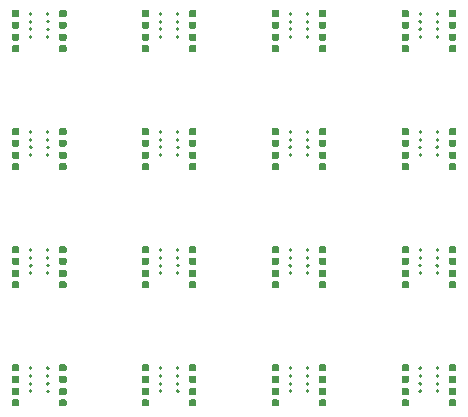
<source format=gbr>
G04 #@! TF.GenerationSoftware,KiCad,Pcbnew,5.0.2-bee76a0~70~ubuntu18.04.1*
G04 #@! TF.CreationDate,2020-02-27T14:19:30+01:00*
G04 #@! TF.ProjectId,output.load_cell_panel,6f757470-7574-42e6-9c6f-61645f63656c,rev?*
G04 #@! TF.SameCoordinates,Original*
G04 #@! TF.FileFunction,Paste,Top*
G04 #@! TF.FilePolarity,Positive*
%FSLAX46Y46*%
G04 Gerber Fmt 4.6, Leading zero omitted, Abs format (unit mm)*
G04 Created by KiCad (PCBNEW 5.0.2-bee76a0~70~ubuntu18.04.1) date Thu 27 Feb 2020 02:19:30 PM CET*
%MOMM*%
%LPD*%
G01*
G04 APERTURE LIST*
%ADD10C,0.175000*%
%ADD11C,0.100000*%
%ADD12C,0.590000*%
G04 APERTURE END LIST*
D10*
G04 #@! TO.C,U1*
X165662500Y-102800001D02*
G75*
G03X165662500Y-102800001I-87500J0D01*
G01*
X165662500Y-102150001D02*
G75*
G03X165662500Y-102150001I-87500J0D01*
G01*
X165662500Y-100850001D02*
G75*
G03X165662500Y-100850001I-87500J0D01*
G01*
X165662500Y-101500001D02*
G75*
G03X165662500Y-101500001I-87500J0D01*
G01*
X167112500Y-102800001D02*
G75*
G03X167112500Y-102800001I-87500J0D01*
G01*
X167112500Y-102150001D02*
G75*
G03X167112500Y-102150001I-87500J0D01*
G01*
X167112500Y-100850001D02*
G75*
G03X167112500Y-100850001I-87500J0D01*
G01*
X167112500Y-101500001D02*
G75*
G03X167112500Y-101500001I-87500J0D01*
G01*
X154662500Y-102800001D02*
G75*
G03X154662500Y-102800001I-87500J0D01*
G01*
X154662500Y-102150001D02*
G75*
G03X154662500Y-102150001I-87500J0D01*
G01*
X154662500Y-100850001D02*
G75*
G03X154662500Y-100850001I-87500J0D01*
G01*
X154662500Y-101500001D02*
G75*
G03X154662500Y-101500001I-87500J0D01*
G01*
X156112500Y-102800001D02*
G75*
G03X156112500Y-102800001I-87500J0D01*
G01*
X156112500Y-102150001D02*
G75*
G03X156112500Y-102150001I-87500J0D01*
G01*
X156112500Y-100850001D02*
G75*
G03X156112500Y-100850001I-87500J0D01*
G01*
X156112500Y-101500001D02*
G75*
G03X156112500Y-101500001I-87500J0D01*
G01*
X143662500Y-102800001D02*
G75*
G03X143662500Y-102800001I-87500J0D01*
G01*
X143662500Y-102150001D02*
G75*
G03X143662500Y-102150001I-87500J0D01*
G01*
X143662500Y-100850001D02*
G75*
G03X143662500Y-100850001I-87500J0D01*
G01*
X143662500Y-101500001D02*
G75*
G03X143662500Y-101500001I-87500J0D01*
G01*
X145112500Y-102800001D02*
G75*
G03X145112500Y-102800001I-87500J0D01*
G01*
X145112500Y-102150001D02*
G75*
G03X145112500Y-102150001I-87500J0D01*
G01*
X145112500Y-100850001D02*
G75*
G03X145112500Y-100850001I-87500J0D01*
G01*
X145112500Y-101500001D02*
G75*
G03X145112500Y-101500001I-87500J0D01*
G01*
X132662500Y-102800001D02*
G75*
G03X132662500Y-102800001I-87500J0D01*
G01*
X132662500Y-102150001D02*
G75*
G03X132662500Y-102150001I-87500J0D01*
G01*
X132662500Y-100850001D02*
G75*
G03X132662500Y-100850001I-87500J0D01*
G01*
X132662500Y-101500001D02*
G75*
G03X132662500Y-101500001I-87500J0D01*
G01*
X134112500Y-102800001D02*
G75*
G03X134112500Y-102800001I-87500J0D01*
G01*
X134112500Y-102150001D02*
G75*
G03X134112500Y-102150001I-87500J0D01*
G01*
X134112500Y-100850001D02*
G75*
G03X134112500Y-100850001I-87500J0D01*
G01*
X134112500Y-101500001D02*
G75*
G03X134112500Y-101500001I-87500J0D01*
G01*
X165662500Y-92800001D02*
G75*
G03X165662500Y-92800001I-87500J0D01*
G01*
X165662500Y-92150001D02*
G75*
G03X165662500Y-92150001I-87500J0D01*
G01*
X165662500Y-90850001D02*
G75*
G03X165662500Y-90850001I-87500J0D01*
G01*
X165662500Y-91500001D02*
G75*
G03X165662500Y-91500001I-87500J0D01*
G01*
X167112500Y-92800001D02*
G75*
G03X167112500Y-92800001I-87500J0D01*
G01*
X167112500Y-92150001D02*
G75*
G03X167112500Y-92150001I-87500J0D01*
G01*
X167112500Y-90850001D02*
G75*
G03X167112500Y-90850001I-87500J0D01*
G01*
X167112500Y-91500001D02*
G75*
G03X167112500Y-91500001I-87500J0D01*
G01*
X154662500Y-92800001D02*
G75*
G03X154662500Y-92800001I-87500J0D01*
G01*
X154662500Y-92150001D02*
G75*
G03X154662500Y-92150001I-87500J0D01*
G01*
X154662500Y-90850001D02*
G75*
G03X154662500Y-90850001I-87500J0D01*
G01*
X154662500Y-91500001D02*
G75*
G03X154662500Y-91500001I-87500J0D01*
G01*
X156112500Y-92800001D02*
G75*
G03X156112500Y-92800001I-87500J0D01*
G01*
X156112500Y-92150001D02*
G75*
G03X156112500Y-92150001I-87500J0D01*
G01*
X156112500Y-90850001D02*
G75*
G03X156112500Y-90850001I-87500J0D01*
G01*
X156112500Y-91500001D02*
G75*
G03X156112500Y-91500001I-87500J0D01*
G01*
X143662500Y-92800001D02*
G75*
G03X143662500Y-92800001I-87500J0D01*
G01*
X143662500Y-92150001D02*
G75*
G03X143662500Y-92150001I-87500J0D01*
G01*
X143662500Y-90850001D02*
G75*
G03X143662500Y-90850001I-87500J0D01*
G01*
X143662500Y-91500001D02*
G75*
G03X143662500Y-91500001I-87500J0D01*
G01*
X145112500Y-92800001D02*
G75*
G03X145112500Y-92800001I-87500J0D01*
G01*
X145112500Y-92150001D02*
G75*
G03X145112500Y-92150001I-87500J0D01*
G01*
X145112500Y-90850001D02*
G75*
G03X145112500Y-90850001I-87500J0D01*
G01*
X145112500Y-91500001D02*
G75*
G03X145112500Y-91500001I-87500J0D01*
G01*
X132662500Y-92800001D02*
G75*
G03X132662500Y-92800001I-87500J0D01*
G01*
X132662500Y-92150001D02*
G75*
G03X132662500Y-92150001I-87500J0D01*
G01*
X132662500Y-90850001D02*
G75*
G03X132662500Y-90850001I-87500J0D01*
G01*
X132662500Y-91500001D02*
G75*
G03X132662500Y-91500001I-87500J0D01*
G01*
X134112500Y-92800001D02*
G75*
G03X134112500Y-92800001I-87500J0D01*
G01*
X134112500Y-92150001D02*
G75*
G03X134112500Y-92150001I-87500J0D01*
G01*
X134112500Y-90850001D02*
G75*
G03X134112500Y-90850001I-87500J0D01*
G01*
X134112500Y-91500001D02*
G75*
G03X134112500Y-91500001I-87500J0D01*
G01*
X165662500Y-82800001D02*
G75*
G03X165662500Y-82800001I-87500J0D01*
G01*
X165662500Y-82150001D02*
G75*
G03X165662500Y-82150001I-87500J0D01*
G01*
X165662500Y-80850001D02*
G75*
G03X165662500Y-80850001I-87500J0D01*
G01*
X165662500Y-81500001D02*
G75*
G03X165662500Y-81500001I-87500J0D01*
G01*
X167112500Y-82800001D02*
G75*
G03X167112500Y-82800001I-87500J0D01*
G01*
X167112500Y-82150001D02*
G75*
G03X167112500Y-82150001I-87500J0D01*
G01*
X167112500Y-80850001D02*
G75*
G03X167112500Y-80850001I-87500J0D01*
G01*
X167112500Y-81500001D02*
G75*
G03X167112500Y-81500001I-87500J0D01*
G01*
X154662500Y-82800001D02*
G75*
G03X154662500Y-82800001I-87500J0D01*
G01*
X154662500Y-82150001D02*
G75*
G03X154662500Y-82150001I-87500J0D01*
G01*
X154662500Y-80850001D02*
G75*
G03X154662500Y-80850001I-87500J0D01*
G01*
X154662500Y-81500001D02*
G75*
G03X154662500Y-81500001I-87500J0D01*
G01*
X156112500Y-82800001D02*
G75*
G03X156112500Y-82800001I-87500J0D01*
G01*
X156112500Y-82150001D02*
G75*
G03X156112500Y-82150001I-87500J0D01*
G01*
X156112500Y-80850001D02*
G75*
G03X156112500Y-80850001I-87500J0D01*
G01*
X156112500Y-81500001D02*
G75*
G03X156112500Y-81500001I-87500J0D01*
G01*
X143662500Y-82800001D02*
G75*
G03X143662500Y-82800001I-87500J0D01*
G01*
X143662500Y-82150001D02*
G75*
G03X143662500Y-82150001I-87500J0D01*
G01*
X143662500Y-80850001D02*
G75*
G03X143662500Y-80850001I-87500J0D01*
G01*
X143662500Y-81500001D02*
G75*
G03X143662500Y-81500001I-87500J0D01*
G01*
X145112500Y-82800001D02*
G75*
G03X145112500Y-82800001I-87500J0D01*
G01*
X145112500Y-82150001D02*
G75*
G03X145112500Y-82150001I-87500J0D01*
G01*
X145112500Y-80850001D02*
G75*
G03X145112500Y-80850001I-87500J0D01*
G01*
X145112500Y-81500001D02*
G75*
G03X145112500Y-81500001I-87500J0D01*
G01*
X132662500Y-82800001D02*
G75*
G03X132662500Y-82800001I-87500J0D01*
G01*
X132662500Y-82150001D02*
G75*
G03X132662500Y-82150001I-87500J0D01*
G01*
X132662500Y-80850001D02*
G75*
G03X132662500Y-80850001I-87500J0D01*
G01*
X132662500Y-81500001D02*
G75*
G03X132662500Y-81500001I-87500J0D01*
G01*
X134112500Y-82800001D02*
G75*
G03X134112500Y-82800001I-87500J0D01*
G01*
X134112500Y-82150001D02*
G75*
G03X134112500Y-82150001I-87500J0D01*
G01*
X134112500Y-80850001D02*
G75*
G03X134112500Y-80850001I-87500J0D01*
G01*
X134112500Y-81500001D02*
G75*
G03X134112500Y-81500001I-87500J0D01*
G01*
X165662500Y-72800001D02*
G75*
G03X165662500Y-72800001I-87500J0D01*
G01*
X165662500Y-72150001D02*
G75*
G03X165662500Y-72150001I-87500J0D01*
G01*
X165662500Y-70850001D02*
G75*
G03X165662500Y-70850001I-87500J0D01*
G01*
X165662500Y-71500001D02*
G75*
G03X165662500Y-71500001I-87500J0D01*
G01*
X167112500Y-72800001D02*
G75*
G03X167112500Y-72800001I-87500J0D01*
G01*
X167112500Y-72150001D02*
G75*
G03X167112500Y-72150001I-87500J0D01*
G01*
X167112500Y-70850001D02*
G75*
G03X167112500Y-70850001I-87500J0D01*
G01*
X167112500Y-71500001D02*
G75*
G03X167112500Y-71500001I-87500J0D01*
G01*
X154662500Y-72800001D02*
G75*
G03X154662500Y-72800001I-87500J0D01*
G01*
X154662500Y-72150001D02*
G75*
G03X154662500Y-72150001I-87500J0D01*
G01*
X154662500Y-70850001D02*
G75*
G03X154662500Y-70850001I-87500J0D01*
G01*
X154662500Y-71500001D02*
G75*
G03X154662500Y-71500001I-87500J0D01*
G01*
X156112500Y-72800001D02*
G75*
G03X156112500Y-72800001I-87500J0D01*
G01*
X156112500Y-72150001D02*
G75*
G03X156112500Y-72150001I-87500J0D01*
G01*
X156112500Y-70850001D02*
G75*
G03X156112500Y-70850001I-87500J0D01*
G01*
X156112500Y-71500001D02*
G75*
G03X156112500Y-71500001I-87500J0D01*
G01*
X143662500Y-72800001D02*
G75*
G03X143662500Y-72800001I-87500J0D01*
G01*
X143662500Y-72150001D02*
G75*
G03X143662500Y-72150001I-87500J0D01*
G01*
X143662500Y-70850001D02*
G75*
G03X143662500Y-70850001I-87500J0D01*
G01*
X143662500Y-71500001D02*
G75*
G03X143662500Y-71500001I-87500J0D01*
G01*
X145112500Y-72800001D02*
G75*
G03X145112500Y-72800001I-87500J0D01*
G01*
X145112500Y-72150001D02*
G75*
G03X145112500Y-72150001I-87500J0D01*
G01*
X145112500Y-70850001D02*
G75*
G03X145112500Y-70850001I-87500J0D01*
G01*
X145112500Y-71500001D02*
G75*
G03X145112500Y-71500001I-87500J0D01*
G01*
X134112500Y-71500001D02*
G75*
G03X134112500Y-71500001I-87500J0D01*
G01*
X134112500Y-70850001D02*
G75*
G03X134112500Y-70850001I-87500J0D01*
G01*
X134112500Y-72150001D02*
G75*
G03X134112500Y-72150001I-87500J0D01*
G01*
X134112500Y-72800001D02*
G75*
G03X134112500Y-72800001I-87500J0D01*
G01*
X132662500Y-71500001D02*
G75*
G03X132662500Y-71500001I-87500J0D01*
G01*
X132662500Y-70850001D02*
G75*
G03X132662500Y-70850001I-87500J0D01*
G01*
X132662500Y-72150001D02*
G75*
G03X132662500Y-72150001I-87500J0D01*
G01*
X132662500Y-72800001D02*
G75*
G03X132662500Y-72800001I-87500J0D01*
G01*
G04 #@! TD*
D11*
G04 #@! TO.C,C1*
G36*
X164486958Y-100520710D02*
X164501276Y-100522834D01*
X164515317Y-100526351D01*
X164528946Y-100531228D01*
X164542031Y-100537417D01*
X164554447Y-100544858D01*
X164566073Y-100553481D01*
X164576798Y-100563202D01*
X164586519Y-100573927D01*
X164595142Y-100585553D01*
X164602583Y-100597969D01*
X164608772Y-100611054D01*
X164613649Y-100624683D01*
X164617166Y-100638724D01*
X164619290Y-100653042D01*
X164620000Y-100667500D01*
X164620000Y-100962500D01*
X164619290Y-100976958D01*
X164617166Y-100991276D01*
X164613649Y-101005317D01*
X164608772Y-101018946D01*
X164602583Y-101032031D01*
X164595142Y-101044447D01*
X164586519Y-101056073D01*
X164576798Y-101066798D01*
X164566073Y-101076519D01*
X164554447Y-101085142D01*
X164542031Y-101092583D01*
X164528946Y-101098772D01*
X164515317Y-101103649D01*
X164501276Y-101107166D01*
X164486958Y-101109290D01*
X164472500Y-101110000D01*
X164127500Y-101110000D01*
X164113042Y-101109290D01*
X164098724Y-101107166D01*
X164084683Y-101103649D01*
X164071054Y-101098772D01*
X164057969Y-101092583D01*
X164045553Y-101085142D01*
X164033927Y-101076519D01*
X164023202Y-101066798D01*
X164013481Y-101056073D01*
X164004858Y-101044447D01*
X163997417Y-101032031D01*
X163991228Y-101018946D01*
X163986351Y-101005317D01*
X163982834Y-100991276D01*
X163980710Y-100976958D01*
X163980000Y-100962500D01*
X163980000Y-100667500D01*
X163980710Y-100653042D01*
X163982834Y-100638724D01*
X163986351Y-100624683D01*
X163991228Y-100611054D01*
X163997417Y-100597969D01*
X164004858Y-100585553D01*
X164013481Y-100573927D01*
X164023202Y-100563202D01*
X164033927Y-100553481D01*
X164045553Y-100544858D01*
X164057969Y-100537417D01*
X164071054Y-100531228D01*
X164084683Y-100526351D01*
X164098724Y-100522834D01*
X164113042Y-100520710D01*
X164127500Y-100520000D01*
X164472500Y-100520000D01*
X164486958Y-100520710D01*
X164486958Y-100520710D01*
G37*
D12*
X164300000Y-100815000D03*
D11*
G36*
X164486958Y-101490710D02*
X164501276Y-101492834D01*
X164515317Y-101496351D01*
X164528946Y-101501228D01*
X164542031Y-101507417D01*
X164554447Y-101514858D01*
X164566073Y-101523481D01*
X164576798Y-101533202D01*
X164586519Y-101543927D01*
X164595142Y-101555553D01*
X164602583Y-101567969D01*
X164608772Y-101581054D01*
X164613649Y-101594683D01*
X164617166Y-101608724D01*
X164619290Y-101623042D01*
X164620000Y-101637500D01*
X164620000Y-101932500D01*
X164619290Y-101946958D01*
X164617166Y-101961276D01*
X164613649Y-101975317D01*
X164608772Y-101988946D01*
X164602583Y-102002031D01*
X164595142Y-102014447D01*
X164586519Y-102026073D01*
X164576798Y-102036798D01*
X164566073Y-102046519D01*
X164554447Y-102055142D01*
X164542031Y-102062583D01*
X164528946Y-102068772D01*
X164515317Y-102073649D01*
X164501276Y-102077166D01*
X164486958Y-102079290D01*
X164472500Y-102080000D01*
X164127500Y-102080000D01*
X164113042Y-102079290D01*
X164098724Y-102077166D01*
X164084683Y-102073649D01*
X164071054Y-102068772D01*
X164057969Y-102062583D01*
X164045553Y-102055142D01*
X164033927Y-102046519D01*
X164023202Y-102036798D01*
X164013481Y-102026073D01*
X164004858Y-102014447D01*
X163997417Y-102002031D01*
X163991228Y-101988946D01*
X163986351Y-101975317D01*
X163982834Y-101961276D01*
X163980710Y-101946958D01*
X163980000Y-101932500D01*
X163980000Y-101637500D01*
X163980710Y-101623042D01*
X163982834Y-101608724D01*
X163986351Y-101594683D01*
X163991228Y-101581054D01*
X163997417Y-101567969D01*
X164004858Y-101555553D01*
X164013481Y-101543927D01*
X164023202Y-101533202D01*
X164033927Y-101523481D01*
X164045553Y-101514858D01*
X164057969Y-101507417D01*
X164071054Y-101501228D01*
X164084683Y-101496351D01*
X164098724Y-101492834D01*
X164113042Y-101490710D01*
X164127500Y-101490000D01*
X164472500Y-101490000D01*
X164486958Y-101490710D01*
X164486958Y-101490710D01*
G37*
D12*
X164300000Y-101785000D03*
G04 #@! TD*
D11*
G04 #@! TO.C,C1*
G36*
X153486958Y-100520710D02*
X153501276Y-100522834D01*
X153515317Y-100526351D01*
X153528946Y-100531228D01*
X153542031Y-100537417D01*
X153554447Y-100544858D01*
X153566073Y-100553481D01*
X153576798Y-100563202D01*
X153586519Y-100573927D01*
X153595142Y-100585553D01*
X153602583Y-100597969D01*
X153608772Y-100611054D01*
X153613649Y-100624683D01*
X153617166Y-100638724D01*
X153619290Y-100653042D01*
X153620000Y-100667500D01*
X153620000Y-100962500D01*
X153619290Y-100976958D01*
X153617166Y-100991276D01*
X153613649Y-101005317D01*
X153608772Y-101018946D01*
X153602583Y-101032031D01*
X153595142Y-101044447D01*
X153586519Y-101056073D01*
X153576798Y-101066798D01*
X153566073Y-101076519D01*
X153554447Y-101085142D01*
X153542031Y-101092583D01*
X153528946Y-101098772D01*
X153515317Y-101103649D01*
X153501276Y-101107166D01*
X153486958Y-101109290D01*
X153472500Y-101110000D01*
X153127500Y-101110000D01*
X153113042Y-101109290D01*
X153098724Y-101107166D01*
X153084683Y-101103649D01*
X153071054Y-101098772D01*
X153057969Y-101092583D01*
X153045553Y-101085142D01*
X153033927Y-101076519D01*
X153023202Y-101066798D01*
X153013481Y-101056073D01*
X153004858Y-101044447D01*
X152997417Y-101032031D01*
X152991228Y-101018946D01*
X152986351Y-101005317D01*
X152982834Y-100991276D01*
X152980710Y-100976958D01*
X152980000Y-100962500D01*
X152980000Y-100667500D01*
X152980710Y-100653042D01*
X152982834Y-100638724D01*
X152986351Y-100624683D01*
X152991228Y-100611054D01*
X152997417Y-100597969D01*
X153004858Y-100585553D01*
X153013481Y-100573927D01*
X153023202Y-100563202D01*
X153033927Y-100553481D01*
X153045553Y-100544858D01*
X153057969Y-100537417D01*
X153071054Y-100531228D01*
X153084683Y-100526351D01*
X153098724Y-100522834D01*
X153113042Y-100520710D01*
X153127500Y-100520000D01*
X153472500Y-100520000D01*
X153486958Y-100520710D01*
X153486958Y-100520710D01*
G37*
D12*
X153300000Y-100815000D03*
D11*
G36*
X153486958Y-101490710D02*
X153501276Y-101492834D01*
X153515317Y-101496351D01*
X153528946Y-101501228D01*
X153542031Y-101507417D01*
X153554447Y-101514858D01*
X153566073Y-101523481D01*
X153576798Y-101533202D01*
X153586519Y-101543927D01*
X153595142Y-101555553D01*
X153602583Y-101567969D01*
X153608772Y-101581054D01*
X153613649Y-101594683D01*
X153617166Y-101608724D01*
X153619290Y-101623042D01*
X153620000Y-101637500D01*
X153620000Y-101932500D01*
X153619290Y-101946958D01*
X153617166Y-101961276D01*
X153613649Y-101975317D01*
X153608772Y-101988946D01*
X153602583Y-102002031D01*
X153595142Y-102014447D01*
X153586519Y-102026073D01*
X153576798Y-102036798D01*
X153566073Y-102046519D01*
X153554447Y-102055142D01*
X153542031Y-102062583D01*
X153528946Y-102068772D01*
X153515317Y-102073649D01*
X153501276Y-102077166D01*
X153486958Y-102079290D01*
X153472500Y-102080000D01*
X153127500Y-102080000D01*
X153113042Y-102079290D01*
X153098724Y-102077166D01*
X153084683Y-102073649D01*
X153071054Y-102068772D01*
X153057969Y-102062583D01*
X153045553Y-102055142D01*
X153033927Y-102046519D01*
X153023202Y-102036798D01*
X153013481Y-102026073D01*
X153004858Y-102014447D01*
X152997417Y-102002031D01*
X152991228Y-101988946D01*
X152986351Y-101975317D01*
X152982834Y-101961276D01*
X152980710Y-101946958D01*
X152980000Y-101932500D01*
X152980000Y-101637500D01*
X152980710Y-101623042D01*
X152982834Y-101608724D01*
X152986351Y-101594683D01*
X152991228Y-101581054D01*
X152997417Y-101567969D01*
X153004858Y-101555553D01*
X153013481Y-101543927D01*
X153023202Y-101533202D01*
X153033927Y-101523481D01*
X153045553Y-101514858D01*
X153057969Y-101507417D01*
X153071054Y-101501228D01*
X153084683Y-101496351D01*
X153098724Y-101492834D01*
X153113042Y-101490710D01*
X153127500Y-101490000D01*
X153472500Y-101490000D01*
X153486958Y-101490710D01*
X153486958Y-101490710D01*
G37*
D12*
X153300000Y-101785000D03*
G04 #@! TD*
D11*
G04 #@! TO.C,C1*
G36*
X142486958Y-100520710D02*
X142501276Y-100522834D01*
X142515317Y-100526351D01*
X142528946Y-100531228D01*
X142542031Y-100537417D01*
X142554447Y-100544858D01*
X142566073Y-100553481D01*
X142576798Y-100563202D01*
X142586519Y-100573927D01*
X142595142Y-100585553D01*
X142602583Y-100597969D01*
X142608772Y-100611054D01*
X142613649Y-100624683D01*
X142617166Y-100638724D01*
X142619290Y-100653042D01*
X142620000Y-100667500D01*
X142620000Y-100962500D01*
X142619290Y-100976958D01*
X142617166Y-100991276D01*
X142613649Y-101005317D01*
X142608772Y-101018946D01*
X142602583Y-101032031D01*
X142595142Y-101044447D01*
X142586519Y-101056073D01*
X142576798Y-101066798D01*
X142566073Y-101076519D01*
X142554447Y-101085142D01*
X142542031Y-101092583D01*
X142528946Y-101098772D01*
X142515317Y-101103649D01*
X142501276Y-101107166D01*
X142486958Y-101109290D01*
X142472500Y-101110000D01*
X142127500Y-101110000D01*
X142113042Y-101109290D01*
X142098724Y-101107166D01*
X142084683Y-101103649D01*
X142071054Y-101098772D01*
X142057969Y-101092583D01*
X142045553Y-101085142D01*
X142033927Y-101076519D01*
X142023202Y-101066798D01*
X142013481Y-101056073D01*
X142004858Y-101044447D01*
X141997417Y-101032031D01*
X141991228Y-101018946D01*
X141986351Y-101005317D01*
X141982834Y-100991276D01*
X141980710Y-100976958D01*
X141980000Y-100962500D01*
X141980000Y-100667500D01*
X141980710Y-100653042D01*
X141982834Y-100638724D01*
X141986351Y-100624683D01*
X141991228Y-100611054D01*
X141997417Y-100597969D01*
X142004858Y-100585553D01*
X142013481Y-100573927D01*
X142023202Y-100563202D01*
X142033927Y-100553481D01*
X142045553Y-100544858D01*
X142057969Y-100537417D01*
X142071054Y-100531228D01*
X142084683Y-100526351D01*
X142098724Y-100522834D01*
X142113042Y-100520710D01*
X142127500Y-100520000D01*
X142472500Y-100520000D01*
X142486958Y-100520710D01*
X142486958Y-100520710D01*
G37*
D12*
X142300000Y-100815000D03*
D11*
G36*
X142486958Y-101490710D02*
X142501276Y-101492834D01*
X142515317Y-101496351D01*
X142528946Y-101501228D01*
X142542031Y-101507417D01*
X142554447Y-101514858D01*
X142566073Y-101523481D01*
X142576798Y-101533202D01*
X142586519Y-101543927D01*
X142595142Y-101555553D01*
X142602583Y-101567969D01*
X142608772Y-101581054D01*
X142613649Y-101594683D01*
X142617166Y-101608724D01*
X142619290Y-101623042D01*
X142620000Y-101637500D01*
X142620000Y-101932500D01*
X142619290Y-101946958D01*
X142617166Y-101961276D01*
X142613649Y-101975317D01*
X142608772Y-101988946D01*
X142602583Y-102002031D01*
X142595142Y-102014447D01*
X142586519Y-102026073D01*
X142576798Y-102036798D01*
X142566073Y-102046519D01*
X142554447Y-102055142D01*
X142542031Y-102062583D01*
X142528946Y-102068772D01*
X142515317Y-102073649D01*
X142501276Y-102077166D01*
X142486958Y-102079290D01*
X142472500Y-102080000D01*
X142127500Y-102080000D01*
X142113042Y-102079290D01*
X142098724Y-102077166D01*
X142084683Y-102073649D01*
X142071054Y-102068772D01*
X142057969Y-102062583D01*
X142045553Y-102055142D01*
X142033927Y-102046519D01*
X142023202Y-102036798D01*
X142013481Y-102026073D01*
X142004858Y-102014447D01*
X141997417Y-102002031D01*
X141991228Y-101988946D01*
X141986351Y-101975317D01*
X141982834Y-101961276D01*
X141980710Y-101946958D01*
X141980000Y-101932500D01*
X141980000Y-101637500D01*
X141980710Y-101623042D01*
X141982834Y-101608724D01*
X141986351Y-101594683D01*
X141991228Y-101581054D01*
X141997417Y-101567969D01*
X142004858Y-101555553D01*
X142013481Y-101543927D01*
X142023202Y-101533202D01*
X142033927Y-101523481D01*
X142045553Y-101514858D01*
X142057969Y-101507417D01*
X142071054Y-101501228D01*
X142084683Y-101496351D01*
X142098724Y-101492834D01*
X142113042Y-101490710D01*
X142127500Y-101490000D01*
X142472500Y-101490000D01*
X142486958Y-101490710D01*
X142486958Y-101490710D01*
G37*
D12*
X142300000Y-101785000D03*
G04 #@! TD*
D11*
G04 #@! TO.C,C1*
G36*
X131486958Y-100520710D02*
X131501276Y-100522834D01*
X131515317Y-100526351D01*
X131528946Y-100531228D01*
X131542031Y-100537417D01*
X131554447Y-100544858D01*
X131566073Y-100553481D01*
X131576798Y-100563202D01*
X131586519Y-100573927D01*
X131595142Y-100585553D01*
X131602583Y-100597969D01*
X131608772Y-100611054D01*
X131613649Y-100624683D01*
X131617166Y-100638724D01*
X131619290Y-100653042D01*
X131620000Y-100667500D01*
X131620000Y-100962500D01*
X131619290Y-100976958D01*
X131617166Y-100991276D01*
X131613649Y-101005317D01*
X131608772Y-101018946D01*
X131602583Y-101032031D01*
X131595142Y-101044447D01*
X131586519Y-101056073D01*
X131576798Y-101066798D01*
X131566073Y-101076519D01*
X131554447Y-101085142D01*
X131542031Y-101092583D01*
X131528946Y-101098772D01*
X131515317Y-101103649D01*
X131501276Y-101107166D01*
X131486958Y-101109290D01*
X131472500Y-101110000D01*
X131127500Y-101110000D01*
X131113042Y-101109290D01*
X131098724Y-101107166D01*
X131084683Y-101103649D01*
X131071054Y-101098772D01*
X131057969Y-101092583D01*
X131045553Y-101085142D01*
X131033927Y-101076519D01*
X131023202Y-101066798D01*
X131013481Y-101056073D01*
X131004858Y-101044447D01*
X130997417Y-101032031D01*
X130991228Y-101018946D01*
X130986351Y-101005317D01*
X130982834Y-100991276D01*
X130980710Y-100976958D01*
X130980000Y-100962500D01*
X130980000Y-100667500D01*
X130980710Y-100653042D01*
X130982834Y-100638724D01*
X130986351Y-100624683D01*
X130991228Y-100611054D01*
X130997417Y-100597969D01*
X131004858Y-100585553D01*
X131013481Y-100573927D01*
X131023202Y-100563202D01*
X131033927Y-100553481D01*
X131045553Y-100544858D01*
X131057969Y-100537417D01*
X131071054Y-100531228D01*
X131084683Y-100526351D01*
X131098724Y-100522834D01*
X131113042Y-100520710D01*
X131127500Y-100520000D01*
X131472500Y-100520000D01*
X131486958Y-100520710D01*
X131486958Y-100520710D01*
G37*
D12*
X131300000Y-100815000D03*
D11*
G36*
X131486958Y-101490710D02*
X131501276Y-101492834D01*
X131515317Y-101496351D01*
X131528946Y-101501228D01*
X131542031Y-101507417D01*
X131554447Y-101514858D01*
X131566073Y-101523481D01*
X131576798Y-101533202D01*
X131586519Y-101543927D01*
X131595142Y-101555553D01*
X131602583Y-101567969D01*
X131608772Y-101581054D01*
X131613649Y-101594683D01*
X131617166Y-101608724D01*
X131619290Y-101623042D01*
X131620000Y-101637500D01*
X131620000Y-101932500D01*
X131619290Y-101946958D01*
X131617166Y-101961276D01*
X131613649Y-101975317D01*
X131608772Y-101988946D01*
X131602583Y-102002031D01*
X131595142Y-102014447D01*
X131586519Y-102026073D01*
X131576798Y-102036798D01*
X131566073Y-102046519D01*
X131554447Y-102055142D01*
X131542031Y-102062583D01*
X131528946Y-102068772D01*
X131515317Y-102073649D01*
X131501276Y-102077166D01*
X131486958Y-102079290D01*
X131472500Y-102080000D01*
X131127500Y-102080000D01*
X131113042Y-102079290D01*
X131098724Y-102077166D01*
X131084683Y-102073649D01*
X131071054Y-102068772D01*
X131057969Y-102062583D01*
X131045553Y-102055142D01*
X131033927Y-102046519D01*
X131023202Y-102036798D01*
X131013481Y-102026073D01*
X131004858Y-102014447D01*
X130997417Y-102002031D01*
X130991228Y-101988946D01*
X130986351Y-101975317D01*
X130982834Y-101961276D01*
X130980710Y-101946958D01*
X130980000Y-101932500D01*
X130980000Y-101637500D01*
X130980710Y-101623042D01*
X130982834Y-101608724D01*
X130986351Y-101594683D01*
X130991228Y-101581054D01*
X130997417Y-101567969D01*
X131004858Y-101555553D01*
X131013481Y-101543927D01*
X131023202Y-101533202D01*
X131033927Y-101523481D01*
X131045553Y-101514858D01*
X131057969Y-101507417D01*
X131071054Y-101501228D01*
X131084683Y-101496351D01*
X131098724Y-101492834D01*
X131113042Y-101490710D01*
X131127500Y-101490000D01*
X131472500Y-101490000D01*
X131486958Y-101490710D01*
X131486958Y-101490710D01*
G37*
D12*
X131300000Y-101785000D03*
G04 #@! TD*
D11*
G04 #@! TO.C,C1*
G36*
X164486958Y-90520710D02*
X164501276Y-90522834D01*
X164515317Y-90526351D01*
X164528946Y-90531228D01*
X164542031Y-90537417D01*
X164554447Y-90544858D01*
X164566073Y-90553481D01*
X164576798Y-90563202D01*
X164586519Y-90573927D01*
X164595142Y-90585553D01*
X164602583Y-90597969D01*
X164608772Y-90611054D01*
X164613649Y-90624683D01*
X164617166Y-90638724D01*
X164619290Y-90653042D01*
X164620000Y-90667500D01*
X164620000Y-90962500D01*
X164619290Y-90976958D01*
X164617166Y-90991276D01*
X164613649Y-91005317D01*
X164608772Y-91018946D01*
X164602583Y-91032031D01*
X164595142Y-91044447D01*
X164586519Y-91056073D01*
X164576798Y-91066798D01*
X164566073Y-91076519D01*
X164554447Y-91085142D01*
X164542031Y-91092583D01*
X164528946Y-91098772D01*
X164515317Y-91103649D01*
X164501276Y-91107166D01*
X164486958Y-91109290D01*
X164472500Y-91110000D01*
X164127500Y-91110000D01*
X164113042Y-91109290D01*
X164098724Y-91107166D01*
X164084683Y-91103649D01*
X164071054Y-91098772D01*
X164057969Y-91092583D01*
X164045553Y-91085142D01*
X164033927Y-91076519D01*
X164023202Y-91066798D01*
X164013481Y-91056073D01*
X164004858Y-91044447D01*
X163997417Y-91032031D01*
X163991228Y-91018946D01*
X163986351Y-91005317D01*
X163982834Y-90991276D01*
X163980710Y-90976958D01*
X163980000Y-90962500D01*
X163980000Y-90667500D01*
X163980710Y-90653042D01*
X163982834Y-90638724D01*
X163986351Y-90624683D01*
X163991228Y-90611054D01*
X163997417Y-90597969D01*
X164004858Y-90585553D01*
X164013481Y-90573927D01*
X164023202Y-90563202D01*
X164033927Y-90553481D01*
X164045553Y-90544858D01*
X164057969Y-90537417D01*
X164071054Y-90531228D01*
X164084683Y-90526351D01*
X164098724Y-90522834D01*
X164113042Y-90520710D01*
X164127500Y-90520000D01*
X164472500Y-90520000D01*
X164486958Y-90520710D01*
X164486958Y-90520710D01*
G37*
D12*
X164300000Y-90815000D03*
D11*
G36*
X164486958Y-91490710D02*
X164501276Y-91492834D01*
X164515317Y-91496351D01*
X164528946Y-91501228D01*
X164542031Y-91507417D01*
X164554447Y-91514858D01*
X164566073Y-91523481D01*
X164576798Y-91533202D01*
X164586519Y-91543927D01*
X164595142Y-91555553D01*
X164602583Y-91567969D01*
X164608772Y-91581054D01*
X164613649Y-91594683D01*
X164617166Y-91608724D01*
X164619290Y-91623042D01*
X164620000Y-91637500D01*
X164620000Y-91932500D01*
X164619290Y-91946958D01*
X164617166Y-91961276D01*
X164613649Y-91975317D01*
X164608772Y-91988946D01*
X164602583Y-92002031D01*
X164595142Y-92014447D01*
X164586519Y-92026073D01*
X164576798Y-92036798D01*
X164566073Y-92046519D01*
X164554447Y-92055142D01*
X164542031Y-92062583D01*
X164528946Y-92068772D01*
X164515317Y-92073649D01*
X164501276Y-92077166D01*
X164486958Y-92079290D01*
X164472500Y-92080000D01*
X164127500Y-92080000D01*
X164113042Y-92079290D01*
X164098724Y-92077166D01*
X164084683Y-92073649D01*
X164071054Y-92068772D01*
X164057969Y-92062583D01*
X164045553Y-92055142D01*
X164033927Y-92046519D01*
X164023202Y-92036798D01*
X164013481Y-92026073D01*
X164004858Y-92014447D01*
X163997417Y-92002031D01*
X163991228Y-91988946D01*
X163986351Y-91975317D01*
X163982834Y-91961276D01*
X163980710Y-91946958D01*
X163980000Y-91932500D01*
X163980000Y-91637500D01*
X163980710Y-91623042D01*
X163982834Y-91608724D01*
X163986351Y-91594683D01*
X163991228Y-91581054D01*
X163997417Y-91567969D01*
X164004858Y-91555553D01*
X164013481Y-91543927D01*
X164023202Y-91533202D01*
X164033927Y-91523481D01*
X164045553Y-91514858D01*
X164057969Y-91507417D01*
X164071054Y-91501228D01*
X164084683Y-91496351D01*
X164098724Y-91492834D01*
X164113042Y-91490710D01*
X164127500Y-91490000D01*
X164472500Y-91490000D01*
X164486958Y-91490710D01*
X164486958Y-91490710D01*
G37*
D12*
X164300000Y-91785000D03*
G04 #@! TD*
D11*
G04 #@! TO.C,C1*
G36*
X153486958Y-90520710D02*
X153501276Y-90522834D01*
X153515317Y-90526351D01*
X153528946Y-90531228D01*
X153542031Y-90537417D01*
X153554447Y-90544858D01*
X153566073Y-90553481D01*
X153576798Y-90563202D01*
X153586519Y-90573927D01*
X153595142Y-90585553D01*
X153602583Y-90597969D01*
X153608772Y-90611054D01*
X153613649Y-90624683D01*
X153617166Y-90638724D01*
X153619290Y-90653042D01*
X153620000Y-90667500D01*
X153620000Y-90962500D01*
X153619290Y-90976958D01*
X153617166Y-90991276D01*
X153613649Y-91005317D01*
X153608772Y-91018946D01*
X153602583Y-91032031D01*
X153595142Y-91044447D01*
X153586519Y-91056073D01*
X153576798Y-91066798D01*
X153566073Y-91076519D01*
X153554447Y-91085142D01*
X153542031Y-91092583D01*
X153528946Y-91098772D01*
X153515317Y-91103649D01*
X153501276Y-91107166D01*
X153486958Y-91109290D01*
X153472500Y-91110000D01*
X153127500Y-91110000D01*
X153113042Y-91109290D01*
X153098724Y-91107166D01*
X153084683Y-91103649D01*
X153071054Y-91098772D01*
X153057969Y-91092583D01*
X153045553Y-91085142D01*
X153033927Y-91076519D01*
X153023202Y-91066798D01*
X153013481Y-91056073D01*
X153004858Y-91044447D01*
X152997417Y-91032031D01*
X152991228Y-91018946D01*
X152986351Y-91005317D01*
X152982834Y-90991276D01*
X152980710Y-90976958D01*
X152980000Y-90962500D01*
X152980000Y-90667500D01*
X152980710Y-90653042D01*
X152982834Y-90638724D01*
X152986351Y-90624683D01*
X152991228Y-90611054D01*
X152997417Y-90597969D01*
X153004858Y-90585553D01*
X153013481Y-90573927D01*
X153023202Y-90563202D01*
X153033927Y-90553481D01*
X153045553Y-90544858D01*
X153057969Y-90537417D01*
X153071054Y-90531228D01*
X153084683Y-90526351D01*
X153098724Y-90522834D01*
X153113042Y-90520710D01*
X153127500Y-90520000D01*
X153472500Y-90520000D01*
X153486958Y-90520710D01*
X153486958Y-90520710D01*
G37*
D12*
X153300000Y-90815000D03*
D11*
G36*
X153486958Y-91490710D02*
X153501276Y-91492834D01*
X153515317Y-91496351D01*
X153528946Y-91501228D01*
X153542031Y-91507417D01*
X153554447Y-91514858D01*
X153566073Y-91523481D01*
X153576798Y-91533202D01*
X153586519Y-91543927D01*
X153595142Y-91555553D01*
X153602583Y-91567969D01*
X153608772Y-91581054D01*
X153613649Y-91594683D01*
X153617166Y-91608724D01*
X153619290Y-91623042D01*
X153620000Y-91637500D01*
X153620000Y-91932500D01*
X153619290Y-91946958D01*
X153617166Y-91961276D01*
X153613649Y-91975317D01*
X153608772Y-91988946D01*
X153602583Y-92002031D01*
X153595142Y-92014447D01*
X153586519Y-92026073D01*
X153576798Y-92036798D01*
X153566073Y-92046519D01*
X153554447Y-92055142D01*
X153542031Y-92062583D01*
X153528946Y-92068772D01*
X153515317Y-92073649D01*
X153501276Y-92077166D01*
X153486958Y-92079290D01*
X153472500Y-92080000D01*
X153127500Y-92080000D01*
X153113042Y-92079290D01*
X153098724Y-92077166D01*
X153084683Y-92073649D01*
X153071054Y-92068772D01*
X153057969Y-92062583D01*
X153045553Y-92055142D01*
X153033927Y-92046519D01*
X153023202Y-92036798D01*
X153013481Y-92026073D01*
X153004858Y-92014447D01*
X152997417Y-92002031D01*
X152991228Y-91988946D01*
X152986351Y-91975317D01*
X152982834Y-91961276D01*
X152980710Y-91946958D01*
X152980000Y-91932500D01*
X152980000Y-91637500D01*
X152980710Y-91623042D01*
X152982834Y-91608724D01*
X152986351Y-91594683D01*
X152991228Y-91581054D01*
X152997417Y-91567969D01*
X153004858Y-91555553D01*
X153013481Y-91543927D01*
X153023202Y-91533202D01*
X153033927Y-91523481D01*
X153045553Y-91514858D01*
X153057969Y-91507417D01*
X153071054Y-91501228D01*
X153084683Y-91496351D01*
X153098724Y-91492834D01*
X153113042Y-91490710D01*
X153127500Y-91490000D01*
X153472500Y-91490000D01*
X153486958Y-91490710D01*
X153486958Y-91490710D01*
G37*
D12*
X153300000Y-91785000D03*
G04 #@! TD*
D11*
G04 #@! TO.C,C1*
G36*
X142486958Y-90520710D02*
X142501276Y-90522834D01*
X142515317Y-90526351D01*
X142528946Y-90531228D01*
X142542031Y-90537417D01*
X142554447Y-90544858D01*
X142566073Y-90553481D01*
X142576798Y-90563202D01*
X142586519Y-90573927D01*
X142595142Y-90585553D01*
X142602583Y-90597969D01*
X142608772Y-90611054D01*
X142613649Y-90624683D01*
X142617166Y-90638724D01*
X142619290Y-90653042D01*
X142620000Y-90667500D01*
X142620000Y-90962500D01*
X142619290Y-90976958D01*
X142617166Y-90991276D01*
X142613649Y-91005317D01*
X142608772Y-91018946D01*
X142602583Y-91032031D01*
X142595142Y-91044447D01*
X142586519Y-91056073D01*
X142576798Y-91066798D01*
X142566073Y-91076519D01*
X142554447Y-91085142D01*
X142542031Y-91092583D01*
X142528946Y-91098772D01*
X142515317Y-91103649D01*
X142501276Y-91107166D01*
X142486958Y-91109290D01*
X142472500Y-91110000D01*
X142127500Y-91110000D01*
X142113042Y-91109290D01*
X142098724Y-91107166D01*
X142084683Y-91103649D01*
X142071054Y-91098772D01*
X142057969Y-91092583D01*
X142045553Y-91085142D01*
X142033927Y-91076519D01*
X142023202Y-91066798D01*
X142013481Y-91056073D01*
X142004858Y-91044447D01*
X141997417Y-91032031D01*
X141991228Y-91018946D01*
X141986351Y-91005317D01*
X141982834Y-90991276D01*
X141980710Y-90976958D01*
X141980000Y-90962500D01*
X141980000Y-90667500D01*
X141980710Y-90653042D01*
X141982834Y-90638724D01*
X141986351Y-90624683D01*
X141991228Y-90611054D01*
X141997417Y-90597969D01*
X142004858Y-90585553D01*
X142013481Y-90573927D01*
X142023202Y-90563202D01*
X142033927Y-90553481D01*
X142045553Y-90544858D01*
X142057969Y-90537417D01*
X142071054Y-90531228D01*
X142084683Y-90526351D01*
X142098724Y-90522834D01*
X142113042Y-90520710D01*
X142127500Y-90520000D01*
X142472500Y-90520000D01*
X142486958Y-90520710D01*
X142486958Y-90520710D01*
G37*
D12*
X142300000Y-90815000D03*
D11*
G36*
X142486958Y-91490710D02*
X142501276Y-91492834D01*
X142515317Y-91496351D01*
X142528946Y-91501228D01*
X142542031Y-91507417D01*
X142554447Y-91514858D01*
X142566073Y-91523481D01*
X142576798Y-91533202D01*
X142586519Y-91543927D01*
X142595142Y-91555553D01*
X142602583Y-91567969D01*
X142608772Y-91581054D01*
X142613649Y-91594683D01*
X142617166Y-91608724D01*
X142619290Y-91623042D01*
X142620000Y-91637500D01*
X142620000Y-91932500D01*
X142619290Y-91946958D01*
X142617166Y-91961276D01*
X142613649Y-91975317D01*
X142608772Y-91988946D01*
X142602583Y-92002031D01*
X142595142Y-92014447D01*
X142586519Y-92026073D01*
X142576798Y-92036798D01*
X142566073Y-92046519D01*
X142554447Y-92055142D01*
X142542031Y-92062583D01*
X142528946Y-92068772D01*
X142515317Y-92073649D01*
X142501276Y-92077166D01*
X142486958Y-92079290D01*
X142472500Y-92080000D01*
X142127500Y-92080000D01*
X142113042Y-92079290D01*
X142098724Y-92077166D01*
X142084683Y-92073649D01*
X142071054Y-92068772D01*
X142057969Y-92062583D01*
X142045553Y-92055142D01*
X142033927Y-92046519D01*
X142023202Y-92036798D01*
X142013481Y-92026073D01*
X142004858Y-92014447D01*
X141997417Y-92002031D01*
X141991228Y-91988946D01*
X141986351Y-91975317D01*
X141982834Y-91961276D01*
X141980710Y-91946958D01*
X141980000Y-91932500D01*
X141980000Y-91637500D01*
X141980710Y-91623042D01*
X141982834Y-91608724D01*
X141986351Y-91594683D01*
X141991228Y-91581054D01*
X141997417Y-91567969D01*
X142004858Y-91555553D01*
X142013481Y-91543927D01*
X142023202Y-91533202D01*
X142033927Y-91523481D01*
X142045553Y-91514858D01*
X142057969Y-91507417D01*
X142071054Y-91501228D01*
X142084683Y-91496351D01*
X142098724Y-91492834D01*
X142113042Y-91490710D01*
X142127500Y-91490000D01*
X142472500Y-91490000D01*
X142486958Y-91490710D01*
X142486958Y-91490710D01*
G37*
D12*
X142300000Y-91785000D03*
G04 #@! TD*
D11*
G04 #@! TO.C,C1*
G36*
X131486958Y-90520710D02*
X131501276Y-90522834D01*
X131515317Y-90526351D01*
X131528946Y-90531228D01*
X131542031Y-90537417D01*
X131554447Y-90544858D01*
X131566073Y-90553481D01*
X131576798Y-90563202D01*
X131586519Y-90573927D01*
X131595142Y-90585553D01*
X131602583Y-90597969D01*
X131608772Y-90611054D01*
X131613649Y-90624683D01*
X131617166Y-90638724D01*
X131619290Y-90653042D01*
X131620000Y-90667500D01*
X131620000Y-90962500D01*
X131619290Y-90976958D01*
X131617166Y-90991276D01*
X131613649Y-91005317D01*
X131608772Y-91018946D01*
X131602583Y-91032031D01*
X131595142Y-91044447D01*
X131586519Y-91056073D01*
X131576798Y-91066798D01*
X131566073Y-91076519D01*
X131554447Y-91085142D01*
X131542031Y-91092583D01*
X131528946Y-91098772D01*
X131515317Y-91103649D01*
X131501276Y-91107166D01*
X131486958Y-91109290D01*
X131472500Y-91110000D01*
X131127500Y-91110000D01*
X131113042Y-91109290D01*
X131098724Y-91107166D01*
X131084683Y-91103649D01*
X131071054Y-91098772D01*
X131057969Y-91092583D01*
X131045553Y-91085142D01*
X131033927Y-91076519D01*
X131023202Y-91066798D01*
X131013481Y-91056073D01*
X131004858Y-91044447D01*
X130997417Y-91032031D01*
X130991228Y-91018946D01*
X130986351Y-91005317D01*
X130982834Y-90991276D01*
X130980710Y-90976958D01*
X130980000Y-90962500D01*
X130980000Y-90667500D01*
X130980710Y-90653042D01*
X130982834Y-90638724D01*
X130986351Y-90624683D01*
X130991228Y-90611054D01*
X130997417Y-90597969D01*
X131004858Y-90585553D01*
X131013481Y-90573927D01*
X131023202Y-90563202D01*
X131033927Y-90553481D01*
X131045553Y-90544858D01*
X131057969Y-90537417D01*
X131071054Y-90531228D01*
X131084683Y-90526351D01*
X131098724Y-90522834D01*
X131113042Y-90520710D01*
X131127500Y-90520000D01*
X131472500Y-90520000D01*
X131486958Y-90520710D01*
X131486958Y-90520710D01*
G37*
D12*
X131300000Y-90815000D03*
D11*
G36*
X131486958Y-91490710D02*
X131501276Y-91492834D01*
X131515317Y-91496351D01*
X131528946Y-91501228D01*
X131542031Y-91507417D01*
X131554447Y-91514858D01*
X131566073Y-91523481D01*
X131576798Y-91533202D01*
X131586519Y-91543927D01*
X131595142Y-91555553D01*
X131602583Y-91567969D01*
X131608772Y-91581054D01*
X131613649Y-91594683D01*
X131617166Y-91608724D01*
X131619290Y-91623042D01*
X131620000Y-91637500D01*
X131620000Y-91932500D01*
X131619290Y-91946958D01*
X131617166Y-91961276D01*
X131613649Y-91975317D01*
X131608772Y-91988946D01*
X131602583Y-92002031D01*
X131595142Y-92014447D01*
X131586519Y-92026073D01*
X131576798Y-92036798D01*
X131566073Y-92046519D01*
X131554447Y-92055142D01*
X131542031Y-92062583D01*
X131528946Y-92068772D01*
X131515317Y-92073649D01*
X131501276Y-92077166D01*
X131486958Y-92079290D01*
X131472500Y-92080000D01*
X131127500Y-92080000D01*
X131113042Y-92079290D01*
X131098724Y-92077166D01*
X131084683Y-92073649D01*
X131071054Y-92068772D01*
X131057969Y-92062583D01*
X131045553Y-92055142D01*
X131033927Y-92046519D01*
X131023202Y-92036798D01*
X131013481Y-92026073D01*
X131004858Y-92014447D01*
X130997417Y-92002031D01*
X130991228Y-91988946D01*
X130986351Y-91975317D01*
X130982834Y-91961276D01*
X130980710Y-91946958D01*
X130980000Y-91932500D01*
X130980000Y-91637500D01*
X130980710Y-91623042D01*
X130982834Y-91608724D01*
X130986351Y-91594683D01*
X130991228Y-91581054D01*
X130997417Y-91567969D01*
X131004858Y-91555553D01*
X131013481Y-91543927D01*
X131023202Y-91533202D01*
X131033927Y-91523481D01*
X131045553Y-91514858D01*
X131057969Y-91507417D01*
X131071054Y-91501228D01*
X131084683Y-91496351D01*
X131098724Y-91492834D01*
X131113042Y-91490710D01*
X131127500Y-91490000D01*
X131472500Y-91490000D01*
X131486958Y-91490710D01*
X131486958Y-91490710D01*
G37*
D12*
X131300000Y-91785000D03*
G04 #@! TD*
D11*
G04 #@! TO.C,C1*
G36*
X164486958Y-80520710D02*
X164501276Y-80522834D01*
X164515317Y-80526351D01*
X164528946Y-80531228D01*
X164542031Y-80537417D01*
X164554447Y-80544858D01*
X164566073Y-80553481D01*
X164576798Y-80563202D01*
X164586519Y-80573927D01*
X164595142Y-80585553D01*
X164602583Y-80597969D01*
X164608772Y-80611054D01*
X164613649Y-80624683D01*
X164617166Y-80638724D01*
X164619290Y-80653042D01*
X164620000Y-80667500D01*
X164620000Y-80962500D01*
X164619290Y-80976958D01*
X164617166Y-80991276D01*
X164613649Y-81005317D01*
X164608772Y-81018946D01*
X164602583Y-81032031D01*
X164595142Y-81044447D01*
X164586519Y-81056073D01*
X164576798Y-81066798D01*
X164566073Y-81076519D01*
X164554447Y-81085142D01*
X164542031Y-81092583D01*
X164528946Y-81098772D01*
X164515317Y-81103649D01*
X164501276Y-81107166D01*
X164486958Y-81109290D01*
X164472500Y-81110000D01*
X164127500Y-81110000D01*
X164113042Y-81109290D01*
X164098724Y-81107166D01*
X164084683Y-81103649D01*
X164071054Y-81098772D01*
X164057969Y-81092583D01*
X164045553Y-81085142D01*
X164033927Y-81076519D01*
X164023202Y-81066798D01*
X164013481Y-81056073D01*
X164004858Y-81044447D01*
X163997417Y-81032031D01*
X163991228Y-81018946D01*
X163986351Y-81005317D01*
X163982834Y-80991276D01*
X163980710Y-80976958D01*
X163980000Y-80962500D01*
X163980000Y-80667500D01*
X163980710Y-80653042D01*
X163982834Y-80638724D01*
X163986351Y-80624683D01*
X163991228Y-80611054D01*
X163997417Y-80597969D01*
X164004858Y-80585553D01*
X164013481Y-80573927D01*
X164023202Y-80563202D01*
X164033927Y-80553481D01*
X164045553Y-80544858D01*
X164057969Y-80537417D01*
X164071054Y-80531228D01*
X164084683Y-80526351D01*
X164098724Y-80522834D01*
X164113042Y-80520710D01*
X164127500Y-80520000D01*
X164472500Y-80520000D01*
X164486958Y-80520710D01*
X164486958Y-80520710D01*
G37*
D12*
X164300000Y-80815000D03*
D11*
G36*
X164486958Y-81490710D02*
X164501276Y-81492834D01*
X164515317Y-81496351D01*
X164528946Y-81501228D01*
X164542031Y-81507417D01*
X164554447Y-81514858D01*
X164566073Y-81523481D01*
X164576798Y-81533202D01*
X164586519Y-81543927D01*
X164595142Y-81555553D01*
X164602583Y-81567969D01*
X164608772Y-81581054D01*
X164613649Y-81594683D01*
X164617166Y-81608724D01*
X164619290Y-81623042D01*
X164620000Y-81637500D01*
X164620000Y-81932500D01*
X164619290Y-81946958D01*
X164617166Y-81961276D01*
X164613649Y-81975317D01*
X164608772Y-81988946D01*
X164602583Y-82002031D01*
X164595142Y-82014447D01*
X164586519Y-82026073D01*
X164576798Y-82036798D01*
X164566073Y-82046519D01*
X164554447Y-82055142D01*
X164542031Y-82062583D01*
X164528946Y-82068772D01*
X164515317Y-82073649D01*
X164501276Y-82077166D01*
X164486958Y-82079290D01*
X164472500Y-82080000D01*
X164127500Y-82080000D01*
X164113042Y-82079290D01*
X164098724Y-82077166D01*
X164084683Y-82073649D01*
X164071054Y-82068772D01*
X164057969Y-82062583D01*
X164045553Y-82055142D01*
X164033927Y-82046519D01*
X164023202Y-82036798D01*
X164013481Y-82026073D01*
X164004858Y-82014447D01*
X163997417Y-82002031D01*
X163991228Y-81988946D01*
X163986351Y-81975317D01*
X163982834Y-81961276D01*
X163980710Y-81946958D01*
X163980000Y-81932500D01*
X163980000Y-81637500D01*
X163980710Y-81623042D01*
X163982834Y-81608724D01*
X163986351Y-81594683D01*
X163991228Y-81581054D01*
X163997417Y-81567969D01*
X164004858Y-81555553D01*
X164013481Y-81543927D01*
X164023202Y-81533202D01*
X164033927Y-81523481D01*
X164045553Y-81514858D01*
X164057969Y-81507417D01*
X164071054Y-81501228D01*
X164084683Y-81496351D01*
X164098724Y-81492834D01*
X164113042Y-81490710D01*
X164127500Y-81490000D01*
X164472500Y-81490000D01*
X164486958Y-81490710D01*
X164486958Y-81490710D01*
G37*
D12*
X164300000Y-81785000D03*
G04 #@! TD*
D11*
G04 #@! TO.C,C1*
G36*
X153486958Y-80520710D02*
X153501276Y-80522834D01*
X153515317Y-80526351D01*
X153528946Y-80531228D01*
X153542031Y-80537417D01*
X153554447Y-80544858D01*
X153566073Y-80553481D01*
X153576798Y-80563202D01*
X153586519Y-80573927D01*
X153595142Y-80585553D01*
X153602583Y-80597969D01*
X153608772Y-80611054D01*
X153613649Y-80624683D01*
X153617166Y-80638724D01*
X153619290Y-80653042D01*
X153620000Y-80667500D01*
X153620000Y-80962500D01*
X153619290Y-80976958D01*
X153617166Y-80991276D01*
X153613649Y-81005317D01*
X153608772Y-81018946D01*
X153602583Y-81032031D01*
X153595142Y-81044447D01*
X153586519Y-81056073D01*
X153576798Y-81066798D01*
X153566073Y-81076519D01*
X153554447Y-81085142D01*
X153542031Y-81092583D01*
X153528946Y-81098772D01*
X153515317Y-81103649D01*
X153501276Y-81107166D01*
X153486958Y-81109290D01*
X153472500Y-81110000D01*
X153127500Y-81110000D01*
X153113042Y-81109290D01*
X153098724Y-81107166D01*
X153084683Y-81103649D01*
X153071054Y-81098772D01*
X153057969Y-81092583D01*
X153045553Y-81085142D01*
X153033927Y-81076519D01*
X153023202Y-81066798D01*
X153013481Y-81056073D01*
X153004858Y-81044447D01*
X152997417Y-81032031D01*
X152991228Y-81018946D01*
X152986351Y-81005317D01*
X152982834Y-80991276D01*
X152980710Y-80976958D01*
X152980000Y-80962500D01*
X152980000Y-80667500D01*
X152980710Y-80653042D01*
X152982834Y-80638724D01*
X152986351Y-80624683D01*
X152991228Y-80611054D01*
X152997417Y-80597969D01*
X153004858Y-80585553D01*
X153013481Y-80573927D01*
X153023202Y-80563202D01*
X153033927Y-80553481D01*
X153045553Y-80544858D01*
X153057969Y-80537417D01*
X153071054Y-80531228D01*
X153084683Y-80526351D01*
X153098724Y-80522834D01*
X153113042Y-80520710D01*
X153127500Y-80520000D01*
X153472500Y-80520000D01*
X153486958Y-80520710D01*
X153486958Y-80520710D01*
G37*
D12*
X153300000Y-80815000D03*
D11*
G36*
X153486958Y-81490710D02*
X153501276Y-81492834D01*
X153515317Y-81496351D01*
X153528946Y-81501228D01*
X153542031Y-81507417D01*
X153554447Y-81514858D01*
X153566073Y-81523481D01*
X153576798Y-81533202D01*
X153586519Y-81543927D01*
X153595142Y-81555553D01*
X153602583Y-81567969D01*
X153608772Y-81581054D01*
X153613649Y-81594683D01*
X153617166Y-81608724D01*
X153619290Y-81623042D01*
X153620000Y-81637500D01*
X153620000Y-81932500D01*
X153619290Y-81946958D01*
X153617166Y-81961276D01*
X153613649Y-81975317D01*
X153608772Y-81988946D01*
X153602583Y-82002031D01*
X153595142Y-82014447D01*
X153586519Y-82026073D01*
X153576798Y-82036798D01*
X153566073Y-82046519D01*
X153554447Y-82055142D01*
X153542031Y-82062583D01*
X153528946Y-82068772D01*
X153515317Y-82073649D01*
X153501276Y-82077166D01*
X153486958Y-82079290D01*
X153472500Y-82080000D01*
X153127500Y-82080000D01*
X153113042Y-82079290D01*
X153098724Y-82077166D01*
X153084683Y-82073649D01*
X153071054Y-82068772D01*
X153057969Y-82062583D01*
X153045553Y-82055142D01*
X153033927Y-82046519D01*
X153023202Y-82036798D01*
X153013481Y-82026073D01*
X153004858Y-82014447D01*
X152997417Y-82002031D01*
X152991228Y-81988946D01*
X152986351Y-81975317D01*
X152982834Y-81961276D01*
X152980710Y-81946958D01*
X152980000Y-81932500D01*
X152980000Y-81637500D01*
X152980710Y-81623042D01*
X152982834Y-81608724D01*
X152986351Y-81594683D01*
X152991228Y-81581054D01*
X152997417Y-81567969D01*
X153004858Y-81555553D01*
X153013481Y-81543927D01*
X153023202Y-81533202D01*
X153033927Y-81523481D01*
X153045553Y-81514858D01*
X153057969Y-81507417D01*
X153071054Y-81501228D01*
X153084683Y-81496351D01*
X153098724Y-81492834D01*
X153113042Y-81490710D01*
X153127500Y-81490000D01*
X153472500Y-81490000D01*
X153486958Y-81490710D01*
X153486958Y-81490710D01*
G37*
D12*
X153300000Y-81785000D03*
G04 #@! TD*
D11*
G04 #@! TO.C,C1*
G36*
X142486958Y-80520710D02*
X142501276Y-80522834D01*
X142515317Y-80526351D01*
X142528946Y-80531228D01*
X142542031Y-80537417D01*
X142554447Y-80544858D01*
X142566073Y-80553481D01*
X142576798Y-80563202D01*
X142586519Y-80573927D01*
X142595142Y-80585553D01*
X142602583Y-80597969D01*
X142608772Y-80611054D01*
X142613649Y-80624683D01*
X142617166Y-80638724D01*
X142619290Y-80653042D01*
X142620000Y-80667500D01*
X142620000Y-80962500D01*
X142619290Y-80976958D01*
X142617166Y-80991276D01*
X142613649Y-81005317D01*
X142608772Y-81018946D01*
X142602583Y-81032031D01*
X142595142Y-81044447D01*
X142586519Y-81056073D01*
X142576798Y-81066798D01*
X142566073Y-81076519D01*
X142554447Y-81085142D01*
X142542031Y-81092583D01*
X142528946Y-81098772D01*
X142515317Y-81103649D01*
X142501276Y-81107166D01*
X142486958Y-81109290D01*
X142472500Y-81110000D01*
X142127500Y-81110000D01*
X142113042Y-81109290D01*
X142098724Y-81107166D01*
X142084683Y-81103649D01*
X142071054Y-81098772D01*
X142057969Y-81092583D01*
X142045553Y-81085142D01*
X142033927Y-81076519D01*
X142023202Y-81066798D01*
X142013481Y-81056073D01*
X142004858Y-81044447D01*
X141997417Y-81032031D01*
X141991228Y-81018946D01*
X141986351Y-81005317D01*
X141982834Y-80991276D01*
X141980710Y-80976958D01*
X141980000Y-80962500D01*
X141980000Y-80667500D01*
X141980710Y-80653042D01*
X141982834Y-80638724D01*
X141986351Y-80624683D01*
X141991228Y-80611054D01*
X141997417Y-80597969D01*
X142004858Y-80585553D01*
X142013481Y-80573927D01*
X142023202Y-80563202D01*
X142033927Y-80553481D01*
X142045553Y-80544858D01*
X142057969Y-80537417D01*
X142071054Y-80531228D01*
X142084683Y-80526351D01*
X142098724Y-80522834D01*
X142113042Y-80520710D01*
X142127500Y-80520000D01*
X142472500Y-80520000D01*
X142486958Y-80520710D01*
X142486958Y-80520710D01*
G37*
D12*
X142300000Y-80815000D03*
D11*
G36*
X142486958Y-81490710D02*
X142501276Y-81492834D01*
X142515317Y-81496351D01*
X142528946Y-81501228D01*
X142542031Y-81507417D01*
X142554447Y-81514858D01*
X142566073Y-81523481D01*
X142576798Y-81533202D01*
X142586519Y-81543927D01*
X142595142Y-81555553D01*
X142602583Y-81567969D01*
X142608772Y-81581054D01*
X142613649Y-81594683D01*
X142617166Y-81608724D01*
X142619290Y-81623042D01*
X142620000Y-81637500D01*
X142620000Y-81932500D01*
X142619290Y-81946958D01*
X142617166Y-81961276D01*
X142613649Y-81975317D01*
X142608772Y-81988946D01*
X142602583Y-82002031D01*
X142595142Y-82014447D01*
X142586519Y-82026073D01*
X142576798Y-82036798D01*
X142566073Y-82046519D01*
X142554447Y-82055142D01*
X142542031Y-82062583D01*
X142528946Y-82068772D01*
X142515317Y-82073649D01*
X142501276Y-82077166D01*
X142486958Y-82079290D01*
X142472500Y-82080000D01*
X142127500Y-82080000D01*
X142113042Y-82079290D01*
X142098724Y-82077166D01*
X142084683Y-82073649D01*
X142071054Y-82068772D01*
X142057969Y-82062583D01*
X142045553Y-82055142D01*
X142033927Y-82046519D01*
X142023202Y-82036798D01*
X142013481Y-82026073D01*
X142004858Y-82014447D01*
X141997417Y-82002031D01*
X141991228Y-81988946D01*
X141986351Y-81975317D01*
X141982834Y-81961276D01*
X141980710Y-81946958D01*
X141980000Y-81932500D01*
X141980000Y-81637500D01*
X141980710Y-81623042D01*
X141982834Y-81608724D01*
X141986351Y-81594683D01*
X141991228Y-81581054D01*
X141997417Y-81567969D01*
X142004858Y-81555553D01*
X142013481Y-81543927D01*
X142023202Y-81533202D01*
X142033927Y-81523481D01*
X142045553Y-81514858D01*
X142057969Y-81507417D01*
X142071054Y-81501228D01*
X142084683Y-81496351D01*
X142098724Y-81492834D01*
X142113042Y-81490710D01*
X142127500Y-81490000D01*
X142472500Y-81490000D01*
X142486958Y-81490710D01*
X142486958Y-81490710D01*
G37*
D12*
X142300000Y-81785000D03*
G04 #@! TD*
D11*
G04 #@! TO.C,C1*
G36*
X131486958Y-80520710D02*
X131501276Y-80522834D01*
X131515317Y-80526351D01*
X131528946Y-80531228D01*
X131542031Y-80537417D01*
X131554447Y-80544858D01*
X131566073Y-80553481D01*
X131576798Y-80563202D01*
X131586519Y-80573927D01*
X131595142Y-80585553D01*
X131602583Y-80597969D01*
X131608772Y-80611054D01*
X131613649Y-80624683D01*
X131617166Y-80638724D01*
X131619290Y-80653042D01*
X131620000Y-80667500D01*
X131620000Y-80962500D01*
X131619290Y-80976958D01*
X131617166Y-80991276D01*
X131613649Y-81005317D01*
X131608772Y-81018946D01*
X131602583Y-81032031D01*
X131595142Y-81044447D01*
X131586519Y-81056073D01*
X131576798Y-81066798D01*
X131566073Y-81076519D01*
X131554447Y-81085142D01*
X131542031Y-81092583D01*
X131528946Y-81098772D01*
X131515317Y-81103649D01*
X131501276Y-81107166D01*
X131486958Y-81109290D01*
X131472500Y-81110000D01*
X131127500Y-81110000D01*
X131113042Y-81109290D01*
X131098724Y-81107166D01*
X131084683Y-81103649D01*
X131071054Y-81098772D01*
X131057969Y-81092583D01*
X131045553Y-81085142D01*
X131033927Y-81076519D01*
X131023202Y-81066798D01*
X131013481Y-81056073D01*
X131004858Y-81044447D01*
X130997417Y-81032031D01*
X130991228Y-81018946D01*
X130986351Y-81005317D01*
X130982834Y-80991276D01*
X130980710Y-80976958D01*
X130980000Y-80962500D01*
X130980000Y-80667500D01*
X130980710Y-80653042D01*
X130982834Y-80638724D01*
X130986351Y-80624683D01*
X130991228Y-80611054D01*
X130997417Y-80597969D01*
X131004858Y-80585553D01*
X131013481Y-80573927D01*
X131023202Y-80563202D01*
X131033927Y-80553481D01*
X131045553Y-80544858D01*
X131057969Y-80537417D01*
X131071054Y-80531228D01*
X131084683Y-80526351D01*
X131098724Y-80522834D01*
X131113042Y-80520710D01*
X131127500Y-80520000D01*
X131472500Y-80520000D01*
X131486958Y-80520710D01*
X131486958Y-80520710D01*
G37*
D12*
X131300000Y-80815000D03*
D11*
G36*
X131486958Y-81490710D02*
X131501276Y-81492834D01*
X131515317Y-81496351D01*
X131528946Y-81501228D01*
X131542031Y-81507417D01*
X131554447Y-81514858D01*
X131566073Y-81523481D01*
X131576798Y-81533202D01*
X131586519Y-81543927D01*
X131595142Y-81555553D01*
X131602583Y-81567969D01*
X131608772Y-81581054D01*
X131613649Y-81594683D01*
X131617166Y-81608724D01*
X131619290Y-81623042D01*
X131620000Y-81637500D01*
X131620000Y-81932500D01*
X131619290Y-81946958D01*
X131617166Y-81961276D01*
X131613649Y-81975317D01*
X131608772Y-81988946D01*
X131602583Y-82002031D01*
X131595142Y-82014447D01*
X131586519Y-82026073D01*
X131576798Y-82036798D01*
X131566073Y-82046519D01*
X131554447Y-82055142D01*
X131542031Y-82062583D01*
X131528946Y-82068772D01*
X131515317Y-82073649D01*
X131501276Y-82077166D01*
X131486958Y-82079290D01*
X131472500Y-82080000D01*
X131127500Y-82080000D01*
X131113042Y-82079290D01*
X131098724Y-82077166D01*
X131084683Y-82073649D01*
X131071054Y-82068772D01*
X131057969Y-82062583D01*
X131045553Y-82055142D01*
X131033927Y-82046519D01*
X131023202Y-82036798D01*
X131013481Y-82026073D01*
X131004858Y-82014447D01*
X130997417Y-82002031D01*
X130991228Y-81988946D01*
X130986351Y-81975317D01*
X130982834Y-81961276D01*
X130980710Y-81946958D01*
X130980000Y-81932500D01*
X130980000Y-81637500D01*
X130980710Y-81623042D01*
X130982834Y-81608724D01*
X130986351Y-81594683D01*
X130991228Y-81581054D01*
X130997417Y-81567969D01*
X131004858Y-81555553D01*
X131013481Y-81543927D01*
X131023202Y-81533202D01*
X131033927Y-81523481D01*
X131045553Y-81514858D01*
X131057969Y-81507417D01*
X131071054Y-81501228D01*
X131084683Y-81496351D01*
X131098724Y-81492834D01*
X131113042Y-81490710D01*
X131127500Y-81490000D01*
X131472500Y-81490000D01*
X131486958Y-81490710D01*
X131486958Y-81490710D01*
G37*
D12*
X131300000Y-81785000D03*
G04 #@! TD*
D11*
G04 #@! TO.C,C1*
G36*
X164486958Y-70520710D02*
X164501276Y-70522834D01*
X164515317Y-70526351D01*
X164528946Y-70531228D01*
X164542031Y-70537417D01*
X164554447Y-70544858D01*
X164566073Y-70553481D01*
X164576798Y-70563202D01*
X164586519Y-70573927D01*
X164595142Y-70585553D01*
X164602583Y-70597969D01*
X164608772Y-70611054D01*
X164613649Y-70624683D01*
X164617166Y-70638724D01*
X164619290Y-70653042D01*
X164620000Y-70667500D01*
X164620000Y-70962500D01*
X164619290Y-70976958D01*
X164617166Y-70991276D01*
X164613649Y-71005317D01*
X164608772Y-71018946D01*
X164602583Y-71032031D01*
X164595142Y-71044447D01*
X164586519Y-71056073D01*
X164576798Y-71066798D01*
X164566073Y-71076519D01*
X164554447Y-71085142D01*
X164542031Y-71092583D01*
X164528946Y-71098772D01*
X164515317Y-71103649D01*
X164501276Y-71107166D01*
X164486958Y-71109290D01*
X164472500Y-71110000D01*
X164127500Y-71110000D01*
X164113042Y-71109290D01*
X164098724Y-71107166D01*
X164084683Y-71103649D01*
X164071054Y-71098772D01*
X164057969Y-71092583D01*
X164045553Y-71085142D01*
X164033927Y-71076519D01*
X164023202Y-71066798D01*
X164013481Y-71056073D01*
X164004858Y-71044447D01*
X163997417Y-71032031D01*
X163991228Y-71018946D01*
X163986351Y-71005317D01*
X163982834Y-70991276D01*
X163980710Y-70976958D01*
X163980000Y-70962500D01*
X163980000Y-70667500D01*
X163980710Y-70653042D01*
X163982834Y-70638724D01*
X163986351Y-70624683D01*
X163991228Y-70611054D01*
X163997417Y-70597969D01*
X164004858Y-70585553D01*
X164013481Y-70573927D01*
X164023202Y-70563202D01*
X164033927Y-70553481D01*
X164045553Y-70544858D01*
X164057969Y-70537417D01*
X164071054Y-70531228D01*
X164084683Y-70526351D01*
X164098724Y-70522834D01*
X164113042Y-70520710D01*
X164127500Y-70520000D01*
X164472500Y-70520000D01*
X164486958Y-70520710D01*
X164486958Y-70520710D01*
G37*
D12*
X164300000Y-70815000D03*
D11*
G36*
X164486958Y-71490710D02*
X164501276Y-71492834D01*
X164515317Y-71496351D01*
X164528946Y-71501228D01*
X164542031Y-71507417D01*
X164554447Y-71514858D01*
X164566073Y-71523481D01*
X164576798Y-71533202D01*
X164586519Y-71543927D01*
X164595142Y-71555553D01*
X164602583Y-71567969D01*
X164608772Y-71581054D01*
X164613649Y-71594683D01*
X164617166Y-71608724D01*
X164619290Y-71623042D01*
X164620000Y-71637500D01*
X164620000Y-71932500D01*
X164619290Y-71946958D01*
X164617166Y-71961276D01*
X164613649Y-71975317D01*
X164608772Y-71988946D01*
X164602583Y-72002031D01*
X164595142Y-72014447D01*
X164586519Y-72026073D01*
X164576798Y-72036798D01*
X164566073Y-72046519D01*
X164554447Y-72055142D01*
X164542031Y-72062583D01*
X164528946Y-72068772D01*
X164515317Y-72073649D01*
X164501276Y-72077166D01*
X164486958Y-72079290D01*
X164472500Y-72080000D01*
X164127500Y-72080000D01*
X164113042Y-72079290D01*
X164098724Y-72077166D01*
X164084683Y-72073649D01*
X164071054Y-72068772D01*
X164057969Y-72062583D01*
X164045553Y-72055142D01*
X164033927Y-72046519D01*
X164023202Y-72036798D01*
X164013481Y-72026073D01*
X164004858Y-72014447D01*
X163997417Y-72002031D01*
X163991228Y-71988946D01*
X163986351Y-71975317D01*
X163982834Y-71961276D01*
X163980710Y-71946958D01*
X163980000Y-71932500D01*
X163980000Y-71637500D01*
X163980710Y-71623042D01*
X163982834Y-71608724D01*
X163986351Y-71594683D01*
X163991228Y-71581054D01*
X163997417Y-71567969D01*
X164004858Y-71555553D01*
X164013481Y-71543927D01*
X164023202Y-71533202D01*
X164033927Y-71523481D01*
X164045553Y-71514858D01*
X164057969Y-71507417D01*
X164071054Y-71501228D01*
X164084683Y-71496351D01*
X164098724Y-71492834D01*
X164113042Y-71490710D01*
X164127500Y-71490000D01*
X164472500Y-71490000D01*
X164486958Y-71490710D01*
X164486958Y-71490710D01*
G37*
D12*
X164300000Y-71785000D03*
G04 #@! TD*
D11*
G04 #@! TO.C,C1*
G36*
X153486958Y-70520710D02*
X153501276Y-70522834D01*
X153515317Y-70526351D01*
X153528946Y-70531228D01*
X153542031Y-70537417D01*
X153554447Y-70544858D01*
X153566073Y-70553481D01*
X153576798Y-70563202D01*
X153586519Y-70573927D01*
X153595142Y-70585553D01*
X153602583Y-70597969D01*
X153608772Y-70611054D01*
X153613649Y-70624683D01*
X153617166Y-70638724D01*
X153619290Y-70653042D01*
X153620000Y-70667500D01*
X153620000Y-70962500D01*
X153619290Y-70976958D01*
X153617166Y-70991276D01*
X153613649Y-71005317D01*
X153608772Y-71018946D01*
X153602583Y-71032031D01*
X153595142Y-71044447D01*
X153586519Y-71056073D01*
X153576798Y-71066798D01*
X153566073Y-71076519D01*
X153554447Y-71085142D01*
X153542031Y-71092583D01*
X153528946Y-71098772D01*
X153515317Y-71103649D01*
X153501276Y-71107166D01*
X153486958Y-71109290D01*
X153472500Y-71110000D01*
X153127500Y-71110000D01*
X153113042Y-71109290D01*
X153098724Y-71107166D01*
X153084683Y-71103649D01*
X153071054Y-71098772D01*
X153057969Y-71092583D01*
X153045553Y-71085142D01*
X153033927Y-71076519D01*
X153023202Y-71066798D01*
X153013481Y-71056073D01*
X153004858Y-71044447D01*
X152997417Y-71032031D01*
X152991228Y-71018946D01*
X152986351Y-71005317D01*
X152982834Y-70991276D01*
X152980710Y-70976958D01*
X152980000Y-70962500D01*
X152980000Y-70667500D01*
X152980710Y-70653042D01*
X152982834Y-70638724D01*
X152986351Y-70624683D01*
X152991228Y-70611054D01*
X152997417Y-70597969D01*
X153004858Y-70585553D01*
X153013481Y-70573927D01*
X153023202Y-70563202D01*
X153033927Y-70553481D01*
X153045553Y-70544858D01*
X153057969Y-70537417D01*
X153071054Y-70531228D01*
X153084683Y-70526351D01*
X153098724Y-70522834D01*
X153113042Y-70520710D01*
X153127500Y-70520000D01*
X153472500Y-70520000D01*
X153486958Y-70520710D01*
X153486958Y-70520710D01*
G37*
D12*
X153300000Y-70815000D03*
D11*
G36*
X153486958Y-71490710D02*
X153501276Y-71492834D01*
X153515317Y-71496351D01*
X153528946Y-71501228D01*
X153542031Y-71507417D01*
X153554447Y-71514858D01*
X153566073Y-71523481D01*
X153576798Y-71533202D01*
X153586519Y-71543927D01*
X153595142Y-71555553D01*
X153602583Y-71567969D01*
X153608772Y-71581054D01*
X153613649Y-71594683D01*
X153617166Y-71608724D01*
X153619290Y-71623042D01*
X153620000Y-71637500D01*
X153620000Y-71932500D01*
X153619290Y-71946958D01*
X153617166Y-71961276D01*
X153613649Y-71975317D01*
X153608772Y-71988946D01*
X153602583Y-72002031D01*
X153595142Y-72014447D01*
X153586519Y-72026073D01*
X153576798Y-72036798D01*
X153566073Y-72046519D01*
X153554447Y-72055142D01*
X153542031Y-72062583D01*
X153528946Y-72068772D01*
X153515317Y-72073649D01*
X153501276Y-72077166D01*
X153486958Y-72079290D01*
X153472500Y-72080000D01*
X153127500Y-72080000D01*
X153113042Y-72079290D01*
X153098724Y-72077166D01*
X153084683Y-72073649D01*
X153071054Y-72068772D01*
X153057969Y-72062583D01*
X153045553Y-72055142D01*
X153033927Y-72046519D01*
X153023202Y-72036798D01*
X153013481Y-72026073D01*
X153004858Y-72014447D01*
X152997417Y-72002031D01*
X152991228Y-71988946D01*
X152986351Y-71975317D01*
X152982834Y-71961276D01*
X152980710Y-71946958D01*
X152980000Y-71932500D01*
X152980000Y-71637500D01*
X152980710Y-71623042D01*
X152982834Y-71608724D01*
X152986351Y-71594683D01*
X152991228Y-71581054D01*
X152997417Y-71567969D01*
X153004858Y-71555553D01*
X153013481Y-71543927D01*
X153023202Y-71533202D01*
X153033927Y-71523481D01*
X153045553Y-71514858D01*
X153057969Y-71507417D01*
X153071054Y-71501228D01*
X153084683Y-71496351D01*
X153098724Y-71492834D01*
X153113042Y-71490710D01*
X153127500Y-71490000D01*
X153472500Y-71490000D01*
X153486958Y-71490710D01*
X153486958Y-71490710D01*
G37*
D12*
X153300000Y-71785000D03*
G04 #@! TD*
D11*
G04 #@! TO.C,C1*
G36*
X142486958Y-70520710D02*
X142501276Y-70522834D01*
X142515317Y-70526351D01*
X142528946Y-70531228D01*
X142542031Y-70537417D01*
X142554447Y-70544858D01*
X142566073Y-70553481D01*
X142576798Y-70563202D01*
X142586519Y-70573927D01*
X142595142Y-70585553D01*
X142602583Y-70597969D01*
X142608772Y-70611054D01*
X142613649Y-70624683D01*
X142617166Y-70638724D01*
X142619290Y-70653042D01*
X142620000Y-70667500D01*
X142620000Y-70962500D01*
X142619290Y-70976958D01*
X142617166Y-70991276D01*
X142613649Y-71005317D01*
X142608772Y-71018946D01*
X142602583Y-71032031D01*
X142595142Y-71044447D01*
X142586519Y-71056073D01*
X142576798Y-71066798D01*
X142566073Y-71076519D01*
X142554447Y-71085142D01*
X142542031Y-71092583D01*
X142528946Y-71098772D01*
X142515317Y-71103649D01*
X142501276Y-71107166D01*
X142486958Y-71109290D01*
X142472500Y-71110000D01*
X142127500Y-71110000D01*
X142113042Y-71109290D01*
X142098724Y-71107166D01*
X142084683Y-71103649D01*
X142071054Y-71098772D01*
X142057969Y-71092583D01*
X142045553Y-71085142D01*
X142033927Y-71076519D01*
X142023202Y-71066798D01*
X142013481Y-71056073D01*
X142004858Y-71044447D01*
X141997417Y-71032031D01*
X141991228Y-71018946D01*
X141986351Y-71005317D01*
X141982834Y-70991276D01*
X141980710Y-70976958D01*
X141980000Y-70962500D01*
X141980000Y-70667500D01*
X141980710Y-70653042D01*
X141982834Y-70638724D01*
X141986351Y-70624683D01*
X141991228Y-70611054D01*
X141997417Y-70597969D01*
X142004858Y-70585553D01*
X142013481Y-70573927D01*
X142023202Y-70563202D01*
X142033927Y-70553481D01*
X142045553Y-70544858D01*
X142057969Y-70537417D01*
X142071054Y-70531228D01*
X142084683Y-70526351D01*
X142098724Y-70522834D01*
X142113042Y-70520710D01*
X142127500Y-70520000D01*
X142472500Y-70520000D01*
X142486958Y-70520710D01*
X142486958Y-70520710D01*
G37*
D12*
X142300000Y-70815000D03*
D11*
G36*
X142486958Y-71490710D02*
X142501276Y-71492834D01*
X142515317Y-71496351D01*
X142528946Y-71501228D01*
X142542031Y-71507417D01*
X142554447Y-71514858D01*
X142566073Y-71523481D01*
X142576798Y-71533202D01*
X142586519Y-71543927D01*
X142595142Y-71555553D01*
X142602583Y-71567969D01*
X142608772Y-71581054D01*
X142613649Y-71594683D01*
X142617166Y-71608724D01*
X142619290Y-71623042D01*
X142620000Y-71637500D01*
X142620000Y-71932500D01*
X142619290Y-71946958D01*
X142617166Y-71961276D01*
X142613649Y-71975317D01*
X142608772Y-71988946D01*
X142602583Y-72002031D01*
X142595142Y-72014447D01*
X142586519Y-72026073D01*
X142576798Y-72036798D01*
X142566073Y-72046519D01*
X142554447Y-72055142D01*
X142542031Y-72062583D01*
X142528946Y-72068772D01*
X142515317Y-72073649D01*
X142501276Y-72077166D01*
X142486958Y-72079290D01*
X142472500Y-72080000D01*
X142127500Y-72080000D01*
X142113042Y-72079290D01*
X142098724Y-72077166D01*
X142084683Y-72073649D01*
X142071054Y-72068772D01*
X142057969Y-72062583D01*
X142045553Y-72055142D01*
X142033927Y-72046519D01*
X142023202Y-72036798D01*
X142013481Y-72026073D01*
X142004858Y-72014447D01*
X141997417Y-72002031D01*
X141991228Y-71988946D01*
X141986351Y-71975317D01*
X141982834Y-71961276D01*
X141980710Y-71946958D01*
X141980000Y-71932500D01*
X141980000Y-71637500D01*
X141980710Y-71623042D01*
X141982834Y-71608724D01*
X141986351Y-71594683D01*
X141991228Y-71581054D01*
X141997417Y-71567969D01*
X142004858Y-71555553D01*
X142013481Y-71543927D01*
X142023202Y-71533202D01*
X142033927Y-71523481D01*
X142045553Y-71514858D01*
X142057969Y-71507417D01*
X142071054Y-71501228D01*
X142084683Y-71496351D01*
X142098724Y-71492834D01*
X142113042Y-71490710D01*
X142127500Y-71490000D01*
X142472500Y-71490000D01*
X142486958Y-71490710D01*
X142486958Y-71490710D01*
G37*
D12*
X142300000Y-71785000D03*
G04 #@! TD*
D11*
G04 #@! TO.C,C2*
G36*
X164486958Y-103490710D02*
X164501276Y-103492834D01*
X164515317Y-103496351D01*
X164528946Y-103501228D01*
X164542031Y-103507417D01*
X164554447Y-103514858D01*
X164566073Y-103523481D01*
X164576798Y-103533202D01*
X164586519Y-103543927D01*
X164595142Y-103555553D01*
X164602583Y-103567969D01*
X164608772Y-103581054D01*
X164613649Y-103594683D01*
X164617166Y-103608724D01*
X164619290Y-103623042D01*
X164620000Y-103637500D01*
X164620000Y-103932500D01*
X164619290Y-103946958D01*
X164617166Y-103961276D01*
X164613649Y-103975317D01*
X164608772Y-103988946D01*
X164602583Y-104002031D01*
X164595142Y-104014447D01*
X164586519Y-104026073D01*
X164576798Y-104036798D01*
X164566073Y-104046519D01*
X164554447Y-104055142D01*
X164542031Y-104062583D01*
X164528946Y-104068772D01*
X164515317Y-104073649D01*
X164501276Y-104077166D01*
X164486958Y-104079290D01*
X164472500Y-104080000D01*
X164127500Y-104080000D01*
X164113042Y-104079290D01*
X164098724Y-104077166D01*
X164084683Y-104073649D01*
X164071054Y-104068772D01*
X164057969Y-104062583D01*
X164045553Y-104055142D01*
X164033927Y-104046519D01*
X164023202Y-104036798D01*
X164013481Y-104026073D01*
X164004858Y-104014447D01*
X163997417Y-104002031D01*
X163991228Y-103988946D01*
X163986351Y-103975317D01*
X163982834Y-103961276D01*
X163980710Y-103946958D01*
X163980000Y-103932500D01*
X163980000Y-103637500D01*
X163980710Y-103623042D01*
X163982834Y-103608724D01*
X163986351Y-103594683D01*
X163991228Y-103581054D01*
X163997417Y-103567969D01*
X164004858Y-103555553D01*
X164013481Y-103543927D01*
X164023202Y-103533202D01*
X164033927Y-103523481D01*
X164045553Y-103514858D01*
X164057969Y-103507417D01*
X164071054Y-103501228D01*
X164084683Y-103496351D01*
X164098724Y-103492834D01*
X164113042Y-103490710D01*
X164127500Y-103490000D01*
X164472500Y-103490000D01*
X164486958Y-103490710D01*
X164486958Y-103490710D01*
G37*
D12*
X164300000Y-103785000D03*
D11*
G36*
X164486958Y-102520710D02*
X164501276Y-102522834D01*
X164515317Y-102526351D01*
X164528946Y-102531228D01*
X164542031Y-102537417D01*
X164554447Y-102544858D01*
X164566073Y-102553481D01*
X164576798Y-102563202D01*
X164586519Y-102573927D01*
X164595142Y-102585553D01*
X164602583Y-102597969D01*
X164608772Y-102611054D01*
X164613649Y-102624683D01*
X164617166Y-102638724D01*
X164619290Y-102653042D01*
X164620000Y-102667500D01*
X164620000Y-102962500D01*
X164619290Y-102976958D01*
X164617166Y-102991276D01*
X164613649Y-103005317D01*
X164608772Y-103018946D01*
X164602583Y-103032031D01*
X164595142Y-103044447D01*
X164586519Y-103056073D01*
X164576798Y-103066798D01*
X164566073Y-103076519D01*
X164554447Y-103085142D01*
X164542031Y-103092583D01*
X164528946Y-103098772D01*
X164515317Y-103103649D01*
X164501276Y-103107166D01*
X164486958Y-103109290D01*
X164472500Y-103110000D01*
X164127500Y-103110000D01*
X164113042Y-103109290D01*
X164098724Y-103107166D01*
X164084683Y-103103649D01*
X164071054Y-103098772D01*
X164057969Y-103092583D01*
X164045553Y-103085142D01*
X164033927Y-103076519D01*
X164023202Y-103066798D01*
X164013481Y-103056073D01*
X164004858Y-103044447D01*
X163997417Y-103032031D01*
X163991228Y-103018946D01*
X163986351Y-103005317D01*
X163982834Y-102991276D01*
X163980710Y-102976958D01*
X163980000Y-102962500D01*
X163980000Y-102667500D01*
X163980710Y-102653042D01*
X163982834Y-102638724D01*
X163986351Y-102624683D01*
X163991228Y-102611054D01*
X163997417Y-102597969D01*
X164004858Y-102585553D01*
X164013481Y-102573927D01*
X164023202Y-102563202D01*
X164033927Y-102553481D01*
X164045553Y-102544858D01*
X164057969Y-102537417D01*
X164071054Y-102531228D01*
X164084683Y-102526351D01*
X164098724Y-102522834D01*
X164113042Y-102520710D01*
X164127500Y-102520000D01*
X164472500Y-102520000D01*
X164486958Y-102520710D01*
X164486958Y-102520710D01*
G37*
D12*
X164300000Y-102815000D03*
G04 #@! TD*
D11*
G04 #@! TO.C,C2*
G36*
X153486958Y-103490710D02*
X153501276Y-103492834D01*
X153515317Y-103496351D01*
X153528946Y-103501228D01*
X153542031Y-103507417D01*
X153554447Y-103514858D01*
X153566073Y-103523481D01*
X153576798Y-103533202D01*
X153586519Y-103543927D01*
X153595142Y-103555553D01*
X153602583Y-103567969D01*
X153608772Y-103581054D01*
X153613649Y-103594683D01*
X153617166Y-103608724D01*
X153619290Y-103623042D01*
X153620000Y-103637500D01*
X153620000Y-103932500D01*
X153619290Y-103946958D01*
X153617166Y-103961276D01*
X153613649Y-103975317D01*
X153608772Y-103988946D01*
X153602583Y-104002031D01*
X153595142Y-104014447D01*
X153586519Y-104026073D01*
X153576798Y-104036798D01*
X153566073Y-104046519D01*
X153554447Y-104055142D01*
X153542031Y-104062583D01*
X153528946Y-104068772D01*
X153515317Y-104073649D01*
X153501276Y-104077166D01*
X153486958Y-104079290D01*
X153472500Y-104080000D01*
X153127500Y-104080000D01*
X153113042Y-104079290D01*
X153098724Y-104077166D01*
X153084683Y-104073649D01*
X153071054Y-104068772D01*
X153057969Y-104062583D01*
X153045553Y-104055142D01*
X153033927Y-104046519D01*
X153023202Y-104036798D01*
X153013481Y-104026073D01*
X153004858Y-104014447D01*
X152997417Y-104002031D01*
X152991228Y-103988946D01*
X152986351Y-103975317D01*
X152982834Y-103961276D01*
X152980710Y-103946958D01*
X152980000Y-103932500D01*
X152980000Y-103637500D01*
X152980710Y-103623042D01*
X152982834Y-103608724D01*
X152986351Y-103594683D01*
X152991228Y-103581054D01*
X152997417Y-103567969D01*
X153004858Y-103555553D01*
X153013481Y-103543927D01*
X153023202Y-103533202D01*
X153033927Y-103523481D01*
X153045553Y-103514858D01*
X153057969Y-103507417D01*
X153071054Y-103501228D01*
X153084683Y-103496351D01*
X153098724Y-103492834D01*
X153113042Y-103490710D01*
X153127500Y-103490000D01*
X153472500Y-103490000D01*
X153486958Y-103490710D01*
X153486958Y-103490710D01*
G37*
D12*
X153300000Y-103785000D03*
D11*
G36*
X153486958Y-102520710D02*
X153501276Y-102522834D01*
X153515317Y-102526351D01*
X153528946Y-102531228D01*
X153542031Y-102537417D01*
X153554447Y-102544858D01*
X153566073Y-102553481D01*
X153576798Y-102563202D01*
X153586519Y-102573927D01*
X153595142Y-102585553D01*
X153602583Y-102597969D01*
X153608772Y-102611054D01*
X153613649Y-102624683D01*
X153617166Y-102638724D01*
X153619290Y-102653042D01*
X153620000Y-102667500D01*
X153620000Y-102962500D01*
X153619290Y-102976958D01*
X153617166Y-102991276D01*
X153613649Y-103005317D01*
X153608772Y-103018946D01*
X153602583Y-103032031D01*
X153595142Y-103044447D01*
X153586519Y-103056073D01*
X153576798Y-103066798D01*
X153566073Y-103076519D01*
X153554447Y-103085142D01*
X153542031Y-103092583D01*
X153528946Y-103098772D01*
X153515317Y-103103649D01*
X153501276Y-103107166D01*
X153486958Y-103109290D01*
X153472500Y-103110000D01*
X153127500Y-103110000D01*
X153113042Y-103109290D01*
X153098724Y-103107166D01*
X153084683Y-103103649D01*
X153071054Y-103098772D01*
X153057969Y-103092583D01*
X153045553Y-103085142D01*
X153033927Y-103076519D01*
X153023202Y-103066798D01*
X153013481Y-103056073D01*
X153004858Y-103044447D01*
X152997417Y-103032031D01*
X152991228Y-103018946D01*
X152986351Y-103005317D01*
X152982834Y-102991276D01*
X152980710Y-102976958D01*
X152980000Y-102962500D01*
X152980000Y-102667500D01*
X152980710Y-102653042D01*
X152982834Y-102638724D01*
X152986351Y-102624683D01*
X152991228Y-102611054D01*
X152997417Y-102597969D01*
X153004858Y-102585553D01*
X153013481Y-102573927D01*
X153023202Y-102563202D01*
X153033927Y-102553481D01*
X153045553Y-102544858D01*
X153057969Y-102537417D01*
X153071054Y-102531228D01*
X153084683Y-102526351D01*
X153098724Y-102522834D01*
X153113042Y-102520710D01*
X153127500Y-102520000D01*
X153472500Y-102520000D01*
X153486958Y-102520710D01*
X153486958Y-102520710D01*
G37*
D12*
X153300000Y-102815000D03*
G04 #@! TD*
D11*
G04 #@! TO.C,C2*
G36*
X142486958Y-103490710D02*
X142501276Y-103492834D01*
X142515317Y-103496351D01*
X142528946Y-103501228D01*
X142542031Y-103507417D01*
X142554447Y-103514858D01*
X142566073Y-103523481D01*
X142576798Y-103533202D01*
X142586519Y-103543927D01*
X142595142Y-103555553D01*
X142602583Y-103567969D01*
X142608772Y-103581054D01*
X142613649Y-103594683D01*
X142617166Y-103608724D01*
X142619290Y-103623042D01*
X142620000Y-103637500D01*
X142620000Y-103932500D01*
X142619290Y-103946958D01*
X142617166Y-103961276D01*
X142613649Y-103975317D01*
X142608772Y-103988946D01*
X142602583Y-104002031D01*
X142595142Y-104014447D01*
X142586519Y-104026073D01*
X142576798Y-104036798D01*
X142566073Y-104046519D01*
X142554447Y-104055142D01*
X142542031Y-104062583D01*
X142528946Y-104068772D01*
X142515317Y-104073649D01*
X142501276Y-104077166D01*
X142486958Y-104079290D01*
X142472500Y-104080000D01*
X142127500Y-104080000D01*
X142113042Y-104079290D01*
X142098724Y-104077166D01*
X142084683Y-104073649D01*
X142071054Y-104068772D01*
X142057969Y-104062583D01*
X142045553Y-104055142D01*
X142033927Y-104046519D01*
X142023202Y-104036798D01*
X142013481Y-104026073D01*
X142004858Y-104014447D01*
X141997417Y-104002031D01*
X141991228Y-103988946D01*
X141986351Y-103975317D01*
X141982834Y-103961276D01*
X141980710Y-103946958D01*
X141980000Y-103932500D01*
X141980000Y-103637500D01*
X141980710Y-103623042D01*
X141982834Y-103608724D01*
X141986351Y-103594683D01*
X141991228Y-103581054D01*
X141997417Y-103567969D01*
X142004858Y-103555553D01*
X142013481Y-103543927D01*
X142023202Y-103533202D01*
X142033927Y-103523481D01*
X142045553Y-103514858D01*
X142057969Y-103507417D01*
X142071054Y-103501228D01*
X142084683Y-103496351D01*
X142098724Y-103492834D01*
X142113042Y-103490710D01*
X142127500Y-103490000D01*
X142472500Y-103490000D01*
X142486958Y-103490710D01*
X142486958Y-103490710D01*
G37*
D12*
X142300000Y-103785000D03*
D11*
G36*
X142486958Y-102520710D02*
X142501276Y-102522834D01*
X142515317Y-102526351D01*
X142528946Y-102531228D01*
X142542031Y-102537417D01*
X142554447Y-102544858D01*
X142566073Y-102553481D01*
X142576798Y-102563202D01*
X142586519Y-102573927D01*
X142595142Y-102585553D01*
X142602583Y-102597969D01*
X142608772Y-102611054D01*
X142613649Y-102624683D01*
X142617166Y-102638724D01*
X142619290Y-102653042D01*
X142620000Y-102667500D01*
X142620000Y-102962500D01*
X142619290Y-102976958D01*
X142617166Y-102991276D01*
X142613649Y-103005317D01*
X142608772Y-103018946D01*
X142602583Y-103032031D01*
X142595142Y-103044447D01*
X142586519Y-103056073D01*
X142576798Y-103066798D01*
X142566073Y-103076519D01*
X142554447Y-103085142D01*
X142542031Y-103092583D01*
X142528946Y-103098772D01*
X142515317Y-103103649D01*
X142501276Y-103107166D01*
X142486958Y-103109290D01*
X142472500Y-103110000D01*
X142127500Y-103110000D01*
X142113042Y-103109290D01*
X142098724Y-103107166D01*
X142084683Y-103103649D01*
X142071054Y-103098772D01*
X142057969Y-103092583D01*
X142045553Y-103085142D01*
X142033927Y-103076519D01*
X142023202Y-103066798D01*
X142013481Y-103056073D01*
X142004858Y-103044447D01*
X141997417Y-103032031D01*
X141991228Y-103018946D01*
X141986351Y-103005317D01*
X141982834Y-102991276D01*
X141980710Y-102976958D01*
X141980000Y-102962500D01*
X141980000Y-102667500D01*
X141980710Y-102653042D01*
X141982834Y-102638724D01*
X141986351Y-102624683D01*
X141991228Y-102611054D01*
X141997417Y-102597969D01*
X142004858Y-102585553D01*
X142013481Y-102573927D01*
X142023202Y-102563202D01*
X142033927Y-102553481D01*
X142045553Y-102544858D01*
X142057969Y-102537417D01*
X142071054Y-102531228D01*
X142084683Y-102526351D01*
X142098724Y-102522834D01*
X142113042Y-102520710D01*
X142127500Y-102520000D01*
X142472500Y-102520000D01*
X142486958Y-102520710D01*
X142486958Y-102520710D01*
G37*
D12*
X142300000Y-102815000D03*
G04 #@! TD*
D11*
G04 #@! TO.C,C2*
G36*
X131486958Y-103490710D02*
X131501276Y-103492834D01*
X131515317Y-103496351D01*
X131528946Y-103501228D01*
X131542031Y-103507417D01*
X131554447Y-103514858D01*
X131566073Y-103523481D01*
X131576798Y-103533202D01*
X131586519Y-103543927D01*
X131595142Y-103555553D01*
X131602583Y-103567969D01*
X131608772Y-103581054D01*
X131613649Y-103594683D01*
X131617166Y-103608724D01*
X131619290Y-103623042D01*
X131620000Y-103637500D01*
X131620000Y-103932500D01*
X131619290Y-103946958D01*
X131617166Y-103961276D01*
X131613649Y-103975317D01*
X131608772Y-103988946D01*
X131602583Y-104002031D01*
X131595142Y-104014447D01*
X131586519Y-104026073D01*
X131576798Y-104036798D01*
X131566073Y-104046519D01*
X131554447Y-104055142D01*
X131542031Y-104062583D01*
X131528946Y-104068772D01*
X131515317Y-104073649D01*
X131501276Y-104077166D01*
X131486958Y-104079290D01*
X131472500Y-104080000D01*
X131127500Y-104080000D01*
X131113042Y-104079290D01*
X131098724Y-104077166D01*
X131084683Y-104073649D01*
X131071054Y-104068772D01*
X131057969Y-104062583D01*
X131045553Y-104055142D01*
X131033927Y-104046519D01*
X131023202Y-104036798D01*
X131013481Y-104026073D01*
X131004858Y-104014447D01*
X130997417Y-104002031D01*
X130991228Y-103988946D01*
X130986351Y-103975317D01*
X130982834Y-103961276D01*
X130980710Y-103946958D01*
X130980000Y-103932500D01*
X130980000Y-103637500D01*
X130980710Y-103623042D01*
X130982834Y-103608724D01*
X130986351Y-103594683D01*
X130991228Y-103581054D01*
X130997417Y-103567969D01*
X131004858Y-103555553D01*
X131013481Y-103543927D01*
X131023202Y-103533202D01*
X131033927Y-103523481D01*
X131045553Y-103514858D01*
X131057969Y-103507417D01*
X131071054Y-103501228D01*
X131084683Y-103496351D01*
X131098724Y-103492834D01*
X131113042Y-103490710D01*
X131127500Y-103490000D01*
X131472500Y-103490000D01*
X131486958Y-103490710D01*
X131486958Y-103490710D01*
G37*
D12*
X131300000Y-103785000D03*
D11*
G36*
X131486958Y-102520710D02*
X131501276Y-102522834D01*
X131515317Y-102526351D01*
X131528946Y-102531228D01*
X131542031Y-102537417D01*
X131554447Y-102544858D01*
X131566073Y-102553481D01*
X131576798Y-102563202D01*
X131586519Y-102573927D01*
X131595142Y-102585553D01*
X131602583Y-102597969D01*
X131608772Y-102611054D01*
X131613649Y-102624683D01*
X131617166Y-102638724D01*
X131619290Y-102653042D01*
X131620000Y-102667500D01*
X131620000Y-102962500D01*
X131619290Y-102976958D01*
X131617166Y-102991276D01*
X131613649Y-103005317D01*
X131608772Y-103018946D01*
X131602583Y-103032031D01*
X131595142Y-103044447D01*
X131586519Y-103056073D01*
X131576798Y-103066798D01*
X131566073Y-103076519D01*
X131554447Y-103085142D01*
X131542031Y-103092583D01*
X131528946Y-103098772D01*
X131515317Y-103103649D01*
X131501276Y-103107166D01*
X131486958Y-103109290D01*
X131472500Y-103110000D01*
X131127500Y-103110000D01*
X131113042Y-103109290D01*
X131098724Y-103107166D01*
X131084683Y-103103649D01*
X131071054Y-103098772D01*
X131057969Y-103092583D01*
X131045553Y-103085142D01*
X131033927Y-103076519D01*
X131023202Y-103066798D01*
X131013481Y-103056073D01*
X131004858Y-103044447D01*
X130997417Y-103032031D01*
X130991228Y-103018946D01*
X130986351Y-103005317D01*
X130982834Y-102991276D01*
X130980710Y-102976958D01*
X130980000Y-102962500D01*
X130980000Y-102667500D01*
X130980710Y-102653042D01*
X130982834Y-102638724D01*
X130986351Y-102624683D01*
X130991228Y-102611054D01*
X130997417Y-102597969D01*
X131004858Y-102585553D01*
X131013481Y-102573927D01*
X131023202Y-102563202D01*
X131033927Y-102553481D01*
X131045553Y-102544858D01*
X131057969Y-102537417D01*
X131071054Y-102531228D01*
X131084683Y-102526351D01*
X131098724Y-102522834D01*
X131113042Y-102520710D01*
X131127500Y-102520000D01*
X131472500Y-102520000D01*
X131486958Y-102520710D01*
X131486958Y-102520710D01*
G37*
D12*
X131300000Y-102815000D03*
G04 #@! TD*
D11*
G04 #@! TO.C,C2*
G36*
X164486958Y-93490710D02*
X164501276Y-93492834D01*
X164515317Y-93496351D01*
X164528946Y-93501228D01*
X164542031Y-93507417D01*
X164554447Y-93514858D01*
X164566073Y-93523481D01*
X164576798Y-93533202D01*
X164586519Y-93543927D01*
X164595142Y-93555553D01*
X164602583Y-93567969D01*
X164608772Y-93581054D01*
X164613649Y-93594683D01*
X164617166Y-93608724D01*
X164619290Y-93623042D01*
X164620000Y-93637500D01*
X164620000Y-93932500D01*
X164619290Y-93946958D01*
X164617166Y-93961276D01*
X164613649Y-93975317D01*
X164608772Y-93988946D01*
X164602583Y-94002031D01*
X164595142Y-94014447D01*
X164586519Y-94026073D01*
X164576798Y-94036798D01*
X164566073Y-94046519D01*
X164554447Y-94055142D01*
X164542031Y-94062583D01*
X164528946Y-94068772D01*
X164515317Y-94073649D01*
X164501276Y-94077166D01*
X164486958Y-94079290D01*
X164472500Y-94080000D01*
X164127500Y-94080000D01*
X164113042Y-94079290D01*
X164098724Y-94077166D01*
X164084683Y-94073649D01*
X164071054Y-94068772D01*
X164057969Y-94062583D01*
X164045553Y-94055142D01*
X164033927Y-94046519D01*
X164023202Y-94036798D01*
X164013481Y-94026073D01*
X164004858Y-94014447D01*
X163997417Y-94002031D01*
X163991228Y-93988946D01*
X163986351Y-93975317D01*
X163982834Y-93961276D01*
X163980710Y-93946958D01*
X163980000Y-93932500D01*
X163980000Y-93637500D01*
X163980710Y-93623042D01*
X163982834Y-93608724D01*
X163986351Y-93594683D01*
X163991228Y-93581054D01*
X163997417Y-93567969D01*
X164004858Y-93555553D01*
X164013481Y-93543927D01*
X164023202Y-93533202D01*
X164033927Y-93523481D01*
X164045553Y-93514858D01*
X164057969Y-93507417D01*
X164071054Y-93501228D01*
X164084683Y-93496351D01*
X164098724Y-93492834D01*
X164113042Y-93490710D01*
X164127500Y-93490000D01*
X164472500Y-93490000D01*
X164486958Y-93490710D01*
X164486958Y-93490710D01*
G37*
D12*
X164300000Y-93785000D03*
D11*
G36*
X164486958Y-92520710D02*
X164501276Y-92522834D01*
X164515317Y-92526351D01*
X164528946Y-92531228D01*
X164542031Y-92537417D01*
X164554447Y-92544858D01*
X164566073Y-92553481D01*
X164576798Y-92563202D01*
X164586519Y-92573927D01*
X164595142Y-92585553D01*
X164602583Y-92597969D01*
X164608772Y-92611054D01*
X164613649Y-92624683D01*
X164617166Y-92638724D01*
X164619290Y-92653042D01*
X164620000Y-92667500D01*
X164620000Y-92962500D01*
X164619290Y-92976958D01*
X164617166Y-92991276D01*
X164613649Y-93005317D01*
X164608772Y-93018946D01*
X164602583Y-93032031D01*
X164595142Y-93044447D01*
X164586519Y-93056073D01*
X164576798Y-93066798D01*
X164566073Y-93076519D01*
X164554447Y-93085142D01*
X164542031Y-93092583D01*
X164528946Y-93098772D01*
X164515317Y-93103649D01*
X164501276Y-93107166D01*
X164486958Y-93109290D01*
X164472500Y-93110000D01*
X164127500Y-93110000D01*
X164113042Y-93109290D01*
X164098724Y-93107166D01*
X164084683Y-93103649D01*
X164071054Y-93098772D01*
X164057969Y-93092583D01*
X164045553Y-93085142D01*
X164033927Y-93076519D01*
X164023202Y-93066798D01*
X164013481Y-93056073D01*
X164004858Y-93044447D01*
X163997417Y-93032031D01*
X163991228Y-93018946D01*
X163986351Y-93005317D01*
X163982834Y-92991276D01*
X163980710Y-92976958D01*
X163980000Y-92962500D01*
X163980000Y-92667500D01*
X163980710Y-92653042D01*
X163982834Y-92638724D01*
X163986351Y-92624683D01*
X163991228Y-92611054D01*
X163997417Y-92597969D01*
X164004858Y-92585553D01*
X164013481Y-92573927D01*
X164023202Y-92563202D01*
X164033927Y-92553481D01*
X164045553Y-92544858D01*
X164057969Y-92537417D01*
X164071054Y-92531228D01*
X164084683Y-92526351D01*
X164098724Y-92522834D01*
X164113042Y-92520710D01*
X164127500Y-92520000D01*
X164472500Y-92520000D01*
X164486958Y-92520710D01*
X164486958Y-92520710D01*
G37*
D12*
X164300000Y-92815000D03*
G04 #@! TD*
D11*
G04 #@! TO.C,C2*
G36*
X153486958Y-93490710D02*
X153501276Y-93492834D01*
X153515317Y-93496351D01*
X153528946Y-93501228D01*
X153542031Y-93507417D01*
X153554447Y-93514858D01*
X153566073Y-93523481D01*
X153576798Y-93533202D01*
X153586519Y-93543927D01*
X153595142Y-93555553D01*
X153602583Y-93567969D01*
X153608772Y-93581054D01*
X153613649Y-93594683D01*
X153617166Y-93608724D01*
X153619290Y-93623042D01*
X153620000Y-93637500D01*
X153620000Y-93932500D01*
X153619290Y-93946958D01*
X153617166Y-93961276D01*
X153613649Y-93975317D01*
X153608772Y-93988946D01*
X153602583Y-94002031D01*
X153595142Y-94014447D01*
X153586519Y-94026073D01*
X153576798Y-94036798D01*
X153566073Y-94046519D01*
X153554447Y-94055142D01*
X153542031Y-94062583D01*
X153528946Y-94068772D01*
X153515317Y-94073649D01*
X153501276Y-94077166D01*
X153486958Y-94079290D01*
X153472500Y-94080000D01*
X153127500Y-94080000D01*
X153113042Y-94079290D01*
X153098724Y-94077166D01*
X153084683Y-94073649D01*
X153071054Y-94068772D01*
X153057969Y-94062583D01*
X153045553Y-94055142D01*
X153033927Y-94046519D01*
X153023202Y-94036798D01*
X153013481Y-94026073D01*
X153004858Y-94014447D01*
X152997417Y-94002031D01*
X152991228Y-93988946D01*
X152986351Y-93975317D01*
X152982834Y-93961276D01*
X152980710Y-93946958D01*
X152980000Y-93932500D01*
X152980000Y-93637500D01*
X152980710Y-93623042D01*
X152982834Y-93608724D01*
X152986351Y-93594683D01*
X152991228Y-93581054D01*
X152997417Y-93567969D01*
X153004858Y-93555553D01*
X153013481Y-93543927D01*
X153023202Y-93533202D01*
X153033927Y-93523481D01*
X153045553Y-93514858D01*
X153057969Y-93507417D01*
X153071054Y-93501228D01*
X153084683Y-93496351D01*
X153098724Y-93492834D01*
X153113042Y-93490710D01*
X153127500Y-93490000D01*
X153472500Y-93490000D01*
X153486958Y-93490710D01*
X153486958Y-93490710D01*
G37*
D12*
X153300000Y-93785000D03*
D11*
G36*
X153486958Y-92520710D02*
X153501276Y-92522834D01*
X153515317Y-92526351D01*
X153528946Y-92531228D01*
X153542031Y-92537417D01*
X153554447Y-92544858D01*
X153566073Y-92553481D01*
X153576798Y-92563202D01*
X153586519Y-92573927D01*
X153595142Y-92585553D01*
X153602583Y-92597969D01*
X153608772Y-92611054D01*
X153613649Y-92624683D01*
X153617166Y-92638724D01*
X153619290Y-92653042D01*
X153620000Y-92667500D01*
X153620000Y-92962500D01*
X153619290Y-92976958D01*
X153617166Y-92991276D01*
X153613649Y-93005317D01*
X153608772Y-93018946D01*
X153602583Y-93032031D01*
X153595142Y-93044447D01*
X153586519Y-93056073D01*
X153576798Y-93066798D01*
X153566073Y-93076519D01*
X153554447Y-93085142D01*
X153542031Y-93092583D01*
X153528946Y-93098772D01*
X153515317Y-93103649D01*
X153501276Y-93107166D01*
X153486958Y-93109290D01*
X153472500Y-93110000D01*
X153127500Y-93110000D01*
X153113042Y-93109290D01*
X153098724Y-93107166D01*
X153084683Y-93103649D01*
X153071054Y-93098772D01*
X153057969Y-93092583D01*
X153045553Y-93085142D01*
X153033927Y-93076519D01*
X153023202Y-93066798D01*
X153013481Y-93056073D01*
X153004858Y-93044447D01*
X152997417Y-93032031D01*
X152991228Y-93018946D01*
X152986351Y-93005317D01*
X152982834Y-92991276D01*
X152980710Y-92976958D01*
X152980000Y-92962500D01*
X152980000Y-92667500D01*
X152980710Y-92653042D01*
X152982834Y-92638724D01*
X152986351Y-92624683D01*
X152991228Y-92611054D01*
X152997417Y-92597969D01*
X153004858Y-92585553D01*
X153013481Y-92573927D01*
X153023202Y-92563202D01*
X153033927Y-92553481D01*
X153045553Y-92544858D01*
X153057969Y-92537417D01*
X153071054Y-92531228D01*
X153084683Y-92526351D01*
X153098724Y-92522834D01*
X153113042Y-92520710D01*
X153127500Y-92520000D01*
X153472500Y-92520000D01*
X153486958Y-92520710D01*
X153486958Y-92520710D01*
G37*
D12*
X153300000Y-92815000D03*
G04 #@! TD*
D11*
G04 #@! TO.C,C2*
G36*
X142486958Y-93490710D02*
X142501276Y-93492834D01*
X142515317Y-93496351D01*
X142528946Y-93501228D01*
X142542031Y-93507417D01*
X142554447Y-93514858D01*
X142566073Y-93523481D01*
X142576798Y-93533202D01*
X142586519Y-93543927D01*
X142595142Y-93555553D01*
X142602583Y-93567969D01*
X142608772Y-93581054D01*
X142613649Y-93594683D01*
X142617166Y-93608724D01*
X142619290Y-93623042D01*
X142620000Y-93637500D01*
X142620000Y-93932500D01*
X142619290Y-93946958D01*
X142617166Y-93961276D01*
X142613649Y-93975317D01*
X142608772Y-93988946D01*
X142602583Y-94002031D01*
X142595142Y-94014447D01*
X142586519Y-94026073D01*
X142576798Y-94036798D01*
X142566073Y-94046519D01*
X142554447Y-94055142D01*
X142542031Y-94062583D01*
X142528946Y-94068772D01*
X142515317Y-94073649D01*
X142501276Y-94077166D01*
X142486958Y-94079290D01*
X142472500Y-94080000D01*
X142127500Y-94080000D01*
X142113042Y-94079290D01*
X142098724Y-94077166D01*
X142084683Y-94073649D01*
X142071054Y-94068772D01*
X142057969Y-94062583D01*
X142045553Y-94055142D01*
X142033927Y-94046519D01*
X142023202Y-94036798D01*
X142013481Y-94026073D01*
X142004858Y-94014447D01*
X141997417Y-94002031D01*
X141991228Y-93988946D01*
X141986351Y-93975317D01*
X141982834Y-93961276D01*
X141980710Y-93946958D01*
X141980000Y-93932500D01*
X141980000Y-93637500D01*
X141980710Y-93623042D01*
X141982834Y-93608724D01*
X141986351Y-93594683D01*
X141991228Y-93581054D01*
X141997417Y-93567969D01*
X142004858Y-93555553D01*
X142013481Y-93543927D01*
X142023202Y-93533202D01*
X142033927Y-93523481D01*
X142045553Y-93514858D01*
X142057969Y-93507417D01*
X142071054Y-93501228D01*
X142084683Y-93496351D01*
X142098724Y-93492834D01*
X142113042Y-93490710D01*
X142127500Y-93490000D01*
X142472500Y-93490000D01*
X142486958Y-93490710D01*
X142486958Y-93490710D01*
G37*
D12*
X142300000Y-93785000D03*
D11*
G36*
X142486958Y-92520710D02*
X142501276Y-92522834D01*
X142515317Y-92526351D01*
X142528946Y-92531228D01*
X142542031Y-92537417D01*
X142554447Y-92544858D01*
X142566073Y-92553481D01*
X142576798Y-92563202D01*
X142586519Y-92573927D01*
X142595142Y-92585553D01*
X142602583Y-92597969D01*
X142608772Y-92611054D01*
X142613649Y-92624683D01*
X142617166Y-92638724D01*
X142619290Y-92653042D01*
X142620000Y-92667500D01*
X142620000Y-92962500D01*
X142619290Y-92976958D01*
X142617166Y-92991276D01*
X142613649Y-93005317D01*
X142608772Y-93018946D01*
X142602583Y-93032031D01*
X142595142Y-93044447D01*
X142586519Y-93056073D01*
X142576798Y-93066798D01*
X142566073Y-93076519D01*
X142554447Y-93085142D01*
X142542031Y-93092583D01*
X142528946Y-93098772D01*
X142515317Y-93103649D01*
X142501276Y-93107166D01*
X142486958Y-93109290D01*
X142472500Y-93110000D01*
X142127500Y-93110000D01*
X142113042Y-93109290D01*
X142098724Y-93107166D01*
X142084683Y-93103649D01*
X142071054Y-93098772D01*
X142057969Y-93092583D01*
X142045553Y-93085142D01*
X142033927Y-93076519D01*
X142023202Y-93066798D01*
X142013481Y-93056073D01*
X142004858Y-93044447D01*
X141997417Y-93032031D01*
X141991228Y-93018946D01*
X141986351Y-93005317D01*
X141982834Y-92991276D01*
X141980710Y-92976958D01*
X141980000Y-92962500D01*
X141980000Y-92667500D01*
X141980710Y-92653042D01*
X141982834Y-92638724D01*
X141986351Y-92624683D01*
X141991228Y-92611054D01*
X141997417Y-92597969D01*
X142004858Y-92585553D01*
X142013481Y-92573927D01*
X142023202Y-92563202D01*
X142033927Y-92553481D01*
X142045553Y-92544858D01*
X142057969Y-92537417D01*
X142071054Y-92531228D01*
X142084683Y-92526351D01*
X142098724Y-92522834D01*
X142113042Y-92520710D01*
X142127500Y-92520000D01*
X142472500Y-92520000D01*
X142486958Y-92520710D01*
X142486958Y-92520710D01*
G37*
D12*
X142300000Y-92815000D03*
G04 #@! TD*
D11*
G04 #@! TO.C,C2*
G36*
X131486958Y-93490710D02*
X131501276Y-93492834D01*
X131515317Y-93496351D01*
X131528946Y-93501228D01*
X131542031Y-93507417D01*
X131554447Y-93514858D01*
X131566073Y-93523481D01*
X131576798Y-93533202D01*
X131586519Y-93543927D01*
X131595142Y-93555553D01*
X131602583Y-93567969D01*
X131608772Y-93581054D01*
X131613649Y-93594683D01*
X131617166Y-93608724D01*
X131619290Y-93623042D01*
X131620000Y-93637500D01*
X131620000Y-93932500D01*
X131619290Y-93946958D01*
X131617166Y-93961276D01*
X131613649Y-93975317D01*
X131608772Y-93988946D01*
X131602583Y-94002031D01*
X131595142Y-94014447D01*
X131586519Y-94026073D01*
X131576798Y-94036798D01*
X131566073Y-94046519D01*
X131554447Y-94055142D01*
X131542031Y-94062583D01*
X131528946Y-94068772D01*
X131515317Y-94073649D01*
X131501276Y-94077166D01*
X131486958Y-94079290D01*
X131472500Y-94080000D01*
X131127500Y-94080000D01*
X131113042Y-94079290D01*
X131098724Y-94077166D01*
X131084683Y-94073649D01*
X131071054Y-94068772D01*
X131057969Y-94062583D01*
X131045553Y-94055142D01*
X131033927Y-94046519D01*
X131023202Y-94036798D01*
X131013481Y-94026073D01*
X131004858Y-94014447D01*
X130997417Y-94002031D01*
X130991228Y-93988946D01*
X130986351Y-93975317D01*
X130982834Y-93961276D01*
X130980710Y-93946958D01*
X130980000Y-93932500D01*
X130980000Y-93637500D01*
X130980710Y-93623042D01*
X130982834Y-93608724D01*
X130986351Y-93594683D01*
X130991228Y-93581054D01*
X130997417Y-93567969D01*
X131004858Y-93555553D01*
X131013481Y-93543927D01*
X131023202Y-93533202D01*
X131033927Y-93523481D01*
X131045553Y-93514858D01*
X131057969Y-93507417D01*
X131071054Y-93501228D01*
X131084683Y-93496351D01*
X131098724Y-93492834D01*
X131113042Y-93490710D01*
X131127500Y-93490000D01*
X131472500Y-93490000D01*
X131486958Y-93490710D01*
X131486958Y-93490710D01*
G37*
D12*
X131300000Y-93785000D03*
D11*
G36*
X131486958Y-92520710D02*
X131501276Y-92522834D01*
X131515317Y-92526351D01*
X131528946Y-92531228D01*
X131542031Y-92537417D01*
X131554447Y-92544858D01*
X131566073Y-92553481D01*
X131576798Y-92563202D01*
X131586519Y-92573927D01*
X131595142Y-92585553D01*
X131602583Y-92597969D01*
X131608772Y-92611054D01*
X131613649Y-92624683D01*
X131617166Y-92638724D01*
X131619290Y-92653042D01*
X131620000Y-92667500D01*
X131620000Y-92962500D01*
X131619290Y-92976958D01*
X131617166Y-92991276D01*
X131613649Y-93005317D01*
X131608772Y-93018946D01*
X131602583Y-93032031D01*
X131595142Y-93044447D01*
X131586519Y-93056073D01*
X131576798Y-93066798D01*
X131566073Y-93076519D01*
X131554447Y-93085142D01*
X131542031Y-93092583D01*
X131528946Y-93098772D01*
X131515317Y-93103649D01*
X131501276Y-93107166D01*
X131486958Y-93109290D01*
X131472500Y-93110000D01*
X131127500Y-93110000D01*
X131113042Y-93109290D01*
X131098724Y-93107166D01*
X131084683Y-93103649D01*
X131071054Y-93098772D01*
X131057969Y-93092583D01*
X131045553Y-93085142D01*
X131033927Y-93076519D01*
X131023202Y-93066798D01*
X131013481Y-93056073D01*
X131004858Y-93044447D01*
X130997417Y-93032031D01*
X130991228Y-93018946D01*
X130986351Y-93005317D01*
X130982834Y-92991276D01*
X130980710Y-92976958D01*
X130980000Y-92962500D01*
X130980000Y-92667500D01*
X130980710Y-92653042D01*
X130982834Y-92638724D01*
X130986351Y-92624683D01*
X130991228Y-92611054D01*
X130997417Y-92597969D01*
X131004858Y-92585553D01*
X131013481Y-92573927D01*
X131023202Y-92563202D01*
X131033927Y-92553481D01*
X131045553Y-92544858D01*
X131057969Y-92537417D01*
X131071054Y-92531228D01*
X131084683Y-92526351D01*
X131098724Y-92522834D01*
X131113042Y-92520710D01*
X131127500Y-92520000D01*
X131472500Y-92520000D01*
X131486958Y-92520710D01*
X131486958Y-92520710D01*
G37*
D12*
X131300000Y-92815000D03*
G04 #@! TD*
D11*
G04 #@! TO.C,C2*
G36*
X164486958Y-83490710D02*
X164501276Y-83492834D01*
X164515317Y-83496351D01*
X164528946Y-83501228D01*
X164542031Y-83507417D01*
X164554447Y-83514858D01*
X164566073Y-83523481D01*
X164576798Y-83533202D01*
X164586519Y-83543927D01*
X164595142Y-83555553D01*
X164602583Y-83567969D01*
X164608772Y-83581054D01*
X164613649Y-83594683D01*
X164617166Y-83608724D01*
X164619290Y-83623042D01*
X164620000Y-83637500D01*
X164620000Y-83932500D01*
X164619290Y-83946958D01*
X164617166Y-83961276D01*
X164613649Y-83975317D01*
X164608772Y-83988946D01*
X164602583Y-84002031D01*
X164595142Y-84014447D01*
X164586519Y-84026073D01*
X164576798Y-84036798D01*
X164566073Y-84046519D01*
X164554447Y-84055142D01*
X164542031Y-84062583D01*
X164528946Y-84068772D01*
X164515317Y-84073649D01*
X164501276Y-84077166D01*
X164486958Y-84079290D01*
X164472500Y-84080000D01*
X164127500Y-84080000D01*
X164113042Y-84079290D01*
X164098724Y-84077166D01*
X164084683Y-84073649D01*
X164071054Y-84068772D01*
X164057969Y-84062583D01*
X164045553Y-84055142D01*
X164033927Y-84046519D01*
X164023202Y-84036798D01*
X164013481Y-84026073D01*
X164004858Y-84014447D01*
X163997417Y-84002031D01*
X163991228Y-83988946D01*
X163986351Y-83975317D01*
X163982834Y-83961276D01*
X163980710Y-83946958D01*
X163980000Y-83932500D01*
X163980000Y-83637500D01*
X163980710Y-83623042D01*
X163982834Y-83608724D01*
X163986351Y-83594683D01*
X163991228Y-83581054D01*
X163997417Y-83567969D01*
X164004858Y-83555553D01*
X164013481Y-83543927D01*
X164023202Y-83533202D01*
X164033927Y-83523481D01*
X164045553Y-83514858D01*
X164057969Y-83507417D01*
X164071054Y-83501228D01*
X164084683Y-83496351D01*
X164098724Y-83492834D01*
X164113042Y-83490710D01*
X164127500Y-83490000D01*
X164472500Y-83490000D01*
X164486958Y-83490710D01*
X164486958Y-83490710D01*
G37*
D12*
X164300000Y-83785000D03*
D11*
G36*
X164486958Y-82520710D02*
X164501276Y-82522834D01*
X164515317Y-82526351D01*
X164528946Y-82531228D01*
X164542031Y-82537417D01*
X164554447Y-82544858D01*
X164566073Y-82553481D01*
X164576798Y-82563202D01*
X164586519Y-82573927D01*
X164595142Y-82585553D01*
X164602583Y-82597969D01*
X164608772Y-82611054D01*
X164613649Y-82624683D01*
X164617166Y-82638724D01*
X164619290Y-82653042D01*
X164620000Y-82667500D01*
X164620000Y-82962500D01*
X164619290Y-82976958D01*
X164617166Y-82991276D01*
X164613649Y-83005317D01*
X164608772Y-83018946D01*
X164602583Y-83032031D01*
X164595142Y-83044447D01*
X164586519Y-83056073D01*
X164576798Y-83066798D01*
X164566073Y-83076519D01*
X164554447Y-83085142D01*
X164542031Y-83092583D01*
X164528946Y-83098772D01*
X164515317Y-83103649D01*
X164501276Y-83107166D01*
X164486958Y-83109290D01*
X164472500Y-83110000D01*
X164127500Y-83110000D01*
X164113042Y-83109290D01*
X164098724Y-83107166D01*
X164084683Y-83103649D01*
X164071054Y-83098772D01*
X164057969Y-83092583D01*
X164045553Y-83085142D01*
X164033927Y-83076519D01*
X164023202Y-83066798D01*
X164013481Y-83056073D01*
X164004858Y-83044447D01*
X163997417Y-83032031D01*
X163991228Y-83018946D01*
X163986351Y-83005317D01*
X163982834Y-82991276D01*
X163980710Y-82976958D01*
X163980000Y-82962500D01*
X163980000Y-82667500D01*
X163980710Y-82653042D01*
X163982834Y-82638724D01*
X163986351Y-82624683D01*
X163991228Y-82611054D01*
X163997417Y-82597969D01*
X164004858Y-82585553D01*
X164013481Y-82573927D01*
X164023202Y-82563202D01*
X164033927Y-82553481D01*
X164045553Y-82544858D01*
X164057969Y-82537417D01*
X164071054Y-82531228D01*
X164084683Y-82526351D01*
X164098724Y-82522834D01*
X164113042Y-82520710D01*
X164127500Y-82520000D01*
X164472500Y-82520000D01*
X164486958Y-82520710D01*
X164486958Y-82520710D01*
G37*
D12*
X164300000Y-82815000D03*
G04 #@! TD*
D11*
G04 #@! TO.C,C2*
G36*
X153486958Y-83490710D02*
X153501276Y-83492834D01*
X153515317Y-83496351D01*
X153528946Y-83501228D01*
X153542031Y-83507417D01*
X153554447Y-83514858D01*
X153566073Y-83523481D01*
X153576798Y-83533202D01*
X153586519Y-83543927D01*
X153595142Y-83555553D01*
X153602583Y-83567969D01*
X153608772Y-83581054D01*
X153613649Y-83594683D01*
X153617166Y-83608724D01*
X153619290Y-83623042D01*
X153620000Y-83637500D01*
X153620000Y-83932500D01*
X153619290Y-83946958D01*
X153617166Y-83961276D01*
X153613649Y-83975317D01*
X153608772Y-83988946D01*
X153602583Y-84002031D01*
X153595142Y-84014447D01*
X153586519Y-84026073D01*
X153576798Y-84036798D01*
X153566073Y-84046519D01*
X153554447Y-84055142D01*
X153542031Y-84062583D01*
X153528946Y-84068772D01*
X153515317Y-84073649D01*
X153501276Y-84077166D01*
X153486958Y-84079290D01*
X153472500Y-84080000D01*
X153127500Y-84080000D01*
X153113042Y-84079290D01*
X153098724Y-84077166D01*
X153084683Y-84073649D01*
X153071054Y-84068772D01*
X153057969Y-84062583D01*
X153045553Y-84055142D01*
X153033927Y-84046519D01*
X153023202Y-84036798D01*
X153013481Y-84026073D01*
X153004858Y-84014447D01*
X152997417Y-84002031D01*
X152991228Y-83988946D01*
X152986351Y-83975317D01*
X152982834Y-83961276D01*
X152980710Y-83946958D01*
X152980000Y-83932500D01*
X152980000Y-83637500D01*
X152980710Y-83623042D01*
X152982834Y-83608724D01*
X152986351Y-83594683D01*
X152991228Y-83581054D01*
X152997417Y-83567969D01*
X153004858Y-83555553D01*
X153013481Y-83543927D01*
X153023202Y-83533202D01*
X153033927Y-83523481D01*
X153045553Y-83514858D01*
X153057969Y-83507417D01*
X153071054Y-83501228D01*
X153084683Y-83496351D01*
X153098724Y-83492834D01*
X153113042Y-83490710D01*
X153127500Y-83490000D01*
X153472500Y-83490000D01*
X153486958Y-83490710D01*
X153486958Y-83490710D01*
G37*
D12*
X153300000Y-83785000D03*
D11*
G36*
X153486958Y-82520710D02*
X153501276Y-82522834D01*
X153515317Y-82526351D01*
X153528946Y-82531228D01*
X153542031Y-82537417D01*
X153554447Y-82544858D01*
X153566073Y-82553481D01*
X153576798Y-82563202D01*
X153586519Y-82573927D01*
X153595142Y-82585553D01*
X153602583Y-82597969D01*
X153608772Y-82611054D01*
X153613649Y-82624683D01*
X153617166Y-82638724D01*
X153619290Y-82653042D01*
X153620000Y-82667500D01*
X153620000Y-82962500D01*
X153619290Y-82976958D01*
X153617166Y-82991276D01*
X153613649Y-83005317D01*
X153608772Y-83018946D01*
X153602583Y-83032031D01*
X153595142Y-83044447D01*
X153586519Y-83056073D01*
X153576798Y-83066798D01*
X153566073Y-83076519D01*
X153554447Y-83085142D01*
X153542031Y-83092583D01*
X153528946Y-83098772D01*
X153515317Y-83103649D01*
X153501276Y-83107166D01*
X153486958Y-83109290D01*
X153472500Y-83110000D01*
X153127500Y-83110000D01*
X153113042Y-83109290D01*
X153098724Y-83107166D01*
X153084683Y-83103649D01*
X153071054Y-83098772D01*
X153057969Y-83092583D01*
X153045553Y-83085142D01*
X153033927Y-83076519D01*
X153023202Y-83066798D01*
X153013481Y-83056073D01*
X153004858Y-83044447D01*
X152997417Y-83032031D01*
X152991228Y-83018946D01*
X152986351Y-83005317D01*
X152982834Y-82991276D01*
X152980710Y-82976958D01*
X152980000Y-82962500D01*
X152980000Y-82667500D01*
X152980710Y-82653042D01*
X152982834Y-82638724D01*
X152986351Y-82624683D01*
X152991228Y-82611054D01*
X152997417Y-82597969D01*
X153004858Y-82585553D01*
X153013481Y-82573927D01*
X153023202Y-82563202D01*
X153033927Y-82553481D01*
X153045553Y-82544858D01*
X153057969Y-82537417D01*
X153071054Y-82531228D01*
X153084683Y-82526351D01*
X153098724Y-82522834D01*
X153113042Y-82520710D01*
X153127500Y-82520000D01*
X153472500Y-82520000D01*
X153486958Y-82520710D01*
X153486958Y-82520710D01*
G37*
D12*
X153300000Y-82815000D03*
G04 #@! TD*
D11*
G04 #@! TO.C,C2*
G36*
X142486958Y-83490710D02*
X142501276Y-83492834D01*
X142515317Y-83496351D01*
X142528946Y-83501228D01*
X142542031Y-83507417D01*
X142554447Y-83514858D01*
X142566073Y-83523481D01*
X142576798Y-83533202D01*
X142586519Y-83543927D01*
X142595142Y-83555553D01*
X142602583Y-83567969D01*
X142608772Y-83581054D01*
X142613649Y-83594683D01*
X142617166Y-83608724D01*
X142619290Y-83623042D01*
X142620000Y-83637500D01*
X142620000Y-83932500D01*
X142619290Y-83946958D01*
X142617166Y-83961276D01*
X142613649Y-83975317D01*
X142608772Y-83988946D01*
X142602583Y-84002031D01*
X142595142Y-84014447D01*
X142586519Y-84026073D01*
X142576798Y-84036798D01*
X142566073Y-84046519D01*
X142554447Y-84055142D01*
X142542031Y-84062583D01*
X142528946Y-84068772D01*
X142515317Y-84073649D01*
X142501276Y-84077166D01*
X142486958Y-84079290D01*
X142472500Y-84080000D01*
X142127500Y-84080000D01*
X142113042Y-84079290D01*
X142098724Y-84077166D01*
X142084683Y-84073649D01*
X142071054Y-84068772D01*
X142057969Y-84062583D01*
X142045553Y-84055142D01*
X142033927Y-84046519D01*
X142023202Y-84036798D01*
X142013481Y-84026073D01*
X142004858Y-84014447D01*
X141997417Y-84002031D01*
X141991228Y-83988946D01*
X141986351Y-83975317D01*
X141982834Y-83961276D01*
X141980710Y-83946958D01*
X141980000Y-83932500D01*
X141980000Y-83637500D01*
X141980710Y-83623042D01*
X141982834Y-83608724D01*
X141986351Y-83594683D01*
X141991228Y-83581054D01*
X141997417Y-83567969D01*
X142004858Y-83555553D01*
X142013481Y-83543927D01*
X142023202Y-83533202D01*
X142033927Y-83523481D01*
X142045553Y-83514858D01*
X142057969Y-83507417D01*
X142071054Y-83501228D01*
X142084683Y-83496351D01*
X142098724Y-83492834D01*
X142113042Y-83490710D01*
X142127500Y-83490000D01*
X142472500Y-83490000D01*
X142486958Y-83490710D01*
X142486958Y-83490710D01*
G37*
D12*
X142300000Y-83785000D03*
D11*
G36*
X142486958Y-82520710D02*
X142501276Y-82522834D01*
X142515317Y-82526351D01*
X142528946Y-82531228D01*
X142542031Y-82537417D01*
X142554447Y-82544858D01*
X142566073Y-82553481D01*
X142576798Y-82563202D01*
X142586519Y-82573927D01*
X142595142Y-82585553D01*
X142602583Y-82597969D01*
X142608772Y-82611054D01*
X142613649Y-82624683D01*
X142617166Y-82638724D01*
X142619290Y-82653042D01*
X142620000Y-82667500D01*
X142620000Y-82962500D01*
X142619290Y-82976958D01*
X142617166Y-82991276D01*
X142613649Y-83005317D01*
X142608772Y-83018946D01*
X142602583Y-83032031D01*
X142595142Y-83044447D01*
X142586519Y-83056073D01*
X142576798Y-83066798D01*
X142566073Y-83076519D01*
X142554447Y-83085142D01*
X142542031Y-83092583D01*
X142528946Y-83098772D01*
X142515317Y-83103649D01*
X142501276Y-83107166D01*
X142486958Y-83109290D01*
X142472500Y-83110000D01*
X142127500Y-83110000D01*
X142113042Y-83109290D01*
X142098724Y-83107166D01*
X142084683Y-83103649D01*
X142071054Y-83098772D01*
X142057969Y-83092583D01*
X142045553Y-83085142D01*
X142033927Y-83076519D01*
X142023202Y-83066798D01*
X142013481Y-83056073D01*
X142004858Y-83044447D01*
X141997417Y-83032031D01*
X141991228Y-83018946D01*
X141986351Y-83005317D01*
X141982834Y-82991276D01*
X141980710Y-82976958D01*
X141980000Y-82962500D01*
X141980000Y-82667500D01*
X141980710Y-82653042D01*
X141982834Y-82638724D01*
X141986351Y-82624683D01*
X141991228Y-82611054D01*
X141997417Y-82597969D01*
X142004858Y-82585553D01*
X142013481Y-82573927D01*
X142023202Y-82563202D01*
X142033927Y-82553481D01*
X142045553Y-82544858D01*
X142057969Y-82537417D01*
X142071054Y-82531228D01*
X142084683Y-82526351D01*
X142098724Y-82522834D01*
X142113042Y-82520710D01*
X142127500Y-82520000D01*
X142472500Y-82520000D01*
X142486958Y-82520710D01*
X142486958Y-82520710D01*
G37*
D12*
X142300000Y-82815000D03*
G04 #@! TD*
D11*
G04 #@! TO.C,C2*
G36*
X131486958Y-83490710D02*
X131501276Y-83492834D01*
X131515317Y-83496351D01*
X131528946Y-83501228D01*
X131542031Y-83507417D01*
X131554447Y-83514858D01*
X131566073Y-83523481D01*
X131576798Y-83533202D01*
X131586519Y-83543927D01*
X131595142Y-83555553D01*
X131602583Y-83567969D01*
X131608772Y-83581054D01*
X131613649Y-83594683D01*
X131617166Y-83608724D01*
X131619290Y-83623042D01*
X131620000Y-83637500D01*
X131620000Y-83932500D01*
X131619290Y-83946958D01*
X131617166Y-83961276D01*
X131613649Y-83975317D01*
X131608772Y-83988946D01*
X131602583Y-84002031D01*
X131595142Y-84014447D01*
X131586519Y-84026073D01*
X131576798Y-84036798D01*
X131566073Y-84046519D01*
X131554447Y-84055142D01*
X131542031Y-84062583D01*
X131528946Y-84068772D01*
X131515317Y-84073649D01*
X131501276Y-84077166D01*
X131486958Y-84079290D01*
X131472500Y-84080000D01*
X131127500Y-84080000D01*
X131113042Y-84079290D01*
X131098724Y-84077166D01*
X131084683Y-84073649D01*
X131071054Y-84068772D01*
X131057969Y-84062583D01*
X131045553Y-84055142D01*
X131033927Y-84046519D01*
X131023202Y-84036798D01*
X131013481Y-84026073D01*
X131004858Y-84014447D01*
X130997417Y-84002031D01*
X130991228Y-83988946D01*
X130986351Y-83975317D01*
X130982834Y-83961276D01*
X130980710Y-83946958D01*
X130980000Y-83932500D01*
X130980000Y-83637500D01*
X130980710Y-83623042D01*
X130982834Y-83608724D01*
X130986351Y-83594683D01*
X130991228Y-83581054D01*
X130997417Y-83567969D01*
X131004858Y-83555553D01*
X131013481Y-83543927D01*
X131023202Y-83533202D01*
X131033927Y-83523481D01*
X131045553Y-83514858D01*
X131057969Y-83507417D01*
X131071054Y-83501228D01*
X131084683Y-83496351D01*
X131098724Y-83492834D01*
X131113042Y-83490710D01*
X131127500Y-83490000D01*
X131472500Y-83490000D01*
X131486958Y-83490710D01*
X131486958Y-83490710D01*
G37*
D12*
X131300000Y-83785000D03*
D11*
G36*
X131486958Y-82520710D02*
X131501276Y-82522834D01*
X131515317Y-82526351D01*
X131528946Y-82531228D01*
X131542031Y-82537417D01*
X131554447Y-82544858D01*
X131566073Y-82553481D01*
X131576798Y-82563202D01*
X131586519Y-82573927D01*
X131595142Y-82585553D01*
X131602583Y-82597969D01*
X131608772Y-82611054D01*
X131613649Y-82624683D01*
X131617166Y-82638724D01*
X131619290Y-82653042D01*
X131620000Y-82667500D01*
X131620000Y-82962500D01*
X131619290Y-82976958D01*
X131617166Y-82991276D01*
X131613649Y-83005317D01*
X131608772Y-83018946D01*
X131602583Y-83032031D01*
X131595142Y-83044447D01*
X131586519Y-83056073D01*
X131576798Y-83066798D01*
X131566073Y-83076519D01*
X131554447Y-83085142D01*
X131542031Y-83092583D01*
X131528946Y-83098772D01*
X131515317Y-83103649D01*
X131501276Y-83107166D01*
X131486958Y-83109290D01*
X131472500Y-83110000D01*
X131127500Y-83110000D01*
X131113042Y-83109290D01*
X131098724Y-83107166D01*
X131084683Y-83103649D01*
X131071054Y-83098772D01*
X131057969Y-83092583D01*
X131045553Y-83085142D01*
X131033927Y-83076519D01*
X131023202Y-83066798D01*
X131013481Y-83056073D01*
X131004858Y-83044447D01*
X130997417Y-83032031D01*
X130991228Y-83018946D01*
X130986351Y-83005317D01*
X130982834Y-82991276D01*
X130980710Y-82976958D01*
X130980000Y-82962500D01*
X130980000Y-82667500D01*
X130980710Y-82653042D01*
X130982834Y-82638724D01*
X130986351Y-82624683D01*
X130991228Y-82611054D01*
X130997417Y-82597969D01*
X131004858Y-82585553D01*
X131013481Y-82573927D01*
X131023202Y-82563202D01*
X131033927Y-82553481D01*
X131045553Y-82544858D01*
X131057969Y-82537417D01*
X131071054Y-82531228D01*
X131084683Y-82526351D01*
X131098724Y-82522834D01*
X131113042Y-82520710D01*
X131127500Y-82520000D01*
X131472500Y-82520000D01*
X131486958Y-82520710D01*
X131486958Y-82520710D01*
G37*
D12*
X131300000Y-82815000D03*
G04 #@! TD*
D11*
G04 #@! TO.C,C2*
G36*
X164486958Y-73490710D02*
X164501276Y-73492834D01*
X164515317Y-73496351D01*
X164528946Y-73501228D01*
X164542031Y-73507417D01*
X164554447Y-73514858D01*
X164566073Y-73523481D01*
X164576798Y-73533202D01*
X164586519Y-73543927D01*
X164595142Y-73555553D01*
X164602583Y-73567969D01*
X164608772Y-73581054D01*
X164613649Y-73594683D01*
X164617166Y-73608724D01*
X164619290Y-73623042D01*
X164620000Y-73637500D01*
X164620000Y-73932500D01*
X164619290Y-73946958D01*
X164617166Y-73961276D01*
X164613649Y-73975317D01*
X164608772Y-73988946D01*
X164602583Y-74002031D01*
X164595142Y-74014447D01*
X164586519Y-74026073D01*
X164576798Y-74036798D01*
X164566073Y-74046519D01*
X164554447Y-74055142D01*
X164542031Y-74062583D01*
X164528946Y-74068772D01*
X164515317Y-74073649D01*
X164501276Y-74077166D01*
X164486958Y-74079290D01*
X164472500Y-74080000D01*
X164127500Y-74080000D01*
X164113042Y-74079290D01*
X164098724Y-74077166D01*
X164084683Y-74073649D01*
X164071054Y-74068772D01*
X164057969Y-74062583D01*
X164045553Y-74055142D01*
X164033927Y-74046519D01*
X164023202Y-74036798D01*
X164013481Y-74026073D01*
X164004858Y-74014447D01*
X163997417Y-74002031D01*
X163991228Y-73988946D01*
X163986351Y-73975317D01*
X163982834Y-73961276D01*
X163980710Y-73946958D01*
X163980000Y-73932500D01*
X163980000Y-73637500D01*
X163980710Y-73623042D01*
X163982834Y-73608724D01*
X163986351Y-73594683D01*
X163991228Y-73581054D01*
X163997417Y-73567969D01*
X164004858Y-73555553D01*
X164013481Y-73543927D01*
X164023202Y-73533202D01*
X164033927Y-73523481D01*
X164045553Y-73514858D01*
X164057969Y-73507417D01*
X164071054Y-73501228D01*
X164084683Y-73496351D01*
X164098724Y-73492834D01*
X164113042Y-73490710D01*
X164127500Y-73490000D01*
X164472500Y-73490000D01*
X164486958Y-73490710D01*
X164486958Y-73490710D01*
G37*
D12*
X164300000Y-73785000D03*
D11*
G36*
X164486958Y-72520710D02*
X164501276Y-72522834D01*
X164515317Y-72526351D01*
X164528946Y-72531228D01*
X164542031Y-72537417D01*
X164554447Y-72544858D01*
X164566073Y-72553481D01*
X164576798Y-72563202D01*
X164586519Y-72573927D01*
X164595142Y-72585553D01*
X164602583Y-72597969D01*
X164608772Y-72611054D01*
X164613649Y-72624683D01*
X164617166Y-72638724D01*
X164619290Y-72653042D01*
X164620000Y-72667500D01*
X164620000Y-72962500D01*
X164619290Y-72976958D01*
X164617166Y-72991276D01*
X164613649Y-73005317D01*
X164608772Y-73018946D01*
X164602583Y-73032031D01*
X164595142Y-73044447D01*
X164586519Y-73056073D01*
X164576798Y-73066798D01*
X164566073Y-73076519D01*
X164554447Y-73085142D01*
X164542031Y-73092583D01*
X164528946Y-73098772D01*
X164515317Y-73103649D01*
X164501276Y-73107166D01*
X164486958Y-73109290D01*
X164472500Y-73110000D01*
X164127500Y-73110000D01*
X164113042Y-73109290D01*
X164098724Y-73107166D01*
X164084683Y-73103649D01*
X164071054Y-73098772D01*
X164057969Y-73092583D01*
X164045553Y-73085142D01*
X164033927Y-73076519D01*
X164023202Y-73066798D01*
X164013481Y-73056073D01*
X164004858Y-73044447D01*
X163997417Y-73032031D01*
X163991228Y-73018946D01*
X163986351Y-73005317D01*
X163982834Y-72991276D01*
X163980710Y-72976958D01*
X163980000Y-72962500D01*
X163980000Y-72667500D01*
X163980710Y-72653042D01*
X163982834Y-72638724D01*
X163986351Y-72624683D01*
X163991228Y-72611054D01*
X163997417Y-72597969D01*
X164004858Y-72585553D01*
X164013481Y-72573927D01*
X164023202Y-72563202D01*
X164033927Y-72553481D01*
X164045553Y-72544858D01*
X164057969Y-72537417D01*
X164071054Y-72531228D01*
X164084683Y-72526351D01*
X164098724Y-72522834D01*
X164113042Y-72520710D01*
X164127500Y-72520000D01*
X164472500Y-72520000D01*
X164486958Y-72520710D01*
X164486958Y-72520710D01*
G37*
D12*
X164300000Y-72815000D03*
G04 #@! TD*
D11*
G04 #@! TO.C,C2*
G36*
X153486958Y-73490710D02*
X153501276Y-73492834D01*
X153515317Y-73496351D01*
X153528946Y-73501228D01*
X153542031Y-73507417D01*
X153554447Y-73514858D01*
X153566073Y-73523481D01*
X153576798Y-73533202D01*
X153586519Y-73543927D01*
X153595142Y-73555553D01*
X153602583Y-73567969D01*
X153608772Y-73581054D01*
X153613649Y-73594683D01*
X153617166Y-73608724D01*
X153619290Y-73623042D01*
X153620000Y-73637500D01*
X153620000Y-73932500D01*
X153619290Y-73946958D01*
X153617166Y-73961276D01*
X153613649Y-73975317D01*
X153608772Y-73988946D01*
X153602583Y-74002031D01*
X153595142Y-74014447D01*
X153586519Y-74026073D01*
X153576798Y-74036798D01*
X153566073Y-74046519D01*
X153554447Y-74055142D01*
X153542031Y-74062583D01*
X153528946Y-74068772D01*
X153515317Y-74073649D01*
X153501276Y-74077166D01*
X153486958Y-74079290D01*
X153472500Y-74080000D01*
X153127500Y-74080000D01*
X153113042Y-74079290D01*
X153098724Y-74077166D01*
X153084683Y-74073649D01*
X153071054Y-74068772D01*
X153057969Y-74062583D01*
X153045553Y-74055142D01*
X153033927Y-74046519D01*
X153023202Y-74036798D01*
X153013481Y-74026073D01*
X153004858Y-74014447D01*
X152997417Y-74002031D01*
X152991228Y-73988946D01*
X152986351Y-73975317D01*
X152982834Y-73961276D01*
X152980710Y-73946958D01*
X152980000Y-73932500D01*
X152980000Y-73637500D01*
X152980710Y-73623042D01*
X152982834Y-73608724D01*
X152986351Y-73594683D01*
X152991228Y-73581054D01*
X152997417Y-73567969D01*
X153004858Y-73555553D01*
X153013481Y-73543927D01*
X153023202Y-73533202D01*
X153033927Y-73523481D01*
X153045553Y-73514858D01*
X153057969Y-73507417D01*
X153071054Y-73501228D01*
X153084683Y-73496351D01*
X153098724Y-73492834D01*
X153113042Y-73490710D01*
X153127500Y-73490000D01*
X153472500Y-73490000D01*
X153486958Y-73490710D01*
X153486958Y-73490710D01*
G37*
D12*
X153300000Y-73785000D03*
D11*
G36*
X153486958Y-72520710D02*
X153501276Y-72522834D01*
X153515317Y-72526351D01*
X153528946Y-72531228D01*
X153542031Y-72537417D01*
X153554447Y-72544858D01*
X153566073Y-72553481D01*
X153576798Y-72563202D01*
X153586519Y-72573927D01*
X153595142Y-72585553D01*
X153602583Y-72597969D01*
X153608772Y-72611054D01*
X153613649Y-72624683D01*
X153617166Y-72638724D01*
X153619290Y-72653042D01*
X153620000Y-72667500D01*
X153620000Y-72962500D01*
X153619290Y-72976958D01*
X153617166Y-72991276D01*
X153613649Y-73005317D01*
X153608772Y-73018946D01*
X153602583Y-73032031D01*
X153595142Y-73044447D01*
X153586519Y-73056073D01*
X153576798Y-73066798D01*
X153566073Y-73076519D01*
X153554447Y-73085142D01*
X153542031Y-73092583D01*
X153528946Y-73098772D01*
X153515317Y-73103649D01*
X153501276Y-73107166D01*
X153486958Y-73109290D01*
X153472500Y-73110000D01*
X153127500Y-73110000D01*
X153113042Y-73109290D01*
X153098724Y-73107166D01*
X153084683Y-73103649D01*
X153071054Y-73098772D01*
X153057969Y-73092583D01*
X153045553Y-73085142D01*
X153033927Y-73076519D01*
X153023202Y-73066798D01*
X153013481Y-73056073D01*
X153004858Y-73044447D01*
X152997417Y-73032031D01*
X152991228Y-73018946D01*
X152986351Y-73005317D01*
X152982834Y-72991276D01*
X152980710Y-72976958D01*
X152980000Y-72962500D01*
X152980000Y-72667500D01*
X152980710Y-72653042D01*
X152982834Y-72638724D01*
X152986351Y-72624683D01*
X152991228Y-72611054D01*
X152997417Y-72597969D01*
X153004858Y-72585553D01*
X153013481Y-72573927D01*
X153023202Y-72563202D01*
X153033927Y-72553481D01*
X153045553Y-72544858D01*
X153057969Y-72537417D01*
X153071054Y-72531228D01*
X153084683Y-72526351D01*
X153098724Y-72522834D01*
X153113042Y-72520710D01*
X153127500Y-72520000D01*
X153472500Y-72520000D01*
X153486958Y-72520710D01*
X153486958Y-72520710D01*
G37*
D12*
X153300000Y-72815000D03*
G04 #@! TD*
D11*
G04 #@! TO.C,C2*
G36*
X142486958Y-73490710D02*
X142501276Y-73492834D01*
X142515317Y-73496351D01*
X142528946Y-73501228D01*
X142542031Y-73507417D01*
X142554447Y-73514858D01*
X142566073Y-73523481D01*
X142576798Y-73533202D01*
X142586519Y-73543927D01*
X142595142Y-73555553D01*
X142602583Y-73567969D01*
X142608772Y-73581054D01*
X142613649Y-73594683D01*
X142617166Y-73608724D01*
X142619290Y-73623042D01*
X142620000Y-73637500D01*
X142620000Y-73932500D01*
X142619290Y-73946958D01*
X142617166Y-73961276D01*
X142613649Y-73975317D01*
X142608772Y-73988946D01*
X142602583Y-74002031D01*
X142595142Y-74014447D01*
X142586519Y-74026073D01*
X142576798Y-74036798D01*
X142566073Y-74046519D01*
X142554447Y-74055142D01*
X142542031Y-74062583D01*
X142528946Y-74068772D01*
X142515317Y-74073649D01*
X142501276Y-74077166D01*
X142486958Y-74079290D01*
X142472500Y-74080000D01*
X142127500Y-74080000D01*
X142113042Y-74079290D01*
X142098724Y-74077166D01*
X142084683Y-74073649D01*
X142071054Y-74068772D01*
X142057969Y-74062583D01*
X142045553Y-74055142D01*
X142033927Y-74046519D01*
X142023202Y-74036798D01*
X142013481Y-74026073D01*
X142004858Y-74014447D01*
X141997417Y-74002031D01*
X141991228Y-73988946D01*
X141986351Y-73975317D01*
X141982834Y-73961276D01*
X141980710Y-73946958D01*
X141980000Y-73932500D01*
X141980000Y-73637500D01*
X141980710Y-73623042D01*
X141982834Y-73608724D01*
X141986351Y-73594683D01*
X141991228Y-73581054D01*
X141997417Y-73567969D01*
X142004858Y-73555553D01*
X142013481Y-73543927D01*
X142023202Y-73533202D01*
X142033927Y-73523481D01*
X142045553Y-73514858D01*
X142057969Y-73507417D01*
X142071054Y-73501228D01*
X142084683Y-73496351D01*
X142098724Y-73492834D01*
X142113042Y-73490710D01*
X142127500Y-73490000D01*
X142472500Y-73490000D01*
X142486958Y-73490710D01*
X142486958Y-73490710D01*
G37*
D12*
X142300000Y-73785000D03*
D11*
G36*
X142486958Y-72520710D02*
X142501276Y-72522834D01*
X142515317Y-72526351D01*
X142528946Y-72531228D01*
X142542031Y-72537417D01*
X142554447Y-72544858D01*
X142566073Y-72553481D01*
X142576798Y-72563202D01*
X142586519Y-72573927D01*
X142595142Y-72585553D01*
X142602583Y-72597969D01*
X142608772Y-72611054D01*
X142613649Y-72624683D01*
X142617166Y-72638724D01*
X142619290Y-72653042D01*
X142620000Y-72667500D01*
X142620000Y-72962500D01*
X142619290Y-72976958D01*
X142617166Y-72991276D01*
X142613649Y-73005317D01*
X142608772Y-73018946D01*
X142602583Y-73032031D01*
X142595142Y-73044447D01*
X142586519Y-73056073D01*
X142576798Y-73066798D01*
X142566073Y-73076519D01*
X142554447Y-73085142D01*
X142542031Y-73092583D01*
X142528946Y-73098772D01*
X142515317Y-73103649D01*
X142501276Y-73107166D01*
X142486958Y-73109290D01*
X142472500Y-73110000D01*
X142127500Y-73110000D01*
X142113042Y-73109290D01*
X142098724Y-73107166D01*
X142084683Y-73103649D01*
X142071054Y-73098772D01*
X142057969Y-73092583D01*
X142045553Y-73085142D01*
X142033927Y-73076519D01*
X142023202Y-73066798D01*
X142013481Y-73056073D01*
X142004858Y-73044447D01*
X141997417Y-73032031D01*
X141991228Y-73018946D01*
X141986351Y-73005317D01*
X141982834Y-72991276D01*
X141980710Y-72976958D01*
X141980000Y-72962500D01*
X141980000Y-72667500D01*
X141980710Y-72653042D01*
X141982834Y-72638724D01*
X141986351Y-72624683D01*
X141991228Y-72611054D01*
X141997417Y-72597969D01*
X142004858Y-72585553D01*
X142013481Y-72573927D01*
X142023202Y-72563202D01*
X142033927Y-72553481D01*
X142045553Y-72544858D01*
X142057969Y-72537417D01*
X142071054Y-72531228D01*
X142084683Y-72526351D01*
X142098724Y-72522834D01*
X142113042Y-72520710D01*
X142127500Y-72520000D01*
X142472500Y-72520000D01*
X142486958Y-72520710D01*
X142486958Y-72520710D01*
G37*
D12*
X142300000Y-72815000D03*
G04 #@! TD*
D11*
G04 #@! TO.C,R1*
G36*
X168486958Y-103490710D02*
X168501276Y-103492834D01*
X168515317Y-103496351D01*
X168528946Y-103501228D01*
X168542031Y-103507417D01*
X168554447Y-103514858D01*
X168566073Y-103523481D01*
X168576798Y-103533202D01*
X168586519Y-103543927D01*
X168595142Y-103555553D01*
X168602583Y-103567969D01*
X168608772Y-103581054D01*
X168613649Y-103594683D01*
X168617166Y-103608724D01*
X168619290Y-103623042D01*
X168620000Y-103637500D01*
X168620000Y-103932500D01*
X168619290Y-103946958D01*
X168617166Y-103961276D01*
X168613649Y-103975317D01*
X168608772Y-103988946D01*
X168602583Y-104002031D01*
X168595142Y-104014447D01*
X168586519Y-104026073D01*
X168576798Y-104036798D01*
X168566073Y-104046519D01*
X168554447Y-104055142D01*
X168542031Y-104062583D01*
X168528946Y-104068772D01*
X168515317Y-104073649D01*
X168501276Y-104077166D01*
X168486958Y-104079290D01*
X168472500Y-104080000D01*
X168127500Y-104080000D01*
X168113042Y-104079290D01*
X168098724Y-104077166D01*
X168084683Y-104073649D01*
X168071054Y-104068772D01*
X168057969Y-104062583D01*
X168045553Y-104055142D01*
X168033927Y-104046519D01*
X168023202Y-104036798D01*
X168013481Y-104026073D01*
X168004858Y-104014447D01*
X167997417Y-104002031D01*
X167991228Y-103988946D01*
X167986351Y-103975317D01*
X167982834Y-103961276D01*
X167980710Y-103946958D01*
X167980000Y-103932500D01*
X167980000Y-103637500D01*
X167980710Y-103623042D01*
X167982834Y-103608724D01*
X167986351Y-103594683D01*
X167991228Y-103581054D01*
X167997417Y-103567969D01*
X168004858Y-103555553D01*
X168013481Y-103543927D01*
X168023202Y-103533202D01*
X168033927Y-103523481D01*
X168045553Y-103514858D01*
X168057969Y-103507417D01*
X168071054Y-103501228D01*
X168084683Y-103496351D01*
X168098724Y-103492834D01*
X168113042Y-103490710D01*
X168127500Y-103490000D01*
X168472500Y-103490000D01*
X168486958Y-103490710D01*
X168486958Y-103490710D01*
G37*
D12*
X168300000Y-103785000D03*
D11*
G36*
X168486958Y-102520710D02*
X168501276Y-102522834D01*
X168515317Y-102526351D01*
X168528946Y-102531228D01*
X168542031Y-102537417D01*
X168554447Y-102544858D01*
X168566073Y-102553481D01*
X168576798Y-102563202D01*
X168586519Y-102573927D01*
X168595142Y-102585553D01*
X168602583Y-102597969D01*
X168608772Y-102611054D01*
X168613649Y-102624683D01*
X168617166Y-102638724D01*
X168619290Y-102653042D01*
X168620000Y-102667500D01*
X168620000Y-102962500D01*
X168619290Y-102976958D01*
X168617166Y-102991276D01*
X168613649Y-103005317D01*
X168608772Y-103018946D01*
X168602583Y-103032031D01*
X168595142Y-103044447D01*
X168586519Y-103056073D01*
X168576798Y-103066798D01*
X168566073Y-103076519D01*
X168554447Y-103085142D01*
X168542031Y-103092583D01*
X168528946Y-103098772D01*
X168515317Y-103103649D01*
X168501276Y-103107166D01*
X168486958Y-103109290D01*
X168472500Y-103110000D01*
X168127500Y-103110000D01*
X168113042Y-103109290D01*
X168098724Y-103107166D01*
X168084683Y-103103649D01*
X168071054Y-103098772D01*
X168057969Y-103092583D01*
X168045553Y-103085142D01*
X168033927Y-103076519D01*
X168023202Y-103066798D01*
X168013481Y-103056073D01*
X168004858Y-103044447D01*
X167997417Y-103032031D01*
X167991228Y-103018946D01*
X167986351Y-103005317D01*
X167982834Y-102991276D01*
X167980710Y-102976958D01*
X167980000Y-102962500D01*
X167980000Y-102667500D01*
X167980710Y-102653042D01*
X167982834Y-102638724D01*
X167986351Y-102624683D01*
X167991228Y-102611054D01*
X167997417Y-102597969D01*
X168004858Y-102585553D01*
X168013481Y-102573927D01*
X168023202Y-102563202D01*
X168033927Y-102553481D01*
X168045553Y-102544858D01*
X168057969Y-102537417D01*
X168071054Y-102531228D01*
X168084683Y-102526351D01*
X168098724Y-102522834D01*
X168113042Y-102520710D01*
X168127500Y-102520000D01*
X168472500Y-102520000D01*
X168486958Y-102520710D01*
X168486958Y-102520710D01*
G37*
D12*
X168300000Y-102815000D03*
G04 #@! TD*
D11*
G04 #@! TO.C,R1*
G36*
X157486958Y-103490710D02*
X157501276Y-103492834D01*
X157515317Y-103496351D01*
X157528946Y-103501228D01*
X157542031Y-103507417D01*
X157554447Y-103514858D01*
X157566073Y-103523481D01*
X157576798Y-103533202D01*
X157586519Y-103543927D01*
X157595142Y-103555553D01*
X157602583Y-103567969D01*
X157608772Y-103581054D01*
X157613649Y-103594683D01*
X157617166Y-103608724D01*
X157619290Y-103623042D01*
X157620000Y-103637500D01*
X157620000Y-103932500D01*
X157619290Y-103946958D01*
X157617166Y-103961276D01*
X157613649Y-103975317D01*
X157608772Y-103988946D01*
X157602583Y-104002031D01*
X157595142Y-104014447D01*
X157586519Y-104026073D01*
X157576798Y-104036798D01*
X157566073Y-104046519D01*
X157554447Y-104055142D01*
X157542031Y-104062583D01*
X157528946Y-104068772D01*
X157515317Y-104073649D01*
X157501276Y-104077166D01*
X157486958Y-104079290D01*
X157472500Y-104080000D01*
X157127500Y-104080000D01*
X157113042Y-104079290D01*
X157098724Y-104077166D01*
X157084683Y-104073649D01*
X157071054Y-104068772D01*
X157057969Y-104062583D01*
X157045553Y-104055142D01*
X157033927Y-104046519D01*
X157023202Y-104036798D01*
X157013481Y-104026073D01*
X157004858Y-104014447D01*
X156997417Y-104002031D01*
X156991228Y-103988946D01*
X156986351Y-103975317D01*
X156982834Y-103961276D01*
X156980710Y-103946958D01*
X156980000Y-103932500D01*
X156980000Y-103637500D01*
X156980710Y-103623042D01*
X156982834Y-103608724D01*
X156986351Y-103594683D01*
X156991228Y-103581054D01*
X156997417Y-103567969D01*
X157004858Y-103555553D01*
X157013481Y-103543927D01*
X157023202Y-103533202D01*
X157033927Y-103523481D01*
X157045553Y-103514858D01*
X157057969Y-103507417D01*
X157071054Y-103501228D01*
X157084683Y-103496351D01*
X157098724Y-103492834D01*
X157113042Y-103490710D01*
X157127500Y-103490000D01*
X157472500Y-103490000D01*
X157486958Y-103490710D01*
X157486958Y-103490710D01*
G37*
D12*
X157300000Y-103785000D03*
D11*
G36*
X157486958Y-102520710D02*
X157501276Y-102522834D01*
X157515317Y-102526351D01*
X157528946Y-102531228D01*
X157542031Y-102537417D01*
X157554447Y-102544858D01*
X157566073Y-102553481D01*
X157576798Y-102563202D01*
X157586519Y-102573927D01*
X157595142Y-102585553D01*
X157602583Y-102597969D01*
X157608772Y-102611054D01*
X157613649Y-102624683D01*
X157617166Y-102638724D01*
X157619290Y-102653042D01*
X157620000Y-102667500D01*
X157620000Y-102962500D01*
X157619290Y-102976958D01*
X157617166Y-102991276D01*
X157613649Y-103005317D01*
X157608772Y-103018946D01*
X157602583Y-103032031D01*
X157595142Y-103044447D01*
X157586519Y-103056073D01*
X157576798Y-103066798D01*
X157566073Y-103076519D01*
X157554447Y-103085142D01*
X157542031Y-103092583D01*
X157528946Y-103098772D01*
X157515317Y-103103649D01*
X157501276Y-103107166D01*
X157486958Y-103109290D01*
X157472500Y-103110000D01*
X157127500Y-103110000D01*
X157113042Y-103109290D01*
X157098724Y-103107166D01*
X157084683Y-103103649D01*
X157071054Y-103098772D01*
X157057969Y-103092583D01*
X157045553Y-103085142D01*
X157033927Y-103076519D01*
X157023202Y-103066798D01*
X157013481Y-103056073D01*
X157004858Y-103044447D01*
X156997417Y-103032031D01*
X156991228Y-103018946D01*
X156986351Y-103005317D01*
X156982834Y-102991276D01*
X156980710Y-102976958D01*
X156980000Y-102962500D01*
X156980000Y-102667500D01*
X156980710Y-102653042D01*
X156982834Y-102638724D01*
X156986351Y-102624683D01*
X156991228Y-102611054D01*
X156997417Y-102597969D01*
X157004858Y-102585553D01*
X157013481Y-102573927D01*
X157023202Y-102563202D01*
X157033927Y-102553481D01*
X157045553Y-102544858D01*
X157057969Y-102537417D01*
X157071054Y-102531228D01*
X157084683Y-102526351D01*
X157098724Y-102522834D01*
X157113042Y-102520710D01*
X157127500Y-102520000D01*
X157472500Y-102520000D01*
X157486958Y-102520710D01*
X157486958Y-102520710D01*
G37*
D12*
X157300000Y-102815000D03*
G04 #@! TD*
D11*
G04 #@! TO.C,R1*
G36*
X146486958Y-103490710D02*
X146501276Y-103492834D01*
X146515317Y-103496351D01*
X146528946Y-103501228D01*
X146542031Y-103507417D01*
X146554447Y-103514858D01*
X146566073Y-103523481D01*
X146576798Y-103533202D01*
X146586519Y-103543927D01*
X146595142Y-103555553D01*
X146602583Y-103567969D01*
X146608772Y-103581054D01*
X146613649Y-103594683D01*
X146617166Y-103608724D01*
X146619290Y-103623042D01*
X146620000Y-103637500D01*
X146620000Y-103932500D01*
X146619290Y-103946958D01*
X146617166Y-103961276D01*
X146613649Y-103975317D01*
X146608772Y-103988946D01*
X146602583Y-104002031D01*
X146595142Y-104014447D01*
X146586519Y-104026073D01*
X146576798Y-104036798D01*
X146566073Y-104046519D01*
X146554447Y-104055142D01*
X146542031Y-104062583D01*
X146528946Y-104068772D01*
X146515317Y-104073649D01*
X146501276Y-104077166D01*
X146486958Y-104079290D01*
X146472500Y-104080000D01*
X146127500Y-104080000D01*
X146113042Y-104079290D01*
X146098724Y-104077166D01*
X146084683Y-104073649D01*
X146071054Y-104068772D01*
X146057969Y-104062583D01*
X146045553Y-104055142D01*
X146033927Y-104046519D01*
X146023202Y-104036798D01*
X146013481Y-104026073D01*
X146004858Y-104014447D01*
X145997417Y-104002031D01*
X145991228Y-103988946D01*
X145986351Y-103975317D01*
X145982834Y-103961276D01*
X145980710Y-103946958D01*
X145980000Y-103932500D01*
X145980000Y-103637500D01*
X145980710Y-103623042D01*
X145982834Y-103608724D01*
X145986351Y-103594683D01*
X145991228Y-103581054D01*
X145997417Y-103567969D01*
X146004858Y-103555553D01*
X146013481Y-103543927D01*
X146023202Y-103533202D01*
X146033927Y-103523481D01*
X146045553Y-103514858D01*
X146057969Y-103507417D01*
X146071054Y-103501228D01*
X146084683Y-103496351D01*
X146098724Y-103492834D01*
X146113042Y-103490710D01*
X146127500Y-103490000D01*
X146472500Y-103490000D01*
X146486958Y-103490710D01*
X146486958Y-103490710D01*
G37*
D12*
X146300000Y-103785000D03*
D11*
G36*
X146486958Y-102520710D02*
X146501276Y-102522834D01*
X146515317Y-102526351D01*
X146528946Y-102531228D01*
X146542031Y-102537417D01*
X146554447Y-102544858D01*
X146566073Y-102553481D01*
X146576798Y-102563202D01*
X146586519Y-102573927D01*
X146595142Y-102585553D01*
X146602583Y-102597969D01*
X146608772Y-102611054D01*
X146613649Y-102624683D01*
X146617166Y-102638724D01*
X146619290Y-102653042D01*
X146620000Y-102667500D01*
X146620000Y-102962500D01*
X146619290Y-102976958D01*
X146617166Y-102991276D01*
X146613649Y-103005317D01*
X146608772Y-103018946D01*
X146602583Y-103032031D01*
X146595142Y-103044447D01*
X146586519Y-103056073D01*
X146576798Y-103066798D01*
X146566073Y-103076519D01*
X146554447Y-103085142D01*
X146542031Y-103092583D01*
X146528946Y-103098772D01*
X146515317Y-103103649D01*
X146501276Y-103107166D01*
X146486958Y-103109290D01*
X146472500Y-103110000D01*
X146127500Y-103110000D01*
X146113042Y-103109290D01*
X146098724Y-103107166D01*
X146084683Y-103103649D01*
X146071054Y-103098772D01*
X146057969Y-103092583D01*
X146045553Y-103085142D01*
X146033927Y-103076519D01*
X146023202Y-103066798D01*
X146013481Y-103056073D01*
X146004858Y-103044447D01*
X145997417Y-103032031D01*
X145991228Y-103018946D01*
X145986351Y-103005317D01*
X145982834Y-102991276D01*
X145980710Y-102976958D01*
X145980000Y-102962500D01*
X145980000Y-102667500D01*
X145980710Y-102653042D01*
X145982834Y-102638724D01*
X145986351Y-102624683D01*
X145991228Y-102611054D01*
X145997417Y-102597969D01*
X146004858Y-102585553D01*
X146013481Y-102573927D01*
X146023202Y-102563202D01*
X146033927Y-102553481D01*
X146045553Y-102544858D01*
X146057969Y-102537417D01*
X146071054Y-102531228D01*
X146084683Y-102526351D01*
X146098724Y-102522834D01*
X146113042Y-102520710D01*
X146127500Y-102520000D01*
X146472500Y-102520000D01*
X146486958Y-102520710D01*
X146486958Y-102520710D01*
G37*
D12*
X146300000Y-102815000D03*
G04 #@! TD*
D11*
G04 #@! TO.C,R1*
G36*
X135486958Y-103490710D02*
X135501276Y-103492834D01*
X135515317Y-103496351D01*
X135528946Y-103501228D01*
X135542031Y-103507417D01*
X135554447Y-103514858D01*
X135566073Y-103523481D01*
X135576798Y-103533202D01*
X135586519Y-103543927D01*
X135595142Y-103555553D01*
X135602583Y-103567969D01*
X135608772Y-103581054D01*
X135613649Y-103594683D01*
X135617166Y-103608724D01*
X135619290Y-103623042D01*
X135620000Y-103637500D01*
X135620000Y-103932500D01*
X135619290Y-103946958D01*
X135617166Y-103961276D01*
X135613649Y-103975317D01*
X135608772Y-103988946D01*
X135602583Y-104002031D01*
X135595142Y-104014447D01*
X135586519Y-104026073D01*
X135576798Y-104036798D01*
X135566073Y-104046519D01*
X135554447Y-104055142D01*
X135542031Y-104062583D01*
X135528946Y-104068772D01*
X135515317Y-104073649D01*
X135501276Y-104077166D01*
X135486958Y-104079290D01*
X135472500Y-104080000D01*
X135127500Y-104080000D01*
X135113042Y-104079290D01*
X135098724Y-104077166D01*
X135084683Y-104073649D01*
X135071054Y-104068772D01*
X135057969Y-104062583D01*
X135045553Y-104055142D01*
X135033927Y-104046519D01*
X135023202Y-104036798D01*
X135013481Y-104026073D01*
X135004858Y-104014447D01*
X134997417Y-104002031D01*
X134991228Y-103988946D01*
X134986351Y-103975317D01*
X134982834Y-103961276D01*
X134980710Y-103946958D01*
X134980000Y-103932500D01*
X134980000Y-103637500D01*
X134980710Y-103623042D01*
X134982834Y-103608724D01*
X134986351Y-103594683D01*
X134991228Y-103581054D01*
X134997417Y-103567969D01*
X135004858Y-103555553D01*
X135013481Y-103543927D01*
X135023202Y-103533202D01*
X135033927Y-103523481D01*
X135045553Y-103514858D01*
X135057969Y-103507417D01*
X135071054Y-103501228D01*
X135084683Y-103496351D01*
X135098724Y-103492834D01*
X135113042Y-103490710D01*
X135127500Y-103490000D01*
X135472500Y-103490000D01*
X135486958Y-103490710D01*
X135486958Y-103490710D01*
G37*
D12*
X135300000Y-103785000D03*
D11*
G36*
X135486958Y-102520710D02*
X135501276Y-102522834D01*
X135515317Y-102526351D01*
X135528946Y-102531228D01*
X135542031Y-102537417D01*
X135554447Y-102544858D01*
X135566073Y-102553481D01*
X135576798Y-102563202D01*
X135586519Y-102573927D01*
X135595142Y-102585553D01*
X135602583Y-102597969D01*
X135608772Y-102611054D01*
X135613649Y-102624683D01*
X135617166Y-102638724D01*
X135619290Y-102653042D01*
X135620000Y-102667500D01*
X135620000Y-102962500D01*
X135619290Y-102976958D01*
X135617166Y-102991276D01*
X135613649Y-103005317D01*
X135608772Y-103018946D01*
X135602583Y-103032031D01*
X135595142Y-103044447D01*
X135586519Y-103056073D01*
X135576798Y-103066798D01*
X135566073Y-103076519D01*
X135554447Y-103085142D01*
X135542031Y-103092583D01*
X135528946Y-103098772D01*
X135515317Y-103103649D01*
X135501276Y-103107166D01*
X135486958Y-103109290D01*
X135472500Y-103110000D01*
X135127500Y-103110000D01*
X135113042Y-103109290D01*
X135098724Y-103107166D01*
X135084683Y-103103649D01*
X135071054Y-103098772D01*
X135057969Y-103092583D01*
X135045553Y-103085142D01*
X135033927Y-103076519D01*
X135023202Y-103066798D01*
X135013481Y-103056073D01*
X135004858Y-103044447D01*
X134997417Y-103032031D01*
X134991228Y-103018946D01*
X134986351Y-103005317D01*
X134982834Y-102991276D01*
X134980710Y-102976958D01*
X134980000Y-102962500D01*
X134980000Y-102667500D01*
X134980710Y-102653042D01*
X134982834Y-102638724D01*
X134986351Y-102624683D01*
X134991228Y-102611054D01*
X134997417Y-102597969D01*
X135004858Y-102585553D01*
X135013481Y-102573927D01*
X135023202Y-102563202D01*
X135033927Y-102553481D01*
X135045553Y-102544858D01*
X135057969Y-102537417D01*
X135071054Y-102531228D01*
X135084683Y-102526351D01*
X135098724Y-102522834D01*
X135113042Y-102520710D01*
X135127500Y-102520000D01*
X135472500Y-102520000D01*
X135486958Y-102520710D01*
X135486958Y-102520710D01*
G37*
D12*
X135300000Y-102815000D03*
G04 #@! TD*
D11*
G04 #@! TO.C,R1*
G36*
X168486958Y-93490710D02*
X168501276Y-93492834D01*
X168515317Y-93496351D01*
X168528946Y-93501228D01*
X168542031Y-93507417D01*
X168554447Y-93514858D01*
X168566073Y-93523481D01*
X168576798Y-93533202D01*
X168586519Y-93543927D01*
X168595142Y-93555553D01*
X168602583Y-93567969D01*
X168608772Y-93581054D01*
X168613649Y-93594683D01*
X168617166Y-93608724D01*
X168619290Y-93623042D01*
X168620000Y-93637500D01*
X168620000Y-93932500D01*
X168619290Y-93946958D01*
X168617166Y-93961276D01*
X168613649Y-93975317D01*
X168608772Y-93988946D01*
X168602583Y-94002031D01*
X168595142Y-94014447D01*
X168586519Y-94026073D01*
X168576798Y-94036798D01*
X168566073Y-94046519D01*
X168554447Y-94055142D01*
X168542031Y-94062583D01*
X168528946Y-94068772D01*
X168515317Y-94073649D01*
X168501276Y-94077166D01*
X168486958Y-94079290D01*
X168472500Y-94080000D01*
X168127500Y-94080000D01*
X168113042Y-94079290D01*
X168098724Y-94077166D01*
X168084683Y-94073649D01*
X168071054Y-94068772D01*
X168057969Y-94062583D01*
X168045553Y-94055142D01*
X168033927Y-94046519D01*
X168023202Y-94036798D01*
X168013481Y-94026073D01*
X168004858Y-94014447D01*
X167997417Y-94002031D01*
X167991228Y-93988946D01*
X167986351Y-93975317D01*
X167982834Y-93961276D01*
X167980710Y-93946958D01*
X167980000Y-93932500D01*
X167980000Y-93637500D01*
X167980710Y-93623042D01*
X167982834Y-93608724D01*
X167986351Y-93594683D01*
X167991228Y-93581054D01*
X167997417Y-93567969D01*
X168004858Y-93555553D01*
X168013481Y-93543927D01*
X168023202Y-93533202D01*
X168033927Y-93523481D01*
X168045553Y-93514858D01*
X168057969Y-93507417D01*
X168071054Y-93501228D01*
X168084683Y-93496351D01*
X168098724Y-93492834D01*
X168113042Y-93490710D01*
X168127500Y-93490000D01*
X168472500Y-93490000D01*
X168486958Y-93490710D01*
X168486958Y-93490710D01*
G37*
D12*
X168300000Y-93785000D03*
D11*
G36*
X168486958Y-92520710D02*
X168501276Y-92522834D01*
X168515317Y-92526351D01*
X168528946Y-92531228D01*
X168542031Y-92537417D01*
X168554447Y-92544858D01*
X168566073Y-92553481D01*
X168576798Y-92563202D01*
X168586519Y-92573927D01*
X168595142Y-92585553D01*
X168602583Y-92597969D01*
X168608772Y-92611054D01*
X168613649Y-92624683D01*
X168617166Y-92638724D01*
X168619290Y-92653042D01*
X168620000Y-92667500D01*
X168620000Y-92962500D01*
X168619290Y-92976958D01*
X168617166Y-92991276D01*
X168613649Y-93005317D01*
X168608772Y-93018946D01*
X168602583Y-93032031D01*
X168595142Y-93044447D01*
X168586519Y-93056073D01*
X168576798Y-93066798D01*
X168566073Y-93076519D01*
X168554447Y-93085142D01*
X168542031Y-93092583D01*
X168528946Y-93098772D01*
X168515317Y-93103649D01*
X168501276Y-93107166D01*
X168486958Y-93109290D01*
X168472500Y-93110000D01*
X168127500Y-93110000D01*
X168113042Y-93109290D01*
X168098724Y-93107166D01*
X168084683Y-93103649D01*
X168071054Y-93098772D01*
X168057969Y-93092583D01*
X168045553Y-93085142D01*
X168033927Y-93076519D01*
X168023202Y-93066798D01*
X168013481Y-93056073D01*
X168004858Y-93044447D01*
X167997417Y-93032031D01*
X167991228Y-93018946D01*
X167986351Y-93005317D01*
X167982834Y-92991276D01*
X167980710Y-92976958D01*
X167980000Y-92962500D01*
X167980000Y-92667500D01*
X167980710Y-92653042D01*
X167982834Y-92638724D01*
X167986351Y-92624683D01*
X167991228Y-92611054D01*
X167997417Y-92597969D01*
X168004858Y-92585553D01*
X168013481Y-92573927D01*
X168023202Y-92563202D01*
X168033927Y-92553481D01*
X168045553Y-92544858D01*
X168057969Y-92537417D01*
X168071054Y-92531228D01*
X168084683Y-92526351D01*
X168098724Y-92522834D01*
X168113042Y-92520710D01*
X168127500Y-92520000D01*
X168472500Y-92520000D01*
X168486958Y-92520710D01*
X168486958Y-92520710D01*
G37*
D12*
X168300000Y-92815000D03*
G04 #@! TD*
D11*
G04 #@! TO.C,R1*
G36*
X157486958Y-93490710D02*
X157501276Y-93492834D01*
X157515317Y-93496351D01*
X157528946Y-93501228D01*
X157542031Y-93507417D01*
X157554447Y-93514858D01*
X157566073Y-93523481D01*
X157576798Y-93533202D01*
X157586519Y-93543927D01*
X157595142Y-93555553D01*
X157602583Y-93567969D01*
X157608772Y-93581054D01*
X157613649Y-93594683D01*
X157617166Y-93608724D01*
X157619290Y-93623042D01*
X157620000Y-93637500D01*
X157620000Y-93932500D01*
X157619290Y-93946958D01*
X157617166Y-93961276D01*
X157613649Y-93975317D01*
X157608772Y-93988946D01*
X157602583Y-94002031D01*
X157595142Y-94014447D01*
X157586519Y-94026073D01*
X157576798Y-94036798D01*
X157566073Y-94046519D01*
X157554447Y-94055142D01*
X157542031Y-94062583D01*
X157528946Y-94068772D01*
X157515317Y-94073649D01*
X157501276Y-94077166D01*
X157486958Y-94079290D01*
X157472500Y-94080000D01*
X157127500Y-94080000D01*
X157113042Y-94079290D01*
X157098724Y-94077166D01*
X157084683Y-94073649D01*
X157071054Y-94068772D01*
X157057969Y-94062583D01*
X157045553Y-94055142D01*
X157033927Y-94046519D01*
X157023202Y-94036798D01*
X157013481Y-94026073D01*
X157004858Y-94014447D01*
X156997417Y-94002031D01*
X156991228Y-93988946D01*
X156986351Y-93975317D01*
X156982834Y-93961276D01*
X156980710Y-93946958D01*
X156980000Y-93932500D01*
X156980000Y-93637500D01*
X156980710Y-93623042D01*
X156982834Y-93608724D01*
X156986351Y-93594683D01*
X156991228Y-93581054D01*
X156997417Y-93567969D01*
X157004858Y-93555553D01*
X157013481Y-93543927D01*
X157023202Y-93533202D01*
X157033927Y-93523481D01*
X157045553Y-93514858D01*
X157057969Y-93507417D01*
X157071054Y-93501228D01*
X157084683Y-93496351D01*
X157098724Y-93492834D01*
X157113042Y-93490710D01*
X157127500Y-93490000D01*
X157472500Y-93490000D01*
X157486958Y-93490710D01*
X157486958Y-93490710D01*
G37*
D12*
X157300000Y-93785000D03*
D11*
G36*
X157486958Y-92520710D02*
X157501276Y-92522834D01*
X157515317Y-92526351D01*
X157528946Y-92531228D01*
X157542031Y-92537417D01*
X157554447Y-92544858D01*
X157566073Y-92553481D01*
X157576798Y-92563202D01*
X157586519Y-92573927D01*
X157595142Y-92585553D01*
X157602583Y-92597969D01*
X157608772Y-92611054D01*
X157613649Y-92624683D01*
X157617166Y-92638724D01*
X157619290Y-92653042D01*
X157620000Y-92667500D01*
X157620000Y-92962500D01*
X157619290Y-92976958D01*
X157617166Y-92991276D01*
X157613649Y-93005317D01*
X157608772Y-93018946D01*
X157602583Y-93032031D01*
X157595142Y-93044447D01*
X157586519Y-93056073D01*
X157576798Y-93066798D01*
X157566073Y-93076519D01*
X157554447Y-93085142D01*
X157542031Y-93092583D01*
X157528946Y-93098772D01*
X157515317Y-93103649D01*
X157501276Y-93107166D01*
X157486958Y-93109290D01*
X157472500Y-93110000D01*
X157127500Y-93110000D01*
X157113042Y-93109290D01*
X157098724Y-93107166D01*
X157084683Y-93103649D01*
X157071054Y-93098772D01*
X157057969Y-93092583D01*
X157045553Y-93085142D01*
X157033927Y-93076519D01*
X157023202Y-93066798D01*
X157013481Y-93056073D01*
X157004858Y-93044447D01*
X156997417Y-93032031D01*
X156991228Y-93018946D01*
X156986351Y-93005317D01*
X156982834Y-92991276D01*
X156980710Y-92976958D01*
X156980000Y-92962500D01*
X156980000Y-92667500D01*
X156980710Y-92653042D01*
X156982834Y-92638724D01*
X156986351Y-92624683D01*
X156991228Y-92611054D01*
X156997417Y-92597969D01*
X157004858Y-92585553D01*
X157013481Y-92573927D01*
X157023202Y-92563202D01*
X157033927Y-92553481D01*
X157045553Y-92544858D01*
X157057969Y-92537417D01*
X157071054Y-92531228D01*
X157084683Y-92526351D01*
X157098724Y-92522834D01*
X157113042Y-92520710D01*
X157127500Y-92520000D01*
X157472500Y-92520000D01*
X157486958Y-92520710D01*
X157486958Y-92520710D01*
G37*
D12*
X157300000Y-92815000D03*
G04 #@! TD*
D11*
G04 #@! TO.C,R1*
G36*
X146486958Y-93490710D02*
X146501276Y-93492834D01*
X146515317Y-93496351D01*
X146528946Y-93501228D01*
X146542031Y-93507417D01*
X146554447Y-93514858D01*
X146566073Y-93523481D01*
X146576798Y-93533202D01*
X146586519Y-93543927D01*
X146595142Y-93555553D01*
X146602583Y-93567969D01*
X146608772Y-93581054D01*
X146613649Y-93594683D01*
X146617166Y-93608724D01*
X146619290Y-93623042D01*
X146620000Y-93637500D01*
X146620000Y-93932500D01*
X146619290Y-93946958D01*
X146617166Y-93961276D01*
X146613649Y-93975317D01*
X146608772Y-93988946D01*
X146602583Y-94002031D01*
X146595142Y-94014447D01*
X146586519Y-94026073D01*
X146576798Y-94036798D01*
X146566073Y-94046519D01*
X146554447Y-94055142D01*
X146542031Y-94062583D01*
X146528946Y-94068772D01*
X146515317Y-94073649D01*
X146501276Y-94077166D01*
X146486958Y-94079290D01*
X146472500Y-94080000D01*
X146127500Y-94080000D01*
X146113042Y-94079290D01*
X146098724Y-94077166D01*
X146084683Y-94073649D01*
X146071054Y-94068772D01*
X146057969Y-94062583D01*
X146045553Y-94055142D01*
X146033927Y-94046519D01*
X146023202Y-94036798D01*
X146013481Y-94026073D01*
X146004858Y-94014447D01*
X145997417Y-94002031D01*
X145991228Y-93988946D01*
X145986351Y-93975317D01*
X145982834Y-93961276D01*
X145980710Y-93946958D01*
X145980000Y-93932500D01*
X145980000Y-93637500D01*
X145980710Y-93623042D01*
X145982834Y-93608724D01*
X145986351Y-93594683D01*
X145991228Y-93581054D01*
X145997417Y-93567969D01*
X146004858Y-93555553D01*
X146013481Y-93543927D01*
X146023202Y-93533202D01*
X146033927Y-93523481D01*
X146045553Y-93514858D01*
X146057969Y-93507417D01*
X146071054Y-93501228D01*
X146084683Y-93496351D01*
X146098724Y-93492834D01*
X146113042Y-93490710D01*
X146127500Y-93490000D01*
X146472500Y-93490000D01*
X146486958Y-93490710D01*
X146486958Y-93490710D01*
G37*
D12*
X146300000Y-93785000D03*
D11*
G36*
X146486958Y-92520710D02*
X146501276Y-92522834D01*
X146515317Y-92526351D01*
X146528946Y-92531228D01*
X146542031Y-92537417D01*
X146554447Y-92544858D01*
X146566073Y-92553481D01*
X146576798Y-92563202D01*
X146586519Y-92573927D01*
X146595142Y-92585553D01*
X146602583Y-92597969D01*
X146608772Y-92611054D01*
X146613649Y-92624683D01*
X146617166Y-92638724D01*
X146619290Y-92653042D01*
X146620000Y-92667500D01*
X146620000Y-92962500D01*
X146619290Y-92976958D01*
X146617166Y-92991276D01*
X146613649Y-93005317D01*
X146608772Y-93018946D01*
X146602583Y-93032031D01*
X146595142Y-93044447D01*
X146586519Y-93056073D01*
X146576798Y-93066798D01*
X146566073Y-93076519D01*
X146554447Y-93085142D01*
X146542031Y-93092583D01*
X146528946Y-93098772D01*
X146515317Y-93103649D01*
X146501276Y-93107166D01*
X146486958Y-93109290D01*
X146472500Y-93110000D01*
X146127500Y-93110000D01*
X146113042Y-93109290D01*
X146098724Y-93107166D01*
X146084683Y-93103649D01*
X146071054Y-93098772D01*
X146057969Y-93092583D01*
X146045553Y-93085142D01*
X146033927Y-93076519D01*
X146023202Y-93066798D01*
X146013481Y-93056073D01*
X146004858Y-93044447D01*
X145997417Y-93032031D01*
X145991228Y-93018946D01*
X145986351Y-93005317D01*
X145982834Y-92991276D01*
X145980710Y-92976958D01*
X145980000Y-92962500D01*
X145980000Y-92667500D01*
X145980710Y-92653042D01*
X145982834Y-92638724D01*
X145986351Y-92624683D01*
X145991228Y-92611054D01*
X145997417Y-92597969D01*
X146004858Y-92585553D01*
X146013481Y-92573927D01*
X146023202Y-92563202D01*
X146033927Y-92553481D01*
X146045553Y-92544858D01*
X146057969Y-92537417D01*
X146071054Y-92531228D01*
X146084683Y-92526351D01*
X146098724Y-92522834D01*
X146113042Y-92520710D01*
X146127500Y-92520000D01*
X146472500Y-92520000D01*
X146486958Y-92520710D01*
X146486958Y-92520710D01*
G37*
D12*
X146300000Y-92815000D03*
G04 #@! TD*
D11*
G04 #@! TO.C,R1*
G36*
X135486958Y-93490710D02*
X135501276Y-93492834D01*
X135515317Y-93496351D01*
X135528946Y-93501228D01*
X135542031Y-93507417D01*
X135554447Y-93514858D01*
X135566073Y-93523481D01*
X135576798Y-93533202D01*
X135586519Y-93543927D01*
X135595142Y-93555553D01*
X135602583Y-93567969D01*
X135608772Y-93581054D01*
X135613649Y-93594683D01*
X135617166Y-93608724D01*
X135619290Y-93623042D01*
X135620000Y-93637500D01*
X135620000Y-93932500D01*
X135619290Y-93946958D01*
X135617166Y-93961276D01*
X135613649Y-93975317D01*
X135608772Y-93988946D01*
X135602583Y-94002031D01*
X135595142Y-94014447D01*
X135586519Y-94026073D01*
X135576798Y-94036798D01*
X135566073Y-94046519D01*
X135554447Y-94055142D01*
X135542031Y-94062583D01*
X135528946Y-94068772D01*
X135515317Y-94073649D01*
X135501276Y-94077166D01*
X135486958Y-94079290D01*
X135472500Y-94080000D01*
X135127500Y-94080000D01*
X135113042Y-94079290D01*
X135098724Y-94077166D01*
X135084683Y-94073649D01*
X135071054Y-94068772D01*
X135057969Y-94062583D01*
X135045553Y-94055142D01*
X135033927Y-94046519D01*
X135023202Y-94036798D01*
X135013481Y-94026073D01*
X135004858Y-94014447D01*
X134997417Y-94002031D01*
X134991228Y-93988946D01*
X134986351Y-93975317D01*
X134982834Y-93961276D01*
X134980710Y-93946958D01*
X134980000Y-93932500D01*
X134980000Y-93637500D01*
X134980710Y-93623042D01*
X134982834Y-93608724D01*
X134986351Y-93594683D01*
X134991228Y-93581054D01*
X134997417Y-93567969D01*
X135004858Y-93555553D01*
X135013481Y-93543927D01*
X135023202Y-93533202D01*
X135033927Y-93523481D01*
X135045553Y-93514858D01*
X135057969Y-93507417D01*
X135071054Y-93501228D01*
X135084683Y-93496351D01*
X135098724Y-93492834D01*
X135113042Y-93490710D01*
X135127500Y-93490000D01*
X135472500Y-93490000D01*
X135486958Y-93490710D01*
X135486958Y-93490710D01*
G37*
D12*
X135300000Y-93785000D03*
D11*
G36*
X135486958Y-92520710D02*
X135501276Y-92522834D01*
X135515317Y-92526351D01*
X135528946Y-92531228D01*
X135542031Y-92537417D01*
X135554447Y-92544858D01*
X135566073Y-92553481D01*
X135576798Y-92563202D01*
X135586519Y-92573927D01*
X135595142Y-92585553D01*
X135602583Y-92597969D01*
X135608772Y-92611054D01*
X135613649Y-92624683D01*
X135617166Y-92638724D01*
X135619290Y-92653042D01*
X135620000Y-92667500D01*
X135620000Y-92962500D01*
X135619290Y-92976958D01*
X135617166Y-92991276D01*
X135613649Y-93005317D01*
X135608772Y-93018946D01*
X135602583Y-93032031D01*
X135595142Y-93044447D01*
X135586519Y-93056073D01*
X135576798Y-93066798D01*
X135566073Y-93076519D01*
X135554447Y-93085142D01*
X135542031Y-93092583D01*
X135528946Y-93098772D01*
X135515317Y-93103649D01*
X135501276Y-93107166D01*
X135486958Y-93109290D01*
X135472500Y-93110000D01*
X135127500Y-93110000D01*
X135113042Y-93109290D01*
X135098724Y-93107166D01*
X135084683Y-93103649D01*
X135071054Y-93098772D01*
X135057969Y-93092583D01*
X135045553Y-93085142D01*
X135033927Y-93076519D01*
X135023202Y-93066798D01*
X135013481Y-93056073D01*
X135004858Y-93044447D01*
X134997417Y-93032031D01*
X134991228Y-93018946D01*
X134986351Y-93005317D01*
X134982834Y-92991276D01*
X134980710Y-92976958D01*
X134980000Y-92962500D01*
X134980000Y-92667500D01*
X134980710Y-92653042D01*
X134982834Y-92638724D01*
X134986351Y-92624683D01*
X134991228Y-92611054D01*
X134997417Y-92597969D01*
X135004858Y-92585553D01*
X135013481Y-92573927D01*
X135023202Y-92563202D01*
X135033927Y-92553481D01*
X135045553Y-92544858D01*
X135057969Y-92537417D01*
X135071054Y-92531228D01*
X135084683Y-92526351D01*
X135098724Y-92522834D01*
X135113042Y-92520710D01*
X135127500Y-92520000D01*
X135472500Y-92520000D01*
X135486958Y-92520710D01*
X135486958Y-92520710D01*
G37*
D12*
X135300000Y-92815000D03*
G04 #@! TD*
D11*
G04 #@! TO.C,R1*
G36*
X168486958Y-83490710D02*
X168501276Y-83492834D01*
X168515317Y-83496351D01*
X168528946Y-83501228D01*
X168542031Y-83507417D01*
X168554447Y-83514858D01*
X168566073Y-83523481D01*
X168576798Y-83533202D01*
X168586519Y-83543927D01*
X168595142Y-83555553D01*
X168602583Y-83567969D01*
X168608772Y-83581054D01*
X168613649Y-83594683D01*
X168617166Y-83608724D01*
X168619290Y-83623042D01*
X168620000Y-83637500D01*
X168620000Y-83932500D01*
X168619290Y-83946958D01*
X168617166Y-83961276D01*
X168613649Y-83975317D01*
X168608772Y-83988946D01*
X168602583Y-84002031D01*
X168595142Y-84014447D01*
X168586519Y-84026073D01*
X168576798Y-84036798D01*
X168566073Y-84046519D01*
X168554447Y-84055142D01*
X168542031Y-84062583D01*
X168528946Y-84068772D01*
X168515317Y-84073649D01*
X168501276Y-84077166D01*
X168486958Y-84079290D01*
X168472500Y-84080000D01*
X168127500Y-84080000D01*
X168113042Y-84079290D01*
X168098724Y-84077166D01*
X168084683Y-84073649D01*
X168071054Y-84068772D01*
X168057969Y-84062583D01*
X168045553Y-84055142D01*
X168033927Y-84046519D01*
X168023202Y-84036798D01*
X168013481Y-84026073D01*
X168004858Y-84014447D01*
X167997417Y-84002031D01*
X167991228Y-83988946D01*
X167986351Y-83975317D01*
X167982834Y-83961276D01*
X167980710Y-83946958D01*
X167980000Y-83932500D01*
X167980000Y-83637500D01*
X167980710Y-83623042D01*
X167982834Y-83608724D01*
X167986351Y-83594683D01*
X167991228Y-83581054D01*
X167997417Y-83567969D01*
X168004858Y-83555553D01*
X168013481Y-83543927D01*
X168023202Y-83533202D01*
X168033927Y-83523481D01*
X168045553Y-83514858D01*
X168057969Y-83507417D01*
X168071054Y-83501228D01*
X168084683Y-83496351D01*
X168098724Y-83492834D01*
X168113042Y-83490710D01*
X168127500Y-83490000D01*
X168472500Y-83490000D01*
X168486958Y-83490710D01*
X168486958Y-83490710D01*
G37*
D12*
X168300000Y-83785000D03*
D11*
G36*
X168486958Y-82520710D02*
X168501276Y-82522834D01*
X168515317Y-82526351D01*
X168528946Y-82531228D01*
X168542031Y-82537417D01*
X168554447Y-82544858D01*
X168566073Y-82553481D01*
X168576798Y-82563202D01*
X168586519Y-82573927D01*
X168595142Y-82585553D01*
X168602583Y-82597969D01*
X168608772Y-82611054D01*
X168613649Y-82624683D01*
X168617166Y-82638724D01*
X168619290Y-82653042D01*
X168620000Y-82667500D01*
X168620000Y-82962500D01*
X168619290Y-82976958D01*
X168617166Y-82991276D01*
X168613649Y-83005317D01*
X168608772Y-83018946D01*
X168602583Y-83032031D01*
X168595142Y-83044447D01*
X168586519Y-83056073D01*
X168576798Y-83066798D01*
X168566073Y-83076519D01*
X168554447Y-83085142D01*
X168542031Y-83092583D01*
X168528946Y-83098772D01*
X168515317Y-83103649D01*
X168501276Y-83107166D01*
X168486958Y-83109290D01*
X168472500Y-83110000D01*
X168127500Y-83110000D01*
X168113042Y-83109290D01*
X168098724Y-83107166D01*
X168084683Y-83103649D01*
X168071054Y-83098772D01*
X168057969Y-83092583D01*
X168045553Y-83085142D01*
X168033927Y-83076519D01*
X168023202Y-83066798D01*
X168013481Y-83056073D01*
X168004858Y-83044447D01*
X167997417Y-83032031D01*
X167991228Y-83018946D01*
X167986351Y-83005317D01*
X167982834Y-82991276D01*
X167980710Y-82976958D01*
X167980000Y-82962500D01*
X167980000Y-82667500D01*
X167980710Y-82653042D01*
X167982834Y-82638724D01*
X167986351Y-82624683D01*
X167991228Y-82611054D01*
X167997417Y-82597969D01*
X168004858Y-82585553D01*
X168013481Y-82573927D01*
X168023202Y-82563202D01*
X168033927Y-82553481D01*
X168045553Y-82544858D01*
X168057969Y-82537417D01*
X168071054Y-82531228D01*
X168084683Y-82526351D01*
X168098724Y-82522834D01*
X168113042Y-82520710D01*
X168127500Y-82520000D01*
X168472500Y-82520000D01*
X168486958Y-82520710D01*
X168486958Y-82520710D01*
G37*
D12*
X168300000Y-82815000D03*
G04 #@! TD*
D11*
G04 #@! TO.C,R1*
G36*
X157486958Y-83490710D02*
X157501276Y-83492834D01*
X157515317Y-83496351D01*
X157528946Y-83501228D01*
X157542031Y-83507417D01*
X157554447Y-83514858D01*
X157566073Y-83523481D01*
X157576798Y-83533202D01*
X157586519Y-83543927D01*
X157595142Y-83555553D01*
X157602583Y-83567969D01*
X157608772Y-83581054D01*
X157613649Y-83594683D01*
X157617166Y-83608724D01*
X157619290Y-83623042D01*
X157620000Y-83637500D01*
X157620000Y-83932500D01*
X157619290Y-83946958D01*
X157617166Y-83961276D01*
X157613649Y-83975317D01*
X157608772Y-83988946D01*
X157602583Y-84002031D01*
X157595142Y-84014447D01*
X157586519Y-84026073D01*
X157576798Y-84036798D01*
X157566073Y-84046519D01*
X157554447Y-84055142D01*
X157542031Y-84062583D01*
X157528946Y-84068772D01*
X157515317Y-84073649D01*
X157501276Y-84077166D01*
X157486958Y-84079290D01*
X157472500Y-84080000D01*
X157127500Y-84080000D01*
X157113042Y-84079290D01*
X157098724Y-84077166D01*
X157084683Y-84073649D01*
X157071054Y-84068772D01*
X157057969Y-84062583D01*
X157045553Y-84055142D01*
X157033927Y-84046519D01*
X157023202Y-84036798D01*
X157013481Y-84026073D01*
X157004858Y-84014447D01*
X156997417Y-84002031D01*
X156991228Y-83988946D01*
X156986351Y-83975317D01*
X156982834Y-83961276D01*
X156980710Y-83946958D01*
X156980000Y-83932500D01*
X156980000Y-83637500D01*
X156980710Y-83623042D01*
X156982834Y-83608724D01*
X156986351Y-83594683D01*
X156991228Y-83581054D01*
X156997417Y-83567969D01*
X157004858Y-83555553D01*
X157013481Y-83543927D01*
X157023202Y-83533202D01*
X157033927Y-83523481D01*
X157045553Y-83514858D01*
X157057969Y-83507417D01*
X157071054Y-83501228D01*
X157084683Y-83496351D01*
X157098724Y-83492834D01*
X157113042Y-83490710D01*
X157127500Y-83490000D01*
X157472500Y-83490000D01*
X157486958Y-83490710D01*
X157486958Y-83490710D01*
G37*
D12*
X157300000Y-83785000D03*
D11*
G36*
X157486958Y-82520710D02*
X157501276Y-82522834D01*
X157515317Y-82526351D01*
X157528946Y-82531228D01*
X157542031Y-82537417D01*
X157554447Y-82544858D01*
X157566073Y-82553481D01*
X157576798Y-82563202D01*
X157586519Y-82573927D01*
X157595142Y-82585553D01*
X157602583Y-82597969D01*
X157608772Y-82611054D01*
X157613649Y-82624683D01*
X157617166Y-82638724D01*
X157619290Y-82653042D01*
X157620000Y-82667500D01*
X157620000Y-82962500D01*
X157619290Y-82976958D01*
X157617166Y-82991276D01*
X157613649Y-83005317D01*
X157608772Y-83018946D01*
X157602583Y-83032031D01*
X157595142Y-83044447D01*
X157586519Y-83056073D01*
X157576798Y-83066798D01*
X157566073Y-83076519D01*
X157554447Y-83085142D01*
X157542031Y-83092583D01*
X157528946Y-83098772D01*
X157515317Y-83103649D01*
X157501276Y-83107166D01*
X157486958Y-83109290D01*
X157472500Y-83110000D01*
X157127500Y-83110000D01*
X157113042Y-83109290D01*
X157098724Y-83107166D01*
X157084683Y-83103649D01*
X157071054Y-83098772D01*
X157057969Y-83092583D01*
X157045553Y-83085142D01*
X157033927Y-83076519D01*
X157023202Y-83066798D01*
X157013481Y-83056073D01*
X157004858Y-83044447D01*
X156997417Y-83032031D01*
X156991228Y-83018946D01*
X156986351Y-83005317D01*
X156982834Y-82991276D01*
X156980710Y-82976958D01*
X156980000Y-82962500D01*
X156980000Y-82667500D01*
X156980710Y-82653042D01*
X156982834Y-82638724D01*
X156986351Y-82624683D01*
X156991228Y-82611054D01*
X156997417Y-82597969D01*
X157004858Y-82585553D01*
X157013481Y-82573927D01*
X157023202Y-82563202D01*
X157033927Y-82553481D01*
X157045553Y-82544858D01*
X157057969Y-82537417D01*
X157071054Y-82531228D01*
X157084683Y-82526351D01*
X157098724Y-82522834D01*
X157113042Y-82520710D01*
X157127500Y-82520000D01*
X157472500Y-82520000D01*
X157486958Y-82520710D01*
X157486958Y-82520710D01*
G37*
D12*
X157300000Y-82815000D03*
G04 #@! TD*
D11*
G04 #@! TO.C,R1*
G36*
X146486958Y-83490710D02*
X146501276Y-83492834D01*
X146515317Y-83496351D01*
X146528946Y-83501228D01*
X146542031Y-83507417D01*
X146554447Y-83514858D01*
X146566073Y-83523481D01*
X146576798Y-83533202D01*
X146586519Y-83543927D01*
X146595142Y-83555553D01*
X146602583Y-83567969D01*
X146608772Y-83581054D01*
X146613649Y-83594683D01*
X146617166Y-83608724D01*
X146619290Y-83623042D01*
X146620000Y-83637500D01*
X146620000Y-83932500D01*
X146619290Y-83946958D01*
X146617166Y-83961276D01*
X146613649Y-83975317D01*
X146608772Y-83988946D01*
X146602583Y-84002031D01*
X146595142Y-84014447D01*
X146586519Y-84026073D01*
X146576798Y-84036798D01*
X146566073Y-84046519D01*
X146554447Y-84055142D01*
X146542031Y-84062583D01*
X146528946Y-84068772D01*
X146515317Y-84073649D01*
X146501276Y-84077166D01*
X146486958Y-84079290D01*
X146472500Y-84080000D01*
X146127500Y-84080000D01*
X146113042Y-84079290D01*
X146098724Y-84077166D01*
X146084683Y-84073649D01*
X146071054Y-84068772D01*
X146057969Y-84062583D01*
X146045553Y-84055142D01*
X146033927Y-84046519D01*
X146023202Y-84036798D01*
X146013481Y-84026073D01*
X146004858Y-84014447D01*
X145997417Y-84002031D01*
X145991228Y-83988946D01*
X145986351Y-83975317D01*
X145982834Y-83961276D01*
X145980710Y-83946958D01*
X145980000Y-83932500D01*
X145980000Y-83637500D01*
X145980710Y-83623042D01*
X145982834Y-83608724D01*
X145986351Y-83594683D01*
X145991228Y-83581054D01*
X145997417Y-83567969D01*
X146004858Y-83555553D01*
X146013481Y-83543927D01*
X146023202Y-83533202D01*
X146033927Y-83523481D01*
X146045553Y-83514858D01*
X146057969Y-83507417D01*
X146071054Y-83501228D01*
X146084683Y-83496351D01*
X146098724Y-83492834D01*
X146113042Y-83490710D01*
X146127500Y-83490000D01*
X146472500Y-83490000D01*
X146486958Y-83490710D01*
X146486958Y-83490710D01*
G37*
D12*
X146300000Y-83785000D03*
D11*
G36*
X146486958Y-82520710D02*
X146501276Y-82522834D01*
X146515317Y-82526351D01*
X146528946Y-82531228D01*
X146542031Y-82537417D01*
X146554447Y-82544858D01*
X146566073Y-82553481D01*
X146576798Y-82563202D01*
X146586519Y-82573927D01*
X146595142Y-82585553D01*
X146602583Y-82597969D01*
X146608772Y-82611054D01*
X146613649Y-82624683D01*
X146617166Y-82638724D01*
X146619290Y-82653042D01*
X146620000Y-82667500D01*
X146620000Y-82962500D01*
X146619290Y-82976958D01*
X146617166Y-82991276D01*
X146613649Y-83005317D01*
X146608772Y-83018946D01*
X146602583Y-83032031D01*
X146595142Y-83044447D01*
X146586519Y-83056073D01*
X146576798Y-83066798D01*
X146566073Y-83076519D01*
X146554447Y-83085142D01*
X146542031Y-83092583D01*
X146528946Y-83098772D01*
X146515317Y-83103649D01*
X146501276Y-83107166D01*
X146486958Y-83109290D01*
X146472500Y-83110000D01*
X146127500Y-83110000D01*
X146113042Y-83109290D01*
X146098724Y-83107166D01*
X146084683Y-83103649D01*
X146071054Y-83098772D01*
X146057969Y-83092583D01*
X146045553Y-83085142D01*
X146033927Y-83076519D01*
X146023202Y-83066798D01*
X146013481Y-83056073D01*
X146004858Y-83044447D01*
X145997417Y-83032031D01*
X145991228Y-83018946D01*
X145986351Y-83005317D01*
X145982834Y-82991276D01*
X145980710Y-82976958D01*
X145980000Y-82962500D01*
X145980000Y-82667500D01*
X145980710Y-82653042D01*
X145982834Y-82638724D01*
X145986351Y-82624683D01*
X145991228Y-82611054D01*
X145997417Y-82597969D01*
X146004858Y-82585553D01*
X146013481Y-82573927D01*
X146023202Y-82563202D01*
X146033927Y-82553481D01*
X146045553Y-82544858D01*
X146057969Y-82537417D01*
X146071054Y-82531228D01*
X146084683Y-82526351D01*
X146098724Y-82522834D01*
X146113042Y-82520710D01*
X146127500Y-82520000D01*
X146472500Y-82520000D01*
X146486958Y-82520710D01*
X146486958Y-82520710D01*
G37*
D12*
X146300000Y-82815000D03*
G04 #@! TD*
D11*
G04 #@! TO.C,R1*
G36*
X135486958Y-83490710D02*
X135501276Y-83492834D01*
X135515317Y-83496351D01*
X135528946Y-83501228D01*
X135542031Y-83507417D01*
X135554447Y-83514858D01*
X135566073Y-83523481D01*
X135576798Y-83533202D01*
X135586519Y-83543927D01*
X135595142Y-83555553D01*
X135602583Y-83567969D01*
X135608772Y-83581054D01*
X135613649Y-83594683D01*
X135617166Y-83608724D01*
X135619290Y-83623042D01*
X135620000Y-83637500D01*
X135620000Y-83932500D01*
X135619290Y-83946958D01*
X135617166Y-83961276D01*
X135613649Y-83975317D01*
X135608772Y-83988946D01*
X135602583Y-84002031D01*
X135595142Y-84014447D01*
X135586519Y-84026073D01*
X135576798Y-84036798D01*
X135566073Y-84046519D01*
X135554447Y-84055142D01*
X135542031Y-84062583D01*
X135528946Y-84068772D01*
X135515317Y-84073649D01*
X135501276Y-84077166D01*
X135486958Y-84079290D01*
X135472500Y-84080000D01*
X135127500Y-84080000D01*
X135113042Y-84079290D01*
X135098724Y-84077166D01*
X135084683Y-84073649D01*
X135071054Y-84068772D01*
X135057969Y-84062583D01*
X135045553Y-84055142D01*
X135033927Y-84046519D01*
X135023202Y-84036798D01*
X135013481Y-84026073D01*
X135004858Y-84014447D01*
X134997417Y-84002031D01*
X134991228Y-83988946D01*
X134986351Y-83975317D01*
X134982834Y-83961276D01*
X134980710Y-83946958D01*
X134980000Y-83932500D01*
X134980000Y-83637500D01*
X134980710Y-83623042D01*
X134982834Y-83608724D01*
X134986351Y-83594683D01*
X134991228Y-83581054D01*
X134997417Y-83567969D01*
X135004858Y-83555553D01*
X135013481Y-83543927D01*
X135023202Y-83533202D01*
X135033927Y-83523481D01*
X135045553Y-83514858D01*
X135057969Y-83507417D01*
X135071054Y-83501228D01*
X135084683Y-83496351D01*
X135098724Y-83492834D01*
X135113042Y-83490710D01*
X135127500Y-83490000D01*
X135472500Y-83490000D01*
X135486958Y-83490710D01*
X135486958Y-83490710D01*
G37*
D12*
X135300000Y-83785000D03*
D11*
G36*
X135486958Y-82520710D02*
X135501276Y-82522834D01*
X135515317Y-82526351D01*
X135528946Y-82531228D01*
X135542031Y-82537417D01*
X135554447Y-82544858D01*
X135566073Y-82553481D01*
X135576798Y-82563202D01*
X135586519Y-82573927D01*
X135595142Y-82585553D01*
X135602583Y-82597969D01*
X135608772Y-82611054D01*
X135613649Y-82624683D01*
X135617166Y-82638724D01*
X135619290Y-82653042D01*
X135620000Y-82667500D01*
X135620000Y-82962500D01*
X135619290Y-82976958D01*
X135617166Y-82991276D01*
X135613649Y-83005317D01*
X135608772Y-83018946D01*
X135602583Y-83032031D01*
X135595142Y-83044447D01*
X135586519Y-83056073D01*
X135576798Y-83066798D01*
X135566073Y-83076519D01*
X135554447Y-83085142D01*
X135542031Y-83092583D01*
X135528946Y-83098772D01*
X135515317Y-83103649D01*
X135501276Y-83107166D01*
X135486958Y-83109290D01*
X135472500Y-83110000D01*
X135127500Y-83110000D01*
X135113042Y-83109290D01*
X135098724Y-83107166D01*
X135084683Y-83103649D01*
X135071054Y-83098772D01*
X135057969Y-83092583D01*
X135045553Y-83085142D01*
X135033927Y-83076519D01*
X135023202Y-83066798D01*
X135013481Y-83056073D01*
X135004858Y-83044447D01*
X134997417Y-83032031D01*
X134991228Y-83018946D01*
X134986351Y-83005317D01*
X134982834Y-82991276D01*
X134980710Y-82976958D01*
X134980000Y-82962500D01*
X134980000Y-82667500D01*
X134980710Y-82653042D01*
X134982834Y-82638724D01*
X134986351Y-82624683D01*
X134991228Y-82611054D01*
X134997417Y-82597969D01*
X135004858Y-82585553D01*
X135013481Y-82573927D01*
X135023202Y-82563202D01*
X135033927Y-82553481D01*
X135045553Y-82544858D01*
X135057969Y-82537417D01*
X135071054Y-82531228D01*
X135084683Y-82526351D01*
X135098724Y-82522834D01*
X135113042Y-82520710D01*
X135127500Y-82520000D01*
X135472500Y-82520000D01*
X135486958Y-82520710D01*
X135486958Y-82520710D01*
G37*
D12*
X135300000Y-82815000D03*
G04 #@! TD*
D11*
G04 #@! TO.C,R1*
G36*
X168486958Y-73490710D02*
X168501276Y-73492834D01*
X168515317Y-73496351D01*
X168528946Y-73501228D01*
X168542031Y-73507417D01*
X168554447Y-73514858D01*
X168566073Y-73523481D01*
X168576798Y-73533202D01*
X168586519Y-73543927D01*
X168595142Y-73555553D01*
X168602583Y-73567969D01*
X168608772Y-73581054D01*
X168613649Y-73594683D01*
X168617166Y-73608724D01*
X168619290Y-73623042D01*
X168620000Y-73637500D01*
X168620000Y-73932500D01*
X168619290Y-73946958D01*
X168617166Y-73961276D01*
X168613649Y-73975317D01*
X168608772Y-73988946D01*
X168602583Y-74002031D01*
X168595142Y-74014447D01*
X168586519Y-74026073D01*
X168576798Y-74036798D01*
X168566073Y-74046519D01*
X168554447Y-74055142D01*
X168542031Y-74062583D01*
X168528946Y-74068772D01*
X168515317Y-74073649D01*
X168501276Y-74077166D01*
X168486958Y-74079290D01*
X168472500Y-74080000D01*
X168127500Y-74080000D01*
X168113042Y-74079290D01*
X168098724Y-74077166D01*
X168084683Y-74073649D01*
X168071054Y-74068772D01*
X168057969Y-74062583D01*
X168045553Y-74055142D01*
X168033927Y-74046519D01*
X168023202Y-74036798D01*
X168013481Y-74026073D01*
X168004858Y-74014447D01*
X167997417Y-74002031D01*
X167991228Y-73988946D01*
X167986351Y-73975317D01*
X167982834Y-73961276D01*
X167980710Y-73946958D01*
X167980000Y-73932500D01*
X167980000Y-73637500D01*
X167980710Y-73623042D01*
X167982834Y-73608724D01*
X167986351Y-73594683D01*
X167991228Y-73581054D01*
X167997417Y-73567969D01*
X168004858Y-73555553D01*
X168013481Y-73543927D01*
X168023202Y-73533202D01*
X168033927Y-73523481D01*
X168045553Y-73514858D01*
X168057969Y-73507417D01*
X168071054Y-73501228D01*
X168084683Y-73496351D01*
X168098724Y-73492834D01*
X168113042Y-73490710D01*
X168127500Y-73490000D01*
X168472500Y-73490000D01*
X168486958Y-73490710D01*
X168486958Y-73490710D01*
G37*
D12*
X168300000Y-73785000D03*
D11*
G36*
X168486958Y-72520710D02*
X168501276Y-72522834D01*
X168515317Y-72526351D01*
X168528946Y-72531228D01*
X168542031Y-72537417D01*
X168554447Y-72544858D01*
X168566073Y-72553481D01*
X168576798Y-72563202D01*
X168586519Y-72573927D01*
X168595142Y-72585553D01*
X168602583Y-72597969D01*
X168608772Y-72611054D01*
X168613649Y-72624683D01*
X168617166Y-72638724D01*
X168619290Y-72653042D01*
X168620000Y-72667500D01*
X168620000Y-72962500D01*
X168619290Y-72976958D01*
X168617166Y-72991276D01*
X168613649Y-73005317D01*
X168608772Y-73018946D01*
X168602583Y-73032031D01*
X168595142Y-73044447D01*
X168586519Y-73056073D01*
X168576798Y-73066798D01*
X168566073Y-73076519D01*
X168554447Y-73085142D01*
X168542031Y-73092583D01*
X168528946Y-73098772D01*
X168515317Y-73103649D01*
X168501276Y-73107166D01*
X168486958Y-73109290D01*
X168472500Y-73110000D01*
X168127500Y-73110000D01*
X168113042Y-73109290D01*
X168098724Y-73107166D01*
X168084683Y-73103649D01*
X168071054Y-73098772D01*
X168057969Y-73092583D01*
X168045553Y-73085142D01*
X168033927Y-73076519D01*
X168023202Y-73066798D01*
X168013481Y-73056073D01*
X168004858Y-73044447D01*
X167997417Y-73032031D01*
X167991228Y-73018946D01*
X167986351Y-73005317D01*
X167982834Y-72991276D01*
X167980710Y-72976958D01*
X167980000Y-72962500D01*
X167980000Y-72667500D01*
X167980710Y-72653042D01*
X167982834Y-72638724D01*
X167986351Y-72624683D01*
X167991228Y-72611054D01*
X167997417Y-72597969D01*
X168004858Y-72585553D01*
X168013481Y-72573927D01*
X168023202Y-72563202D01*
X168033927Y-72553481D01*
X168045553Y-72544858D01*
X168057969Y-72537417D01*
X168071054Y-72531228D01*
X168084683Y-72526351D01*
X168098724Y-72522834D01*
X168113042Y-72520710D01*
X168127500Y-72520000D01*
X168472500Y-72520000D01*
X168486958Y-72520710D01*
X168486958Y-72520710D01*
G37*
D12*
X168300000Y-72815000D03*
G04 #@! TD*
D11*
G04 #@! TO.C,R1*
G36*
X157486958Y-73490710D02*
X157501276Y-73492834D01*
X157515317Y-73496351D01*
X157528946Y-73501228D01*
X157542031Y-73507417D01*
X157554447Y-73514858D01*
X157566073Y-73523481D01*
X157576798Y-73533202D01*
X157586519Y-73543927D01*
X157595142Y-73555553D01*
X157602583Y-73567969D01*
X157608772Y-73581054D01*
X157613649Y-73594683D01*
X157617166Y-73608724D01*
X157619290Y-73623042D01*
X157620000Y-73637500D01*
X157620000Y-73932500D01*
X157619290Y-73946958D01*
X157617166Y-73961276D01*
X157613649Y-73975317D01*
X157608772Y-73988946D01*
X157602583Y-74002031D01*
X157595142Y-74014447D01*
X157586519Y-74026073D01*
X157576798Y-74036798D01*
X157566073Y-74046519D01*
X157554447Y-74055142D01*
X157542031Y-74062583D01*
X157528946Y-74068772D01*
X157515317Y-74073649D01*
X157501276Y-74077166D01*
X157486958Y-74079290D01*
X157472500Y-74080000D01*
X157127500Y-74080000D01*
X157113042Y-74079290D01*
X157098724Y-74077166D01*
X157084683Y-74073649D01*
X157071054Y-74068772D01*
X157057969Y-74062583D01*
X157045553Y-74055142D01*
X157033927Y-74046519D01*
X157023202Y-74036798D01*
X157013481Y-74026073D01*
X157004858Y-74014447D01*
X156997417Y-74002031D01*
X156991228Y-73988946D01*
X156986351Y-73975317D01*
X156982834Y-73961276D01*
X156980710Y-73946958D01*
X156980000Y-73932500D01*
X156980000Y-73637500D01*
X156980710Y-73623042D01*
X156982834Y-73608724D01*
X156986351Y-73594683D01*
X156991228Y-73581054D01*
X156997417Y-73567969D01*
X157004858Y-73555553D01*
X157013481Y-73543927D01*
X157023202Y-73533202D01*
X157033927Y-73523481D01*
X157045553Y-73514858D01*
X157057969Y-73507417D01*
X157071054Y-73501228D01*
X157084683Y-73496351D01*
X157098724Y-73492834D01*
X157113042Y-73490710D01*
X157127500Y-73490000D01*
X157472500Y-73490000D01*
X157486958Y-73490710D01*
X157486958Y-73490710D01*
G37*
D12*
X157300000Y-73785000D03*
D11*
G36*
X157486958Y-72520710D02*
X157501276Y-72522834D01*
X157515317Y-72526351D01*
X157528946Y-72531228D01*
X157542031Y-72537417D01*
X157554447Y-72544858D01*
X157566073Y-72553481D01*
X157576798Y-72563202D01*
X157586519Y-72573927D01*
X157595142Y-72585553D01*
X157602583Y-72597969D01*
X157608772Y-72611054D01*
X157613649Y-72624683D01*
X157617166Y-72638724D01*
X157619290Y-72653042D01*
X157620000Y-72667500D01*
X157620000Y-72962500D01*
X157619290Y-72976958D01*
X157617166Y-72991276D01*
X157613649Y-73005317D01*
X157608772Y-73018946D01*
X157602583Y-73032031D01*
X157595142Y-73044447D01*
X157586519Y-73056073D01*
X157576798Y-73066798D01*
X157566073Y-73076519D01*
X157554447Y-73085142D01*
X157542031Y-73092583D01*
X157528946Y-73098772D01*
X157515317Y-73103649D01*
X157501276Y-73107166D01*
X157486958Y-73109290D01*
X157472500Y-73110000D01*
X157127500Y-73110000D01*
X157113042Y-73109290D01*
X157098724Y-73107166D01*
X157084683Y-73103649D01*
X157071054Y-73098772D01*
X157057969Y-73092583D01*
X157045553Y-73085142D01*
X157033927Y-73076519D01*
X157023202Y-73066798D01*
X157013481Y-73056073D01*
X157004858Y-73044447D01*
X156997417Y-73032031D01*
X156991228Y-73018946D01*
X156986351Y-73005317D01*
X156982834Y-72991276D01*
X156980710Y-72976958D01*
X156980000Y-72962500D01*
X156980000Y-72667500D01*
X156980710Y-72653042D01*
X156982834Y-72638724D01*
X156986351Y-72624683D01*
X156991228Y-72611054D01*
X156997417Y-72597969D01*
X157004858Y-72585553D01*
X157013481Y-72573927D01*
X157023202Y-72563202D01*
X157033927Y-72553481D01*
X157045553Y-72544858D01*
X157057969Y-72537417D01*
X157071054Y-72531228D01*
X157084683Y-72526351D01*
X157098724Y-72522834D01*
X157113042Y-72520710D01*
X157127500Y-72520000D01*
X157472500Y-72520000D01*
X157486958Y-72520710D01*
X157486958Y-72520710D01*
G37*
D12*
X157300000Y-72815000D03*
G04 #@! TD*
D11*
G04 #@! TO.C,R1*
G36*
X146486958Y-73490710D02*
X146501276Y-73492834D01*
X146515317Y-73496351D01*
X146528946Y-73501228D01*
X146542031Y-73507417D01*
X146554447Y-73514858D01*
X146566073Y-73523481D01*
X146576798Y-73533202D01*
X146586519Y-73543927D01*
X146595142Y-73555553D01*
X146602583Y-73567969D01*
X146608772Y-73581054D01*
X146613649Y-73594683D01*
X146617166Y-73608724D01*
X146619290Y-73623042D01*
X146620000Y-73637500D01*
X146620000Y-73932500D01*
X146619290Y-73946958D01*
X146617166Y-73961276D01*
X146613649Y-73975317D01*
X146608772Y-73988946D01*
X146602583Y-74002031D01*
X146595142Y-74014447D01*
X146586519Y-74026073D01*
X146576798Y-74036798D01*
X146566073Y-74046519D01*
X146554447Y-74055142D01*
X146542031Y-74062583D01*
X146528946Y-74068772D01*
X146515317Y-74073649D01*
X146501276Y-74077166D01*
X146486958Y-74079290D01*
X146472500Y-74080000D01*
X146127500Y-74080000D01*
X146113042Y-74079290D01*
X146098724Y-74077166D01*
X146084683Y-74073649D01*
X146071054Y-74068772D01*
X146057969Y-74062583D01*
X146045553Y-74055142D01*
X146033927Y-74046519D01*
X146023202Y-74036798D01*
X146013481Y-74026073D01*
X146004858Y-74014447D01*
X145997417Y-74002031D01*
X145991228Y-73988946D01*
X145986351Y-73975317D01*
X145982834Y-73961276D01*
X145980710Y-73946958D01*
X145980000Y-73932500D01*
X145980000Y-73637500D01*
X145980710Y-73623042D01*
X145982834Y-73608724D01*
X145986351Y-73594683D01*
X145991228Y-73581054D01*
X145997417Y-73567969D01*
X146004858Y-73555553D01*
X146013481Y-73543927D01*
X146023202Y-73533202D01*
X146033927Y-73523481D01*
X146045553Y-73514858D01*
X146057969Y-73507417D01*
X146071054Y-73501228D01*
X146084683Y-73496351D01*
X146098724Y-73492834D01*
X146113042Y-73490710D01*
X146127500Y-73490000D01*
X146472500Y-73490000D01*
X146486958Y-73490710D01*
X146486958Y-73490710D01*
G37*
D12*
X146300000Y-73785000D03*
D11*
G36*
X146486958Y-72520710D02*
X146501276Y-72522834D01*
X146515317Y-72526351D01*
X146528946Y-72531228D01*
X146542031Y-72537417D01*
X146554447Y-72544858D01*
X146566073Y-72553481D01*
X146576798Y-72563202D01*
X146586519Y-72573927D01*
X146595142Y-72585553D01*
X146602583Y-72597969D01*
X146608772Y-72611054D01*
X146613649Y-72624683D01*
X146617166Y-72638724D01*
X146619290Y-72653042D01*
X146620000Y-72667500D01*
X146620000Y-72962500D01*
X146619290Y-72976958D01*
X146617166Y-72991276D01*
X146613649Y-73005317D01*
X146608772Y-73018946D01*
X146602583Y-73032031D01*
X146595142Y-73044447D01*
X146586519Y-73056073D01*
X146576798Y-73066798D01*
X146566073Y-73076519D01*
X146554447Y-73085142D01*
X146542031Y-73092583D01*
X146528946Y-73098772D01*
X146515317Y-73103649D01*
X146501276Y-73107166D01*
X146486958Y-73109290D01*
X146472500Y-73110000D01*
X146127500Y-73110000D01*
X146113042Y-73109290D01*
X146098724Y-73107166D01*
X146084683Y-73103649D01*
X146071054Y-73098772D01*
X146057969Y-73092583D01*
X146045553Y-73085142D01*
X146033927Y-73076519D01*
X146023202Y-73066798D01*
X146013481Y-73056073D01*
X146004858Y-73044447D01*
X145997417Y-73032031D01*
X145991228Y-73018946D01*
X145986351Y-73005317D01*
X145982834Y-72991276D01*
X145980710Y-72976958D01*
X145980000Y-72962500D01*
X145980000Y-72667500D01*
X145980710Y-72653042D01*
X145982834Y-72638724D01*
X145986351Y-72624683D01*
X145991228Y-72611054D01*
X145997417Y-72597969D01*
X146004858Y-72585553D01*
X146013481Y-72573927D01*
X146023202Y-72563202D01*
X146033927Y-72553481D01*
X146045553Y-72544858D01*
X146057969Y-72537417D01*
X146071054Y-72531228D01*
X146084683Y-72526351D01*
X146098724Y-72522834D01*
X146113042Y-72520710D01*
X146127500Y-72520000D01*
X146472500Y-72520000D01*
X146486958Y-72520710D01*
X146486958Y-72520710D01*
G37*
D12*
X146300000Y-72815000D03*
G04 #@! TD*
D11*
G04 #@! TO.C,R2*
G36*
X168486958Y-101490710D02*
X168501276Y-101492834D01*
X168515317Y-101496351D01*
X168528946Y-101501228D01*
X168542031Y-101507417D01*
X168554447Y-101514858D01*
X168566073Y-101523481D01*
X168576798Y-101533202D01*
X168586519Y-101543927D01*
X168595142Y-101555553D01*
X168602583Y-101567969D01*
X168608772Y-101581054D01*
X168613649Y-101594683D01*
X168617166Y-101608724D01*
X168619290Y-101623042D01*
X168620000Y-101637500D01*
X168620000Y-101932500D01*
X168619290Y-101946958D01*
X168617166Y-101961276D01*
X168613649Y-101975317D01*
X168608772Y-101988946D01*
X168602583Y-102002031D01*
X168595142Y-102014447D01*
X168586519Y-102026073D01*
X168576798Y-102036798D01*
X168566073Y-102046519D01*
X168554447Y-102055142D01*
X168542031Y-102062583D01*
X168528946Y-102068772D01*
X168515317Y-102073649D01*
X168501276Y-102077166D01*
X168486958Y-102079290D01*
X168472500Y-102080000D01*
X168127500Y-102080000D01*
X168113042Y-102079290D01*
X168098724Y-102077166D01*
X168084683Y-102073649D01*
X168071054Y-102068772D01*
X168057969Y-102062583D01*
X168045553Y-102055142D01*
X168033927Y-102046519D01*
X168023202Y-102036798D01*
X168013481Y-102026073D01*
X168004858Y-102014447D01*
X167997417Y-102002031D01*
X167991228Y-101988946D01*
X167986351Y-101975317D01*
X167982834Y-101961276D01*
X167980710Y-101946958D01*
X167980000Y-101932500D01*
X167980000Y-101637500D01*
X167980710Y-101623042D01*
X167982834Y-101608724D01*
X167986351Y-101594683D01*
X167991228Y-101581054D01*
X167997417Y-101567969D01*
X168004858Y-101555553D01*
X168013481Y-101543927D01*
X168023202Y-101533202D01*
X168033927Y-101523481D01*
X168045553Y-101514858D01*
X168057969Y-101507417D01*
X168071054Y-101501228D01*
X168084683Y-101496351D01*
X168098724Y-101492834D01*
X168113042Y-101490710D01*
X168127500Y-101490000D01*
X168472500Y-101490000D01*
X168486958Y-101490710D01*
X168486958Y-101490710D01*
G37*
D12*
X168300000Y-101785000D03*
D11*
G36*
X168486958Y-100520710D02*
X168501276Y-100522834D01*
X168515317Y-100526351D01*
X168528946Y-100531228D01*
X168542031Y-100537417D01*
X168554447Y-100544858D01*
X168566073Y-100553481D01*
X168576798Y-100563202D01*
X168586519Y-100573927D01*
X168595142Y-100585553D01*
X168602583Y-100597969D01*
X168608772Y-100611054D01*
X168613649Y-100624683D01*
X168617166Y-100638724D01*
X168619290Y-100653042D01*
X168620000Y-100667500D01*
X168620000Y-100962500D01*
X168619290Y-100976958D01*
X168617166Y-100991276D01*
X168613649Y-101005317D01*
X168608772Y-101018946D01*
X168602583Y-101032031D01*
X168595142Y-101044447D01*
X168586519Y-101056073D01*
X168576798Y-101066798D01*
X168566073Y-101076519D01*
X168554447Y-101085142D01*
X168542031Y-101092583D01*
X168528946Y-101098772D01*
X168515317Y-101103649D01*
X168501276Y-101107166D01*
X168486958Y-101109290D01*
X168472500Y-101110000D01*
X168127500Y-101110000D01*
X168113042Y-101109290D01*
X168098724Y-101107166D01*
X168084683Y-101103649D01*
X168071054Y-101098772D01*
X168057969Y-101092583D01*
X168045553Y-101085142D01*
X168033927Y-101076519D01*
X168023202Y-101066798D01*
X168013481Y-101056073D01*
X168004858Y-101044447D01*
X167997417Y-101032031D01*
X167991228Y-101018946D01*
X167986351Y-101005317D01*
X167982834Y-100991276D01*
X167980710Y-100976958D01*
X167980000Y-100962500D01*
X167980000Y-100667500D01*
X167980710Y-100653042D01*
X167982834Y-100638724D01*
X167986351Y-100624683D01*
X167991228Y-100611054D01*
X167997417Y-100597969D01*
X168004858Y-100585553D01*
X168013481Y-100573927D01*
X168023202Y-100563202D01*
X168033927Y-100553481D01*
X168045553Y-100544858D01*
X168057969Y-100537417D01*
X168071054Y-100531228D01*
X168084683Y-100526351D01*
X168098724Y-100522834D01*
X168113042Y-100520710D01*
X168127500Y-100520000D01*
X168472500Y-100520000D01*
X168486958Y-100520710D01*
X168486958Y-100520710D01*
G37*
D12*
X168300000Y-100815000D03*
G04 #@! TD*
D11*
G04 #@! TO.C,R2*
G36*
X157486958Y-101490710D02*
X157501276Y-101492834D01*
X157515317Y-101496351D01*
X157528946Y-101501228D01*
X157542031Y-101507417D01*
X157554447Y-101514858D01*
X157566073Y-101523481D01*
X157576798Y-101533202D01*
X157586519Y-101543927D01*
X157595142Y-101555553D01*
X157602583Y-101567969D01*
X157608772Y-101581054D01*
X157613649Y-101594683D01*
X157617166Y-101608724D01*
X157619290Y-101623042D01*
X157620000Y-101637500D01*
X157620000Y-101932500D01*
X157619290Y-101946958D01*
X157617166Y-101961276D01*
X157613649Y-101975317D01*
X157608772Y-101988946D01*
X157602583Y-102002031D01*
X157595142Y-102014447D01*
X157586519Y-102026073D01*
X157576798Y-102036798D01*
X157566073Y-102046519D01*
X157554447Y-102055142D01*
X157542031Y-102062583D01*
X157528946Y-102068772D01*
X157515317Y-102073649D01*
X157501276Y-102077166D01*
X157486958Y-102079290D01*
X157472500Y-102080000D01*
X157127500Y-102080000D01*
X157113042Y-102079290D01*
X157098724Y-102077166D01*
X157084683Y-102073649D01*
X157071054Y-102068772D01*
X157057969Y-102062583D01*
X157045553Y-102055142D01*
X157033927Y-102046519D01*
X157023202Y-102036798D01*
X157013481Y-102026073D01*
X157004858Y-102014447D01*
X156997417Y-102002031D01*
X156991228Y-101988946D01*
X156986351Y-101975317D01*
X156982834Y-101961276D01*
X156980710Y-101946958D01*
X156980000Y-101932500D01*
X156980000Y-101637500D01*
X156980710Y-101623042D01*
X156982834Y-101608724D01*
X156986351Y-101594683D01*
X156991228Y-101581054D01*
X156997417Y-101567969D01*
X157004858Y-101555553D01*
X157013481Y-101543927D01*
X157023202Y-101533202D01*
X157033927Y-101523481D01*
X157045553Y-101514858D01*
X157057969Y-101507417D01*
X157071054Y-101501228D01*
X157084683Y-101496351D01*
X157098724Y-101492834D01*
X157113042Y-101490710D01*
X157127500Y-101490000D01*
X157472500Y-101490000D01*
X157486958Y-101490710D01*
X157486958Y-101490710D01*
G37*
D12*
X157300000Y-101785000D03*
D11*
G36*
X157486958Y-100520710D02*
X157501276Y-100522834D01*
X157515317Y-100526351D01*
X157528946Y-100531228D01*
X157542031Y-100537417D01*
X157554447Y-100544858D01*
X157566073Y-100553481D01*
X157576798Y-100563202D01*
X157586519Y-100573927D01*
X157595142Y-100585553D01*
X157602583Y-100597969D01*
X157608772Y-100611054D01*
X157613649Y-100624683D01*
X157617166Y-100638724D01*
X157619290Y-100653042D01*
X157620000Y-100667500D01*
X157620000Y-100962500D01*
X157619290Y-100976958D01*
X157617166Y-100991276D01*
X157613649Y-101005317D01*
X157608772Y-101018946D01*
X157602583Y-101032031D01*
X157595142Y-101044447D01*
X157586519Y-101056073D01*
X157576798Y-101066798D01*
X157566073Y-101076519D01*
X157554447Y-101085142D01*
X157542031Y-101092583D01*
X157528946Y-101098772D01*
X157515317Y-101103649D01*
X157501276Y-101107166D01*
X157486958Y-101109290D01*
X157472500Y-101110000D01*
X157127500Y-101110000D01*
X157113042Y-101109290D01*
X157098724Y-101107166D01*
X157084683Y-101103649D01*
X157071054Y-101098772D01*
X157057969Y-101092583D01*
X157045553Y-101085142D01*
X157033927Y-101076519D01*
X157023202Y-101066798D01*
X157013481Y-101056073D01*
X157004858Y-101044447D01*
X156997417Y-101032031D01*
X156991228Y-101018946D01*
X156986351Y-101005317D01*
X156982834Y-100991276D01*
X156980710Y-100976958D01*
X156980000Y-100962500D01*
X156980000Y-100667500D01*
X156980710Y-100653042D01*
X156982834Y-100638724D01*
X156986351Y-100624683D01*
X156991228Y-100611054D01*
X156997417Y-100597969D01*
X157004858Y-100585553D01*
X157013481Y-100573927D01*
X157023202Y-100563202D01*
X157033927Y-100553481D01*
X157045553Y-100544858D01*
X157057969Y-100537417D01*
X157071054Y-100531228D01*
X157084683Y-100526351D01*
X157098724Y-100522834D01*
X157113042Y-100520710D01*
X157127500Y-100520000D01*
X157472500Y-100520000D01*
X157486958Y-100520710D01*
X157486958Y-100520710D01*
G37*
D12*
X157300000Y-100815000D03*
G04 #@! TD*
D11*
G04 #@! TO.C,R2*
G36*
X146486958Y-101490710D02*
X146501276Y-101492834D01*
X146515317Y-101496351D01*
X146528946Y-101501228D01*
X146542031Y-101507417D01*
X146554447Y-101514858D01*
X146566073Y-101523481D01*
X146576798Y-101533202D01*
X146586519Y-101543927D01*
X146595142Y-101555553D01*
X146602583Y-101567969D01*
X146608772Y-101581054D01*
X146613649Y-101594683D01*
X146617166Y-101608724D01*
X146619290Y-101623042D01*
X146620000Y-101637500D01*
X146620000Y-101932500D01*
X146619290Y-101946958D01*
X146617166Y-101961276D01*
X146613649Y-101975317D01*
X146608772Y-101988946D01*
X146602583Y-102002031D01*
X146595142Y-102014447D01*
X146586519Y-102026073D01*
X146576798Y-102036798D01*
X146566073Y-102046519D01*
X146554447Y-102055142D01*
X146542031Y-102062583D01*
X146528946Y-102068772D01*
X146515317Y-102073649D01*
X146501276Y-102077166D01*
X146486958Y-102079290D01*
X146472500Y-102080000D01*
X146127500Y-102080000D01*
X146113042Y-102079290D01*
X146098724Y-102077166D01*
X146084683Y-102073649D01*
X146071054Y-102068772D01*
X146057969Y-102062583D01*
X146045553Y-102055142D01*
X146033927Y-102046519D01*
X146023202Y-102036798D01*
X146013481Y-102026073D01*
X146004858Y-102014447D01*
X145997417Y-102002031D01*
X145991228Y-101988946D01*
X145986351Y-101975317D01*
X145982834Y-101961276D01*
X145980710Y-101946958D01*
X145980000Y-101932500D01*
X145980000Y-101637500D01*
X145980710Y-101623042D01*
X145982834Y-101608724D01*
X145986351Y-101594683D01*
X145991228Y-101581054D01*
X145997417Y-101567969D01*
X146004858Y-101555553D01*
X146013481Y-101543927D01*
X146023202Y-101533202D01*
X146033927Y-101523481D01*
X146045553Y-101514858D01*
X146057969Y-101507417D01*
X146071054Y-101501228D01*
X146084683Y-101496351D01*
X146098724Y-101492834D01*
X146113042Y-101490710D01*
X146127500Y-101490000D01*
X146472500Y-101490000D01*
X146486958Y-101490710D01*
X146486958Y-101490710D01*
G37*
D12*
X146300000Y-101785000D03*
D11*
G36*
X146486958Y-100520710D02*
X146501276Y-100522834D01*
X146515317Y-100526351D01*
X146528946Y-100531228D01*
X146542031Y-100537417D01*
X146554447Y-100544858D01*
X146566073Y-100553481D01*
X146576798Y-100563202D01*
X146586519Y-100573927D01*
X146595142Y-100585553D01*
X146602583Y-100597969D01*
X146608772Y-100611054D01*
X146613649Y-100624683D01*
X146617166Y-100638724D01*
X146619290Y-100653042D01*
X146620000Y-100667500D01*
X146620000Y-100962500D01*
X146619290Y-100976958D01*
X146617166Y-100991276D01*
X146613649Y-101005317D01*
X146608772Y-101018946D01*
X146602583Y-101032031D01*
X146595142Y-101044447D01*
X146586519Y-101056073D01*
X146576798Y-101066798D01*
X146566073Y-101076519D01*
X146554447Y-101085142D01*
X146542031Y-101092583D01*
X146528946Y-101098772D01*
X146515317Y-101103649D01*
X146501276Y-101107166D01*
X146486958Y-101109290D01*
X146472500Y-101110000D01*
X146127500Y-101110000D01*
X146113042Y-101109290D01*
X146098724Y-101107166D01*
X146084683Y-101103649D01*
X146071054Y-101098772D01*
X146057969Y-101092583D01*
X146045553Y-101085142D01*
X146033927Y-101076519D01*
X146023202Y-101066798D01*
X146013481Y-101056073D01*
X146004858Y-101044447D01*
X145997417Y-101032031D01*
X145991228Y-101018946D01*
X145986351Y-101005317D01*
X145982834Y-100991276D01*
X145980710Y-100976958D01*
X145980000Y-100962500D01*
X145980000Y-100667500D01*
X145980710Y-100653042D01*
X145982834Y-100638724D01*
X145986351Y-100624683D01*
X145991228Y-100611054D01*
X145997417Y-100597969D01*
X146004858Y-100585553D01*
X146013481Y-100573927D01*
X146023202Y-100563202D01*
X146033927Y-100553481D01*
X146045553Y-100544858D01*
X146057969Y-100537417D01*
X146071054Y-100531228D01*
X146084683Y-100526351D01*
X146098724Y-100522834D01*
X146113042Y-100520710D01*
X146127500Y-100520000D01*
X146472500Y-100520000D01*
X146486958Y-100520710D01*
X146486958Y-100520710D01*
G37*
D12*
X146300000Y-100815000D03*
G04 #@! TD*
D11*
G04 #@! TO.C,R2*
G36*
X135486958Y-101490710D02*
X135501276Y-101492834D01*
X135515317Y-101496351D01*
X135528946Y-101501228D01*
X135542031Y-101507417D01*
X135554447Y-101514858D01*
X135566073Y-101523481D01*
X135576798Y-101533202D01*
X135586519Y-101543927D01*
X135595142Y-101555553D01*
X135602583Y-101567969D01*
X135608772Y-101581054D01*
X135613649Y-101594683D01*
X135617166Y-101608724D01*
X135619290Y-101623042D01*
X135620000Y-101637500D01*
X135620000Y-101932500D01*
X135619290Y-101946958D01*
X135617166Y-101961276D01*
X135613649Y-101975317D01*
X135608772Y-101988946D01*
X135602583Y-102002031D01*
X135595142Y-102014447D01*
X135586519Y-102026073D01*
X135576798Y-102036798D01*
X135566073Y-102046519D01*
X135554447Y-102055142D01*
X135542031Y-102062583D01*
X135528946Y-102068772D01*
X135515317Y-102073649D01*
X135501276Y-102077166D01*
X135486958Y-102079290D01*
X135472500Y-102080000D01*
X135127500Y-102080000D01*
X135113042Y-102079290D01*
X135098724Y-102077166D01*
X135084683Y-102073649D01*
X135071054Y-102068772D01*
X135057969Y-102062583D01*
X135045553Y-102055142D01*
X135033927Y-102046519D01*
X135023202Y-102036798D01*
X135013481Y-102026073D01*
X135004858Y-102014447D01*
X134997417Y-102002031D01*
X134991228Y-101988946D01*
X134986351Y-101975317D01*
X134982834Y-101961276D01*
X134980710Y-101946958D01*
X134980000Y-101932500D01*
X134980000Y-101637500D01*
X134980710Y-101623042D01*
X134982834Y-101608724D01*
X134986351Y-101594683D01*
X134991228Y-101581054D01*
X134997417Y-101567969D01*
X135004858Y-101555553D01*
X135013481Y-101543927D01*
X135023202Y-101533202D01*
X135033927Y-101523481D01*
X135045553Y-101514858D01*
X135057969Y-101507417D01*
X135071054Y-101501228D01*
X135084683Y-101496351D01*
X135098724Y-101492834D01*
X135113042Y-101490710D01*
X135127500Y-101490000D01*
X135472500Y-101490000D01*
X135486958Y-101490710D01*
X135486958Y-101490710D01*
G37*
D12*
X135300000Y-101785000D03*
D11*
G36*
X135486958Y-100520710D02*
X135501276Y-100522834D01*
X135515317Y-100526351D01*
X135528946Y-100531228D01*
X135542031Y-100537417D01*
X135554447Y-100544858D01*
X135566073Y-100553481D01*
X135576798Y-100563202D01*
X135586519Y-100573927D01*
X135595142Y-100585553D01*
X135602583Y-100597969D01*
X135608772Y-100611054D01*
X135613649Y-100624683D01*
X135617166Y-100638724D01*
X135619290Y-100653042D01*
X135620000Y-100667500D01*
X135620000Y-100962500D01*
X135619290Y-100976958D01*
X135617166Y-100991276D01*
X135613649Y-101005317D01*
X135608772Y-101018946D01*
X135602583Y-101032031D01*
X135595142Y-101044447D01*
X135586519Y-101056073D01*
X135576798Y-101066798D01*
X135566073Y-101076519D01*
X135554447Y-101085142D01*
X135542031Y-101092583D01*
X135528946Y-101098772D01*
X135515317Y-101103649D01*
X135501276Y-101107166D01*
X135486958Y-101109290D01*
X135472500Y-101110000D01*
X135127500Y-101110000D01*
X135113042Y-101109290D01*
X135098724Y-101107166D01*
X135084683Y-101103649D01*
X135071054Y-101098772D01*
X135057969Y-101092583D01*
X135045553Y-101085142D01*
X135033927Y-101076519D01*
X135023202Y-101066798D01*
X135013481Y-101056073D01*
X135004858Y-101044447D01*
X134997417Y-101032031D01*
X134991228Y-101018946D01*
X134986351Y-101005317D01*
X134982834Y-100991276D01*
X134980710Y-100976958D01*
X134980000Y-100962500D01*
X134980000Y-100667500D01*
X134980710Y-100653042D01*
X134982834Y-100638724D01*
X134986351Y-100624683D01*
X134991228Y-100611054D01*
X134997417Y-100597969D01*
X135004858Y-100585553D01*
X135013481Y-100573927D01*
X135023202Y-100563202D01*
X135033927Y-100553481D01*
X135045553Y-100544858D01*
X135057969Y-100537417D01*
X135071054Y-100531228D01*
X135084683Y-100526351D01*
X135098724Y-100522834D01*
X135113042Y-100520710D01*
X135127500Y-100520000D01*
X135472500Y-100520000D01*
X135486958Y-100520710D01*
X135486958Y-100520710D01*
G37*
D12*
X135300000Y-100815000D03*
G04 #@! TD*
D11*
G04 #@! TO.C,R2*
G36*
X168486958Y-91490710D02*
X168501276Y-91492834D01*
X168515317Y-91496351D01*
X168528946Y-91501228D01*
X168542031Y-91507417D01*
X168554447Y-91514858D01*
X168566073Y-91523481D01*
X168576798Y-91533202D01*
X168586519Y-91543927D01*
X168595142Y-91555553D01*
X168602583Y-91567969D01*
X168608772Y-91581054D01*
X168613649Y-91594683D01*
X168617166Y-91608724D01*
X168619290Y-91623042D01*
X168620000Y-91637500D01*
X168620000Y-91932500D01*
X168619290Y-91946958D01*
X168617166Y-91961276D01*
X168613649Y-91975317D01*
X168608772Y-91988946D01*
X168602583Y-92002031D01*
X168595142Y-92014447D01*
X168586519Y-92026073D01*
X168576798Y-92036798D01*
X168566073Y-92046519D01*
X168554447Y-92055142D01*
X168542031Y-92062583D01*
X168528946Y-92068772D01*
X168515317Y-92073649D01*
X168501276Y-92077166D01*
X168486958Y-92079290D01*
X168472500Y-92080000D01*
X168127500Y-92080000D01*
X168113042Y-92079290D01*
X168098724Y-92077166D01*
X168084683Y-92073649D01*
X168071054Y-92068772D01*
X168057969Y-92062583D01*
X168045553Y-92055142D01*
X168033927Y-92046519D01*
X168023202Y-92036798D01*
X168013481Y-92026073D01*
X168004858Y-92014447D01*
X167997417Y-92002031D01*
X167991228Y-91988946D01*
X167986351Y-91975317D01*
X167982834Y-91961276D01*
X167980710Y-91946958D01*
X167980000Y-91932500D01*
X167980000Y-91637500D01*
X167980710Y-91623042D01*
X167982834Y-91608724D01*
X167986351Y-91594683D01*
X167991228Y-91581054D01*
X167997417Y-91567969D01*
X168004858Y-91555553D01*
X168013481Y-91543927D01*
X168023202Y-91533202D01*
X168033927Y-91523481D01*
X168045553Y-91514858D01*
X168057969Y-91507417D01*
X168071054Y-91501228D01*
X168084683Y-91496351D01*
X168098724Y-91492834D01*
X168113042Y-91490710D01*
X168127500Y-91490000D01*
X168472500Y-91490000D01*
X168486958Y-91490710D01*
X168486958Y-91490710D01*
G37*
D12*
X168300000Y-91785000D03*
D11*
G36*
X168486958Y-90520710D02*
X168501276Y-90522834D01*
X168515317Y-90526351D01*
X168528946Y-90531228D01*
X168542031Y-90537417D01*
X168554447Y-90544858D01*
X168566073Y-90553481D01*
X168576798Y-90563202D01*
X168586519Y-90573927D01*
X168595142Y-90585553D01*
X168602583Y-90597969D01*
X168608772Y-90611054D01*
X168613649Y-90624683D01*
X168617166Y-90638724D01*
X168619290Y-90653042D01*
X168620000Y-90667500D01*
X168620000Y-90962500D01*
X168619290Y-90976958D01*
X168617166Y-90991276D01*
X168613649Y-91005317D01*
X168608772Y-91018946D01*
X168602583Y-91032031D01*
X168595142Y-91044447D01*
X168586519Y-91056073D01*
X168576798Y-91066798D01*
X168566073Y-91076519D01*
X168554447Y-91085142D01*
X168542031Y-91092583D01*
X168528946Y-91098772D01*
X168515317Y-91103649D01*
X168501276Y-91107166D01*
X168486958Y-91109290D01*
X168472500Y-91110000D01*
X168127500Y-91110000D01*
X168113042Y-91109290D01*
X168098724Y-91107166D01*
X168084683Y-91103649D01*
X168071054Y-91098772D01*
X168057969Y-91092583D01*
X168045553Y-91085142D01*
X168033927Y-91076519D01*
X168023202Y-91066798D01*
X168013481Y-91056073D01*
X168004858Y-91044447D01*
X167997417Y-91032031D01*
X167991228Y-91018946D01*
X167986351Y-91005317D01*
X167982834Y-90991276D01*
X167980710Y-90976958D01*
X167980000Y-90962500D01*
X167980000Y-90667500D01*
X167980710Y-90653042D01*
X167982834Y-90638724D01*
X167986351Y-90624683D01*
X167991228Y-90611054D01*
X167997417Y-90597969D01*
X168004858Y-90585553D01*
X168013481Y-90573927D01*
X168023202Y-90563202D01*
X168033927Y-90553481D01*
X168045553Y-90544858D01*
X168057969Y-90537417D01*
X168071054Y-90531228D01*
X168084683Y-90526351D01*
X168098724Y-90522834D01*
X168113042Y-90520710D01*
X168127500Y-90520000D01*
X168472500Y-90520000D01*
X168486958Y-90520710D01*
X168486958Y-90520710D01*
G37*
D12*
X168300000Y-90815000D03*
G04 #@! TD*
D11*
G04 #@! TO.C,R2*
G36*
X157486958Y-91490710D02*
X157501276Y-91492834D01*
X157515317Y-91496351D01*
X157528946Y-91501228D01*
X157542031Y-91507417D01*
X157554447Y-91514858D01*
X157566073Y-91523481D01*
X157576798Y-91533202D01*
X157586519Y-91543927D01*
X157595142Y-91555553D01*
X157602583Y-91567969D01*
X157608772Y-91581054D01*
X157613649Y-91594683D01*
X157617166Y-91608724D01*
X157619290Y-91623042D01*
X157620000Y-91637500D01*
X157620000Y-91932500D01*
X157619290Y-91946958D01*
X157617166Y-91961276D01*
X157613649Y-91975317D01*
X157608772Y-91988946D01*
X157602583Y-92002031D01*
X157595142Y-92014447D01*
X157586519Y-92026073D01*
X157576798Y-92036798D01*
X157566073Y-92046519D01*
X157554447Y-92055142D01*
X157542031Y-92062583D01*
X157528946Y-92068772D01*
X157515317Y-92073649D01*
X157501276Y-92077166D01*
X157486958Y-92079290D01*
X157472500Y-92080000D01*
X157127500Y-92080000D01*
X157113042Y-92079290D01*
X157098724Y-92077166D01*
X157084683Y-92073649D01*
X157071054Y-92068772D01*
X157057969Y-92062583D01*
X157045553Y-92055142D01*
X157033927Y-92046519D01*
X157023202Y-92036798D01*
X157013481Y-92026073D01*
X157004858Y-92014447D01*
X156997417Y-92002031D01*
X156991228Y-91988946D01*
X156986351Y-91975317D01*
X156982834Y-91961276D01*
X156980710Y-91946958D01*
X156980000Y-91932500D01*
X156980000Y-91637500D01*
X156980710Y-91623042D01*
X156982834Y-91608724D01*
X156986351Y-91594683D01*
X156991228Y-91581054D01*
X156997417Y-91567969D01*
X157004858Y-91555553D01*
X157013481Y-91543927D01*
X157023202Y-91533202D01*
X157033927Y-91523481D01*
X157045553Y-91514858D01*
X157057969Y-91507417D01*
X157071054Y-91501228D01*
X157084683Y-91496351D01*
X157098724Y-91492834D01*
X157113042Y-91490710D01*
X157127500Y-91490000D01*
X157472500Y-91490000D01*
X157486958Y-91490710D01*
X157486958Y-91490710D01*
G37*
D12*
X157300000Y-91785000D03*
D11*
G36*
X157486958Y-90520710D02*
X157501276Y-90522834D01*
X157515317Y-90526351D01*
X157528946Y-90531228D01*
X157542031Y-90537417D01*
X157554447Y-90544858D01*
X157566073Y-90553481D01*
X157576798Y-90563202D01*
X157586519Y-90573927D01*
X157595142Y-90585553D01*
X157602583Y-90597969D01*
X157608772Y-90611054D01*
X157613649Y-90624683D01*
X157617166Y-90638724D01*
X157619290Y-90653042D01*
X157620000Y-90667500D01*
X157620000Y-90962500D01*
X157619290Y-90976958D01*
X157617166Y-90991276D01*
X157613649Y-91005317D01*
X157608772Y-91018946D01*
X157602583Y-91032031D01*
X157595142Y-91044447D01*
X157586519Y-91056073D01*
X157576798Y-91066798D01*
X157566073Y-91076519D01*
X157554447Y-91085142D01*
X157542031Y-91092583D01*
X157528946Y-91098772D01*
X157515317Y-91103649D01*
X157501276Y-91107166D01*
X157486958Y-91109290D01*
X157472500Y-91110000D01*
X157127500Y-91110000D01*
X157113042Y-91109290D01*
X157098724Y-91107166D01*
X157084683Y-91103649D01*
X157071054Y-91098772D01*
X157057969Y-91092583D01*
X157045553Y-91085142D01*
X157033927Y-91076519D01*
X157023202Y-91066798D01*
X157013481Y-91056073D01*
X157004858Y-91044447D01*
X156997417Y-91032031D01*
X156991228Y-91018946D01*
X156986351Y-91005317D01*
X156982834Y-90991276D01*
X156980710Y-90976958D01*
X156980000Y-90962500D01*
X156980000Y-90667500D01*
X156980710Y-90653042D01*
X156982834Y-90638724D01*
X156986351Y-90624683D01*
X156991228Y-90611054D01*
X156997417Y-90597969D01*
X157004858Y-90585553D01*
X157013481Y-90573927D01*
X157023202Y-90563202D01*
X157033927Y-90553481D01*
X157045553Y-90544858D01*
X157057969Y-90537417D01*
X157071054Y-90531228D01*
X157084683Y-90526351D01*
X157098724Y-90522834D01*
X157113042Y-90520710D01*
X157127500Y-90520000D01*
X157472500Y-90520000D01*
X157486958Y-90520710D01*
X157486958Y-90520710D01*
G37*
D12*
X157300000Y-90815000D03*
G04 #@! TD*
D11*
G04 #@! TO.C,R2*
G36*
X146486958Y-91490710D02*
X146501276Y-91492834D01*
X146515317Y-91496351D01*
X146528946Y-91501228D01*
X146542031Y-91507417D01*
X146554447Y-91514858D01*
X146566073Y-91523481D01*
X146576798Y-91533202D01*
X146586519Y-91543927D01*
X146595142Y-91555553D01*
X146602583Y-91567969D01*
X146608772Y-91581054D01*
X146613649Y-91594683D01*
X146617166Y-91608724D01*
X146619290Y-91623042D01*
X146620000Y-91637500D01*
X146620000Y-91932500D01*
X146619290Y-91946958D01*
X146617166Y-91961276D01*
X146613649Y-91975317D01*
X146608772Y-91988946D01*
X146602583Y-92002031D01*
X146595142Y-92014447D01*
X146586519Y-92026073D01*
X146576798Y-92036798D01*
X146566073Y-92046519D01*
X146554447Y-92055142D01*
X146542031Y-92062583D01*
X146528946Y-92068772D01*
X146515317Y-92073649D01*
X146501276Y-92077166D01*
X146486958Y-92079290D01*
X146472500Y-92080000D01*
X146127500Y-92080000D01*
X146113042Y-92079290D01*
X146098724Y-92077166D01*
X146084683Y-92073649D01*
X146071054Y-92068772D01*
X146057969Y-92062583D01*
X146045553Y-92055142D01*
X146033927Y-92046519D01*
X146023202Y-92036798D01*
X146013481Y-92026073D01*
X146004858Y-92014447D01*
X145997417Y-92002031D01*
X145991228Y-91988946D01*
X145986351Y-91975317D01*
X145982834Y-91961276D01*
X145980710Y-91946958D01*
X145980000Y-91932500D01*
X145980000Y-91637500D01*
X145980710Y-91623042D01*
X145982834Y-91608724D01*
X145986351Y-91594683D01*
X145991228Y-91581054D01*
X145997417Y-91567969D01*
X146004858Y-91555553D01*
X146013481Y-91543927D01*
X146023202Y-91533202D01*
X146033927Y-91523481D01*
X146045553Y-91514858D01*
X146057969Y-91507417D01*
X146071054Y-91501228D01*
X146084683Y-91496351D01*
X146098724Y-91492834D01*
X146113042Y-91490710D01*
X146127500Y-91490000D01*
X146472500Y-91490000D01*
X146486958Y-91490710D01*
X146486958Y-91490710D01*
G37*
D12*
X146300000Y-91785000D03*
D11*
G36*
X146486958Y-90520710D02*
X146501276Y-90522834D01*
X146515317Y-90526351D01*
X146528946Y-90531228D01*
X146542031Y-90537417D01*
X146554447Y-90544858D01*
X146566073Y-90553481D01*
X146576798Y-90563202D01*
X146586519Y-90573927D01*
X146595142Y-90585553D01*
X146602583Y-90597969D01*
X146608772Y-90611054D01*
X146613649Y-90624683D01*
X146617166Y-90638724D01*
X146619290Y-90653042D01*
X146620000Y-90667500D01*
X146620000Y-90962500D01*
X146619290Y-90976958D01*
X146617166Y-90991276D01*
X146613649Y-91005317D01*
X146608772Y-91018946D01*
X146602583Y-91032031D01*
X146595142Y-91044447D01*
X146586519Y-91056073D01*
X146576798Y-91066798D01*
X146566073Y-91076519D01*
X146554447Y-91085142D01*
X146542031Y-91092583D01*
X146528946Y-91098772D01*
X146515317Y-91103649D01*
X146501276Y-91107166D01*
X146486958Y-91109290D01*
X146472500Y-91110000D01*
X146127500Y-91110000D01*
X146113042Y-91109290D01*
X146098724Y-91107166D01*
X146084683Y-91103649D01*
X146071054Y-91098772D01*
X146057969Y-91092583D01*
X146045553Y-91085142D01*
X146033927Y-91076519D01*
X146023202Y-91066798D01*
X146013481Y-91056073D01*
X146004858Y-91044447D01*
X145997417Y-91032031D01*
X145991228Y-91018946D01*
X145986351Y-91005317D01*
X145982834Y-90991276D01*
X145980710Y-90976958D01*
X145980000Y-90962500D01*
X145980000Y-90667500D01*
X145980710Y-90653042D01*
X145982834Y-90638724D01*
X145986351Y-90624683D01*
X145991228Y-90611054D01*
X145997417Y-90597969D01*
X1460048
... [43822 chars truncated]
</source>
